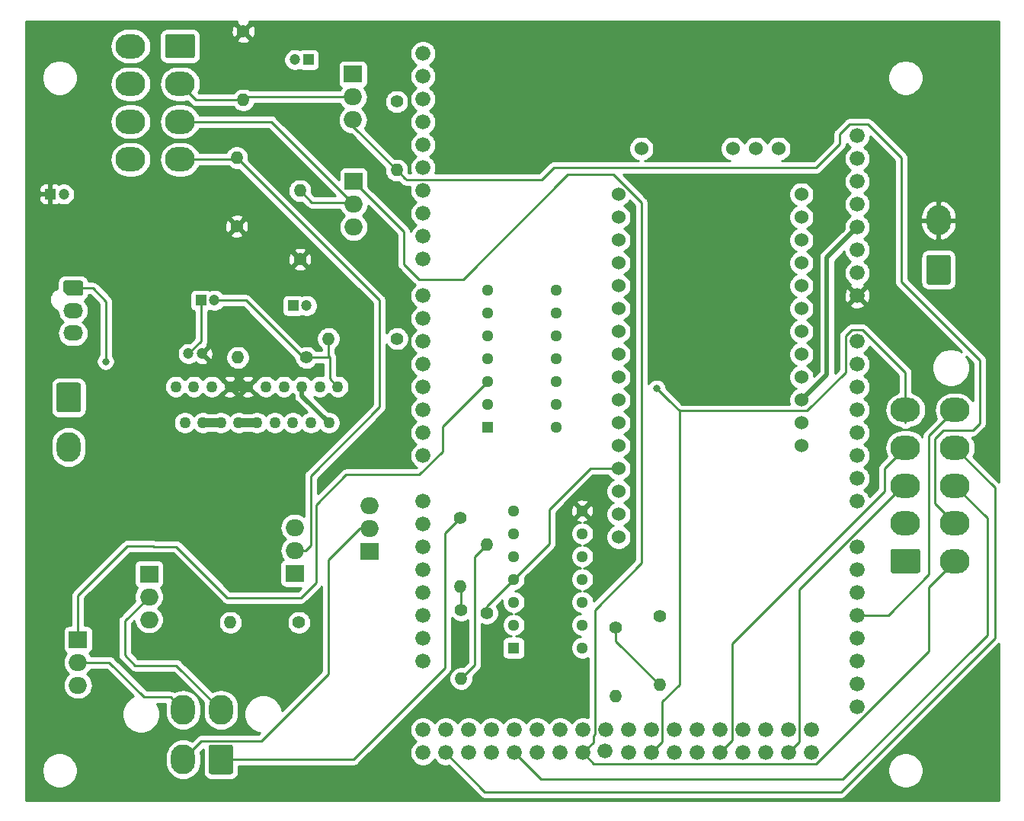
<source format=gbr>
G04 #@! TF.GenerationSoftware,KiCad,Pcbnew,(5.1.7)-1*
G04 #@! TF.CreationDate,2021-10-23T14:10:48-04:00*
G04 #@! TF.ProjectId,PCB_2020,5043425f-3230-4323-902e-6b696361645f,rev?*
G04 #@! TF.SameCoordinates,Original*
G04 #@! TF.FileFunction,Copper,L1,Top*
G04 #@! TF.FilePolarity,Positive*
%FSLAX46Y46*%
G04 Gerber Fmt 4.6, Leading zero omitted, Abs format (unit mm)*
G04 Created by KiCad (PCBNEW (5.1.7)-1) date 2021-10-23 14:10:48*
%MOMM*%
%LPD*%
G01*
G04 APERTURE LIST*
G04 #@! TA.AperFunction,ComponentPad*
%ADD10O,2.700000X3.300000*%
G04 #@! TD*
G04 #@! TA.AperFunction,ComponentPad*
%ADD11C,0.100000*%
G04 #@! TD*
G04 #@! TA.AperFunction,ComponentPad*
%ADD12O,2.200000X1.700000*%
G04 #@! TD*
G04 #@! TA.AperFunction,ComponentPad*
%ADD13O,2.000000X1.905000*%
G04 #@! TD*
G04 #@! TA.AperFunction,ComponentPad*
%ADD14R,2.000000X1.905000*%
G04 #@! TD*
G04 #@! TA.AperFunction,ComponentPad*
%ADD15C,1.676400*%
G04 #@! TD*
G04 #@! TA.AperFunction,ComponentPad*
%ADD16O,3.300000X2.700000*%
G04 #@! TD*
G04 #@! TA.AperFunction,ComponentPad*
%ADD17O,1.400000X1.400000*%
G04 #@! TD*
G04 #@! TA.AperFunction,ComponentPad*
%ADD18C,1.400000*%
G04 #@! TD*
G04 #@! TA.AperFunction,ComponentPad*
%ADD19C,1.200000*%
G04 #@! TD*
G04 #@! TA.AperFunction,ComponentPad*
%ADD20R,1.200000X1.200000*%
G04 #@! TD*
G04 #@! TA.AperFunction,ComponentPad*
%ADD21C,1.270000*%
G04 #@! TD*
G04 #@! TA.AperFunction,ComponentPad*
%ADD22C,1.295400*%
G04 #@! TD*
G04 #@! TA.AperFunction,ComponentPad*
%ADD23R,1.295400X1.295400*%
G04 #@! TD*
G04 #@! TA.AperFunction,ComponentPad*
%ADD24C,1.524000*%
G04 #@! TD*
G04 #@! TA.AperFunction,ViaPad*
%ADD25C,0.800000*%
G04 #@! TD*
G04 #@! TA.AperFunction,Conductor*
%ADD26C,0.250000*%
G04 #@! TD*
G04 #@! TA.AperFunction,Conductor*
%ADD27C,1.000000*%
G04 #@! TD*
G04 #@! TA.AperFunction,Conductor*
%ADD28C,0.500000*%
G04 #@! TD*
G04 #@! TA.AperFunction,Conductor*
%ADD29C,0.254000*%
G04 #@! TD*
G04 #@! TA.AperFunction,Conductor*
%ADD30C,0.100000*%
G04 #@! TD*
G04 APERTURE END LIST*
D10*
X145050000Y-126875000D03*
X149250000Y-126875000D03*
X145050000Y-132375000D03*
G04 #@! TA.AperFunction,ComponentPad*
G36*
G01*
X150600000Y-130975001D02*
X150600000Y-133774999D01*
G75*
G02*
X150349999Y-134025000I-250001J0D01*
G01*
X148150001Y-134025000D01*
G75*
G02*
X147900000Y-133774999I0J250001D01*
G01*
X147900000Y-130975001D01*
G75*
G02*
X148150001Y-130725000I250001J0D01*
G01*
X150349999Y-130725000D01*
G75*
G02*
X150600000Y-130975001I0J-250001D01*
G01*
G37*
G04 #@! TD.AperFunction*
G04 #@! TA.AperFunction,ComponentPad*
D11*
G36*
X133708773Y-79144804D02*
G01*
X133755671Y-79159030D01*
X133798893Y-79182133D01*
X133836777Y-79213223D01*
X133867867Y-79251107D01*
X133890970Y-79294329D01*
X133905196Y-79341227D01*
X133910000Y-79390000D01*
X133910000Y-80590000D01*
X133905196Y-80638773D01*
X133890970Y-80685671D01*
X133867867Y-80728893D01*
X133836777Y-80766777D01*
X133798893Y-80797867D01*
X133755671Y-80820970D01*
X133708773Y-80835196D01*
X133660000Y-80840000D01*
X132360000Y-80840000D01*
X132311227Y-80835196D01*
X132264329Y-80820970D01*
X132221107Y-80797867D01*
X132183223Y-80766777D01*
X131783223Y-80366777D01*
X131752133Y-80328893D01*
X131729030Y-80285671D01*
X131714804Y-80238773D01*
X131710000Y-80190000D01*
X131710000Y-79390000D01*
X131714804Y-79341227D01*
X131729030Y-79294329D01*
X131752133Y-79251107D01*
X131783223Y-79213223D01*
X131821107Y-79182133D01*
X131864329Y-79159030D01*
X131911227Y-79144804D01*
X131960000Y-79140000D01*
X133660000Y-79140000D01*
X133708773Y-79144804D01*
G37*
G04 #@! TD.AperFunction*
D12*
X132810000Y-82490000D03*
X132810000Y-84990000D03*
D13*
X165750000Y-104170000D03*
X165750000Y-106710000D03*
D14*
X165750000Y-109250000D03*
D15*
X219950000Y-63050000D03*
X219950000Y-65590000D03*
X219950000Y-68130000D03*
X219950000Y-70670000D03*
X219950000Y-73210000D03*
X219950000Y-75750000D03*
X219950000Y-78290000D03*
X219950000Y-80830000D03*
X219950000Y-85910000D03*
X219950000Y-88450000D03*
X219950000Y-90990000D03*
X219950000Y-93530000D03*
X219950000Y-96070000D03*
X219950000Y-98610000D03*
X219950000Y-101150000D03*
X219950000Y-103690000D03*
X219950000Y-111310000D03*
X219950000Y-108770000D03*
X219950000Y-113850000D03*
X219950000Y-116390000D03*
X219950000Y-118930000D03*
X219950000Y-121470000D03*
X219950000Y-124010000D03*
X219950000Y-126550000D03*
X214870000Y-131630000D03*
X214870000Y-129090000D03*
X212330000Y-131630000D03*
X209790000Y-131630000D03*
X207250000Y-131630000D03*
X204710000Y-131630000D03*
X202170000Y-129090000D03*
X197090000Y-131630000D03*
X197090000Y-129090000D03*
X191908400Y-131464900D03*
X192010000Y-129090000D03*
X189470000Y-129090000D03*
X186930000Y-129090000D03*
X184390000Y-129090000D03*
X179310000Y-129090000D03*
X176770000Y-129090000D03*
X174230000Y-129090000D03*
X171690000Y-129090000D03*
X171690000Y-131630000D03*
X174230000Y-131630000D03*
X176770000Y-131630000D03*
X179310000Y-131630000D03*
X181850000Y-129090000D03*
X181850000Y-131630000D03*
X184390000Y-131630000D03*
X186930000Y-131630000D03*
X189470000Y-131630000D03*
X194550000Y-129090000D03*
X194550000Y-131630000D03*
X199630000Y-129090000D03*
X199630000Y-131630000D03*
X202170000Y-131630000D03*
X204710000Y-129090000D03*
X207250000Y-129090000D03*
X209790000Y-129090000D03*
X212330000Y-129090000D03*
X171690000Y-121470000D03*
X171690000Y-118930000D03*
X171690000Y-116390000D03*
X171690000Y-113850000D03*
X171690000Y-111310000D03*
X171690000Y-108770000D03*
X171690000Y-106230000D03*
X171690000Y-103690000D03*
X171690000Y-98610000D03*
X171690000Y-96070000D03*
X171690000Y-93530000D03*
X171690000Y-90990000D03*
X171690000Y-88450000D03*
X171690000Y-85910000D03*
X171690000Y-83370000D03*
X171690000Y-80830000D03*
X171690000Y-76766000D03*
X171690000Y-74226000D03*
X171690000Y-71686000D03*
X171690000Y-69146000D03*
X171690000Y-66606000D03*
X171690000Y-64066000D03*
X171690000Y-61526000D03*
X171690000Y-58986000D03*
X171690000Y-56446000D03*
X171690000Y-53906000D03*
D16*
X230810000Y-93530000D03*
X230810000Y-97730000D03*
X230810000Y-101930000D03*
X230810000Y-106130000D03*
X230810000Y-110330000D03*
X225310000Y-93530000D03*
X225310000Y-97730000D03*
X225310000Y-101930000D03*
X225310000Y-106130000D03*
G04 #@! TA.AperFunction,ComponentPad*
G36*
G01*
X226709999Y-111680000D02*
X223910001Y-111680000D01*
G75*
G02*
X223660000Y-111429999I0J250001D01*
G01*
X223660000Y-109230001D01*
G75*
G02*
X223910001Y-108980000I250001J0D01*
G01*
X226709999Y-108980000D01*
G75*
G02*
X226960000Y-109230001I0J-250001D01*
G01*
X226960000Y-111429999D01*
G75*
G02*
X226709999Y-111680000I-250001J0D01*
G01*
G37*
G04 #@! TD.AperFunction*
D17*
X161200000Y-85590000D03*
D18*
X168820000Y-85590000D03*
D17*
X151130000Y-87690000D03*
D18*
X158750000Y-87690000D03*
D17*
X158020000Y-69150000D03*
D18*
X158020000Y-76770000D03*
D17*
X178780000Y-108490000D03*
D18*
X178780000Y-116110000D03*
D17*
X150300000Y-117150000D03*
D18*
X157920000Y-117150000D03*
D17*
X175830000Y-113110000D03*
D18*
X175830000Y-105490000D03*
D17*
X198000000Y-124090000D03*
D18*
X198000000Y-116470000D03*
D17*
X151000000Y-65480000D03*
D18*
X151000000Y-73100000D03*
D17*
X193120000Y-125310000D03*
D18*
X193120000Y-117690000D03*
D17*
X175940000Y-123390000D03*
D18*
X175940000Y-115770000D03*
D17*
X151730000Y-59070000D03*
D18*
X151730000Y-51450000D03*
D17*
X168780000Y-66870000D03*
D18*
X168780000Y-59250000D03*
D19*
X131780000Y-69530000D03*
D20*
X130280000Y-69530000D03*
D19*
X158770000Y-81930000D03*
D20*
X157270000Y-81930000D03*
D19*
X148530000Y-81340000D03*
D20*
X147030000Y-81340000D03*
D19*
X157470000Y-54590000D03*
D20*
X158970000Y-54590000D03*
D19*
X145640000Y-87270000D03*
X147140000Y-87270000D03*
D21*
X162239999Y-90940000D03*
X161239999Y-94940000D03*
X160239998Y-90940000D03*
X159240000Y-94940000D03*
X158240000Y-90940000D03*
X157239999Y-94940000D03*
X156239999Y-90940000D03*
X155240001Y-94940000D03*
X154240000Y-90940000D03*
X153239999Y-94940000D03*
X152239999Y-90940000D03*
X151239998Y-94940000D03*
X150240000Y-90940000D03*
X149240000Y-94940000D03*
X148239999Y-90940000D03*
X147239999Y-94940000D03*
X146239998Y-90940000D03*
X145240000Y-94940000D03*
X144240000Y-90940000D03*
D22*
X186480000Y-95480000D03*
X186480000Y-92940000D03*
X186480000Y-90400000D03*
X186480000Y-87860000D03*
X186480000Y-85320000D03*
X186480000Y-82780000D03*
X186480000Y-80240000D03*
X178860000Y-80240000D03*
X178860000Y-82780000D03*
X178860000Y-85320000D03*
X178860000Y-87860000D03*
X178860000Y-90400000D03*
X178860000Y-92940000D03*
D23*
X178860000Y-95480000D03*
D10*
X132320000Y-97640000D03*
G04 #@! TA.AperFunction,ComponentPad*
G36*
G01*
X130970000Y-93539999D02*
X130970000Y-90740001D01*
G75*
G02*
X131220001Y-90490000I250001J0D01*
G01*
X133419999Y-90490000D01*
G75*
G02*
X133670000Y-90740001I0J-250001D01*
G01*
X133670000Y-93539999D01*
G75*
G02*
X133419999Y-93790000I-250001J0D01*
G01*
X131220001Y-93790000D01*
G75*
G02*
X130970000Y-93539999I0J250001D01*
G01*
G37*
G04 #@! TD.AperFunction*
G04 #@! TA.AperFunction,ComponentPad*
G36*
G01*
X143300001Y-51725000D02*
X146099999Y-51725000D01*
G75*
G02*
X146350000Y-51975001I0J-250001D01*
G01*
X146350000Y-54174999D01*
G75*
G02*
X146099999Y-54425000I-250001J0D01*
G01*
X143300001Y-54425000D01*
G75*
G02*
X143050000Y-54174999I0J250001D01*
G01*
X143050000Y-51975001D01*
G75*
G02*
X143300001Y-51725000I250001J0D01*
G01*
G37*
G04 #@! TD.AperFunction*
D16*
X144700000Y-57275000D03*
X144700000Y-61475000D03*
X144700000Y-65675000D03*
X139200000Y-53075000D03*
X139200000Y-57275000D03*
X139200000Y-61475000D03*
X139200000Y-65675000D03*
D22*
X189390000Y-119970000D03*
X189390000Y-117430000D03*
X189390000Y-114890000D03*
X189390000Y-112350000D03*
X189390000Y-109810000D03*
X189390000Y-107270000D03*
X189390000Y-104730000D03*
X181770000Y-104730000D03*
X181770000Y-107270000D03*
X181770000Y-109810000D03*
X181770000Y-112350000D03*
X181770000Y-114890000D03*
X181770000Y-117430000D03*
D23*
X181770000Y-119970000D03*
D24*
X195980000Y-64470000D03*
X206140000Y-64470000D03*
X211220000Y-64470000D03*
X208680000Y-64470000D03*
X193440000Y-107650000D03*
X193440000Y-105110000D03*
X193440000Y-102570000D03*
X193440000Y-100030000D03*
X193440000Y-72090000D03*
X193440000Y-79710000D03*
X193440000Y-94950000D03*
X193440000Y-89870000D03*
X193440000Y-82250000D03*
X193440000Y-97490000D03*
X193440000Y-69550000D03*
X193440000Y-92410000D03*
X193440000Y-84790000D03*
X193440000Y-87330000D03*
X193440000Y-74630000D03*
X193440000Y-77170000D03*
X213760000Y-72090000D03*
X213760000Y-74630000D03*
X213760000Y-77170000D03*
X213760000Y-79710000D03*
X213760000Y-82250000D03*
X213760000Y-84790000D03*
X213760000Y-87330000D03*
X213760000Y-89870000D03*
X213760000Y-92410000D03*
X213760000Y-94950000D03*
X213760000Y-69550000D03*
X213760000Y-97490000D03*
D13*
X157430000Y-106610000D03*
X157430000Y-109150000D03*
D14*
X157430000Y-111690000D03*
D13*
X163920000Y-61280000D03*
X163920000Y-58740000D03*
D14*
X163920000Y-56200000D03*
D13*
X163990000Y-73190000D03*
X163990000Y-70650000D03*
D14*
X163990000Y-68110000D03*
D13*
X141250000Y-116830000D03*
X141250000Y-114290000D03*
D14*
X141250000Y-111750000D03*
D13*
X133360000Y-124130000D03*
X133360000Y-121590000D03*
D14*
X133360000Y-119050000D03*
G04 #@! TA.AperFunction,ComponentPad*
G36*
G01*
X230340000Y-76540001D02*
X230340000Y-79339999D01*
G75*
G02*
X230089999Y-79590000I-250001J0D01*
G01*
X227890001Y-79590000D01*
G75*
G02*
X227640000Y-79339999I0J250001D01*
G01*
X227640000Y-76540001D01*
G75*
G02*
X227890001Y-76290000I250001J0D01*
G01*
X230089999Y-76290000D01*
G75*
G02*
X230340000Y-76540001I0J-250001D01*
G01*
G37*
G04 #@! TD.AperFunction*
D10*
X228990000Y-72440000D03*
D25*
X136430000Y-88140000D03*
X216300000Y-71460000D03*
X197670000Y-91110000D03*
D26*
X144440000Y-90740000D02*
X144240000Y-90940000D01*
X178780000Y-115340000D02*
X178780000Y-116110000D01*
X181770000Y-112350000D02*
X178780000Y-115340000D01*
X181770000Y-112350000D02*
X185730000Y-108390000D01*
X185730000Y-108390000D02*
X185730000Y-104590000D01*
X190290000Y-100030000D02*
X193440000Y-100030000D01*
X185730000Y-104590000D02*
X190290000Y-100030000D01*
X146680000Y-81340000D02*
X147030000Y-81340000D01*
X132810000Y-79990000D02*
X135020000Y-79990000D01*
X135020000Y-79990000D02*
X136470000Y-81440000D01*
X136470000Y-88100000D02*
X136430000Y-88140000D01*
X136470000Y-81440000D02*
X136470000Y-88100000D01*
X147030000Y-85880000D02*
X145640000Y-87270000D01*
X147030000Y-81340000D02*
X147030000Y-85880000D01*
D27*
X150240000Y-90940000D02*
X152239999Y-90940000D01*
D28*
X213760000Y-92410000D02*
X216570000Y-89600000D01*
X216570000Y-76590000D02*
X219950000Y-73210000D01*
X216570000Y-89600000D02*
X216570000Y-76590000D01*
X158240000Y-91940001D02*
X161239999Y-94940000D01*
X158240000Y-90940000D02*
X158240000Y-91940001D01*
D26*
X150805000Y-65675000D02*
X151000000Y-65480000D01*
X144700000Y-65675000D02*
X150805000Y-65675000D01*
X166870000Y-81350000D02*
X166870000Y-93200000D01*
X151000000Y-65480000D02*
X166870000Y-81350000D01*
X159219990Y-100850010D02*
X166870000Y-93200000D01*
X159219990Y-108610010D02*
X159219990Y-100850010D01*
X158680000Y-109150000D02*
X159219990Y-108610010D01*
X157430000Y-109150000D02*
X158680000Y-109150000D01*
X154815000Y-61475000D02*
X144700000Y-61475000D01*
X163990000Y-70650000D02*
X154815000Y-61475000D01*
X163950000Y-70690000D02*
X163990000Y-70650000D01*
X158020000Y-69150000D02*
X159330000Y-70460000D01*
X163800000Y-70460000D02*
X163990000Y-70650000D01*
X159330000Y-70460000D02*
X163800000Y-70460000D01*
X152060000Y-58740000D02*
X151730000Y-59070000D01*
X163920000Y-58740000D02*
X152060000Y-58740000D01*
X146495000Y-59070000D02*
X144700000Y-57275000D01*
X151730000Y-59070000D02*
X146495000Y-59070000D01*
X133360000Y-121590000D02*
X136830000Y-121590000D01*
X143634999Y-125459999D02*
X145050000Y-126875000D01*
X140699999Y-125459999D02*
X143634999Y-125459999D01*
X136830000Y-121590000D02*
X140699999Y-125459999D01*
X144295000Y-121920000D02*
X149250000Y-126875000D01*
X139700000Y-121920000D02*
X144295000Y-121920000D01*
X138550000Y-120770000D02*
X139700000Y-121920000D01*
X138550000Y-116990000D02*
X138550000Y-120770000D01*
X141250000Y-114290000D02*
X138550000Y-116990000D01*
X143975000Y-133225000D02*
X143975000Y-131875000D01*
X161210000Y-122850002D02*
X161210000Y-110160000D01*
X164660000Y-106710000D02*
X165750000Y-106710000D01*
X153710012Y-130349990D02*
X161210000Y-122850002D01*
X147075010Y-130349990D02*
X153710012Y-130349990D01*
X161210000Y-110160000D02*
X164660000Y-106710000D01*
X145050000Y-132375000D02*
X147075010Y-130349990D01*
X163955000Y-132375000D02*
X174130000Y-122200000D01*
X174130000Y-107190000D02*
X175830000Y-105490000D01*
X174130000Y-122200000D02*
X174130000Y-107190000D01*
X149250000Y-132375000D02*
X163955000Y-132375000D01*
D27*
X147239999Y-94940000D02*
X149240000Y-94940000D01*
X153239999Y-94940000D02*
X151239998Y-94940000D01*
D26*
X219950000Y-116390000D02*
X223380000Y-116390000D01*
X223380000Y-116390000D02*
X227940000Y-111830000D01*
X227940000Y-96400000D02*
X230810000Y-93530000D01*
X227940000Y-111830000D02*
X227940000Y-96400000D01*
X163920000Y-62010000D02*
X163920000Y-61280000D01*
X168780000Y-66870000D02*
X163920000Y-62010000D01*
X228590000Y-103910000D02*
X230810000Y-106130000D01*
X228590000Y-96730000D02*
X228590000Y-103910000D01*
X229540000Y-95780000D02*
X228590000Y-96730000D01*
X232800000Y-95780000D02*
X229540000Y-95780000D01*
X233580000Y-95000000D02*
X232800000Y-95780000D01*
X233580000Y-88010000D02*
X233580000Y-95000000D01*
X168780000Y-66870000D02*
X169679201Y-67769201D01*
X169679201Y-67769201D02*
X169699201Y-67769201D01*
X169699201Y-67769201D02*
X169862799Y-67932799D01*
X221136799Y-61756799D02*
X224850000Y-65470000D01*
X169862799Y-67932799D02*
X184867201Y-67932799D01*
X219123201Y-61756799D02*
X221136799Y-61756799D01*
X184867201Y-67932799D02*
X186220000Y-66580000D01*
X186220000Y-66580000D02*
X215410000Y-66580000D01*
X224850000Y-79280000D02*
X233580000Y-88010000D01*
X215410000Y-66580000D02*
X218000000Y-63990000D01*
X218000000Y-62880000D02*
X219123201Y-61756799D01*
X218000000Y-63990000D02*
X218000000Y-62880000D01*
X224850000Y-65470000D02*
X224850000Y-79280000D01*
X190633201Y-130466799D02*
X189470000Y-131630000D01*
X196000000Y-70501238D02*
X196000000Y-110530000D01*
X192858762Y-67360000D02*
X196000000Y-70501238D01*
X187810000Y-67360000D02*
X192858762Y-67360000D01*
X176170000Y-79000000D02*
X187810000Y-67360000D01*
X171260000Y-79000000D02*
X176170000Y-79000000D01*
X169570000Y-77310000D02*
X171260000Y-79000000D01*
X169570000Y-73690000D02*
X169570000Y-77310000D01*
X163990000Y-68110000D02*
X169570000Y-73690000D01*
X227890000Y-113250000D02*
X230810000Y-110330000D01*
X227890000Y-120331538D02*
X227890000Y-113250000D01*
X215378337Y-132843201D02*
X227890000Y-120331538D01*
X190683201Y-132843201D02*
X215378337Y-132843201D01*
X189470000Y-131630000D02*
X190683201Y-132843201D01*
X190796799Y-115733201D02*
X196000000Y-110530000D01*
X190796799Y-129558739D02*
X190796799Y-115733201D01*
X190633201Y-129722337D02*
X190796799Y-129558739D01*
X190633201Y-130466799D02*
X190633201Y-129722337D01*
X181850000Y-131630000D02*
X184810000Y-134590000D01*
X184810000Y-134590000D02*
X218330000Y-134590000D01*
X218330000Y-134590000D02*
X234390000Y-118530000D01*
X234390000Y-105510000D02*
X230810000Y-101930000D01*
X234390000Y-118530000D02*
X234390000Y-105510000D01*
X174230000Y-131630000D02*
X178580000Y-135980000D01*
X178580000Y-135980000D02*
X218140000Y-135980000D01*
X218140000Y-135980000D02*
X235240000Y-118880000D01*
X235240000Y-102160000D02*
X230810000Y-97730000D01*
X235240000Y-118880000D02*
X235240000Y-102160000D01*
X223010000Y-100030000D02*
X225310000Y-97730000D01*
X223010000Y-102520000D02*
X223010000Y-100030000D01*
X206036799Y-119493201D02*
X223010000Y-102520000D01*
X206036799Y-129672337D02*
X206036799Y-119493201D01*
X206086799Y-129722337D02*
X206036799Y-129672337D01*
X206086799Y-130253201D02*
X206086799Y-129722337D01*
X204710000Y-131630000D02*
X206086799Y-130253201D01*
X225310000Y-94971538D02*
X225310000Y-93530000D01*
X199025001Y-92465001D02*
X197670000Y-91110000D01*
X220570737Y-84616799D02*
X225310000Y-89356062D01*
X219329263Y-84616799D02*
X220570737Y-84616799D01*
X218656799Y-85289263D02*
X219329263Y-84616799D01*
X218656799Y-89314363D02*
X218656799Y-85289263D01*
X214344161Y-93627001D02*
X218656799Y-89314363D01*
X200187001Y-93627001D02*
X214344161Y-93627001D01*
X225310000Y-89356062D02*
X225310000Y-93530000D01*
X199025001Y-92465001D02*
X200187001Y-93627001D01*
X200187001Y-124060001D02*
X200187001Y-93627001D01*
X198303201Y-125943801D02*
X200187001Y-124060001D01*
X198303201Y-130416799D02*
X198303201Y-125943801D01*
X197090000Y-131630000D02*
X198303201Y-130416799D01*
X161340000Y-87690000D02*
X161360000Y-87670000D01*
X158750000Y-87690000D02*
X161340000Y-87690000D01*
X161360000Y-90060001D02*
X162239999Y-90940000D01*
X161360000Y-87670000D02*
X161360000Y-90060001D01*
X158367002Y-87690000D02*
X158750000Y-87690000D01*
X152027002Y-81350000D02*
X158367002Y-87690000D01*
X148690000Y-81350000D02*
X152027002Y-81350000D01*
X161200000Y-87510000D02*
X161360000Y-87670000D01*
X161200000Y-85590000D02*
X161200000Y-87510000D01*
X178780000Y-108490000D02*
X177440000Y-109830000D01*
X177440000Y-121890000D02*
X175940000Y-123390000D01*
X177440000Y-109830000D02*
X177440000Y-121890000D01*
X181670000Y-107170000D02*
X181770000Y-107270000D01*
X175940000Y-113220000D02*
X175830000Y-113110000D01*
X175940000Y-115770000D02*
X175940000Y-113220000D01*
X193120000Y-119210000D02*
X198320000Y-124410000D01*
X193120000Y-117690000D02*
X193120000Y-119210000D01*
X225068462Y-101930000D02*
X225310000Y-101930000D01*
X213543201Y-113455261D02*
X225068462Y-101930000D01*
X213543201Y-130416799D02*
X213543201Y-113455261D01*
X212330000Y-131630000D02*
X213543201Y-130416799D01*
X178860000Y-90400000D02*
X173860000Y-95400000D01*
X173860000Y-98161538D02*
X171291538Y-100730000D01*
X173860000Y-95400000D02*
X173860000Y-98161538D01*
X171291538Y-100730000D02*
X163150000Y-100730000D01*
X163150000Y-100730000D02*
X159800000Y-104080000D01*
X159800000Y-104080000D02*
X159800000Y-112730000D01*
X159800000Y-112730000D02*
X158120000Y-114410000D01*
X158120000Y-114410000D02*
X149960000Y-114410000D01*
X149960000Y-114410000D02*
X144250000Y-108700000D01*
X141762498Y-108700000D02*
X141722498Y-108660000D01*
X144250000Y-108700000D02*
X141762498Y-108700000D01*
X141722498Y-108660000D02*
X138830000Y-108660000D01*
X133360000Y-114130000D02*
X133360000Y-119050000D01*
X138830000Y-108660000D02*
X133360000Y-114130000D01*
D29*
X235670000Y-101515198D02*
X232846649Y-98691848D01*
X232952774Y-98493302D01*
X233066278Y-98119128D01*
X233104604Y-97730000D01*
X233066278Y-97340872D01*
X232952774Y-96966698D01*
X232768453Y-96621857D01*
X232701274Y-96540000D01*
X232762678Y-96540000D01*
X232800000Y-96543676D01*
X232837322Y-96540000D01*
X232837333Y-96540000D01*
X232948986Y-96529003D01*
X233092247Y-96485546D01*
X233224276Y-96414974D01*
X233340001Y-96320001D01*
X233363803Y-96290998D01*
X234091002Y-95563799D01*
X234120001Y-95540001D01*
X234214974Y-95424276D01*
X234285546Y-95292247D01*
X234329003Y-95148986D01*
X234340000Y-95037333D01*
X234343677Y-95000000D01*
X234340000Y-94962667D01*
X234340000Y-88047322D01*
X234343676Y-88009999D01*
X234340000Y-87972676D01*
X234340000Y-87972667D01*
X234329003Y-87861014D01*
X234285546Y-87717753D01*
X234214974Y-87585724D01*
X234192643Y-87558514D01*
X234143799Y-87498996D01*
X234143795Y-87498992D01*
X234120001Y-87469999D01*
X234091009Y-87446206D01*
X225610000Y-78965199D01*
X225610000Y-76540001D01*
X227001928Y-76540001D01*
X227001928Y-79339999D01*
X227018992Y-79513253D01*
X227069529Y-79679850D01*
X227151595Y-79833386D01*
X227262039Y-79967961D01*
X227396614Y-80078405D01*
X227550150Y-80160471D01*
X227716747Y-80211008D01*
X227890001Y-80228072D01*
X230089999Y-80228072D01*
X230263253Y-80211008D01*
X230429850Y-80160471D01*
X230583386Y-80078405D01*
X230717961Y-79967961D01*
X230828405Y-79833386D01*
X230910471Y-79679850D01*
X230961008Y-79513253D01*
X230978072Y-79339999D01*
X230978072Y-76540001D01*
X230961008Y-76366747D01*
X230910471Y-76200150D01*
X230828405Y-76046614D01*
X230717961Y-75912039D01*
X230583386Y-75801595D01*
X230429850Y-75719529D01*
X230263253Y-75668992D01*
X230089999Y-75651928D01*
X227890001Y-75651928D01*
X227716747Y-75668992D01*
X227550150Y-75719529D01*
X227396614Y-75801595D01*
X227262039Y-75912039D01*
X227151595Y-76046614D01*
X227069529Y-76200150D01*
X227018992Y-76366747D01*
X227001928Y-76540001D01*
X225610000Y-76540001D01*
X225610000Y-72567000D01*
X227005000Y-72567000D01*
X227005000Y-72867000D01*
X227067918Y-73251814D01*
X227204700Y-73616959D01*
X227410090Y-73948403D01*
X227676195Y-74233409D01*
X227992789Y-74461024D01*
X228347705Y-74622501D01*
X228554677Y-74676677D01*
X228863000Y-74561829D01*
X228863000Y-72567000D01*
X229117000Y-72567000D01*
X229117000Y-74561829D01*
X229425323Y-74676677D01*
X229632295Y-74622501D01*
X229987211Y-74461024D01*
X230303805Y-74233409D01*
X230569910Y-73948403D01*
X230775300Y-73616959D01*
X230912082Y-73251814D01*
X230975000Y-72867000D01*
X230975000Y-72567000D01*
X229117000Y-72567000D01*
X228863000Y-72567000D01*
X227005000Y-72567000D01*
X225610000Y-72567000D01*
X225610000Y-72013000D01*
X227005000Y-72013000D01*
X227005000Y-72313000D01*
X228863000Y-72313000D01*
X228863000Y-70318171D01*
X229117000Y-70318171D01*
X229117000Y-72313000D01*
X230975000Y-72313000D01*
X230975000Y-72013000D01*
X230912082Y-71628186D01*
X230775300Y-71263041D01*
X230569910Y-70931597D01*
X230303805Y-70646591D01*
X229987211Y-70418976D01*
X229632295Y-70257499D01*
X229425323Y-70203323D01*
X229117000Y-70318171D01*
X228863000Y-70318171D01*
X228554677Y-70203323D01*
X228347705Y-70257499D01*
X227992789Y-70418976D01*
X227676195Y-70646591D01*
X227410090Y-70931597D01*
X227204700Y-71263041D01*
X227067918Y-71628186D01*
X227005000Y-72013000D01*
X225610000Y-72013000D01*
X225610000Y-65507322D01*
X225613676Y-65469999D01*
X225610000Y-65432676D01*
X225610000Y-65432667D01*
X225599003Y-65321014D01*
X225555546Y-65177753D01*
X225484974Y-65045724D01*
X225390001Y-64929999D01*
X225361004Y-64906202D01*
X221700603Y-61245802D01*
X221676800Y-61216798D01*
X221561075Y-61121825D01*
X221429046Y-61051253D01*
X221285785Y-61007796D01*
X221174132Y-60996799D01*
X221174121Y-60996799D01*
X221136799Y-60993123D01*
X221099477Y-60996799D01*
X219160523Y-60996799D01*
X219123200Y-60993123D01*
X219085877Y-60996799D01*
X219085868Y-60996799D01*
X218974215Y-61007796D01*
X218832698Y-61050724D01*
X218830954Y-61051253D01*
X218698924Y-61121825D01*
X218624684Y-61182753D01*
X218583200Y-61216798D01*
X218559402Y-61245796D01*
X217488998Y-62316201D01*
X217460000Y-62339999D01*
X217436202Y-62368997D01*
X217436201Y-62368998D01*
X217365026Y-62455724D01*
X217294454Y-62587754D01*
X217250998Y-62731015D01*
X217236324Y-62880000D01*
X217240001Y-62917332D01*
X217240000Y-63675198D01*
X215095199Y-65820000D01*
X211593877Y-65820000D01*
X211627490Y-65813314D01*
X211881727Y-65708005D01*
X212110535Y-65555120D01*
X212305120Y-65360535D01*
X212458005Y-65131727D01*
X212563314Y-64877490D01*
X212617000Y-64607592D01*
X212617000Y-64332408D01*
X212563314Y-64062510D01*
X212458005Y-63808273D01*
X212305120Y-63579465D01*
X212110535Y-63384880D01*
X211881727Y-63231995D01*
X211627490Y-63126686D01*
X211357592Y-63073000D01*
X211082408Y-63073000D01*
X210812510Y-63126686D01*
X210558273Y-63231995D01*
X210329465Y-63384880D01*
X210134880Y-63579465D01*
X209981995Y-63808273D01*
X209950000Y-63885515D01*
X209918005Y-63808273D01*
X209765120Y-63579465D01*
X209570535Y-63384880D01*
X209341727Y-63231995D01*
X209087490Y-63126686D01*
X208817592Y-63073000D01*
X208542408Y-63073000D01*
X208272510Y-63126686D01*
X208018273Y-63231995D01*
X207789465Y-63384880D01*
X207594880Y-63579465D01*
X207441995Y-63808273D01*
X207410000Y-63885515D01*
X207378005Y-63808273D01*
X207225120Y-63579465D01*
X207030535Y-63384880D01*
X206801727Y-63231995D01*
X206547490Y-63126686D01*
X206277592Y-63073000D01*
X206002408Y-63073000D01*
X205732510Y-63126686D01*
X205478273Y-63231995D01*
X205249465Y-63384880D01*
X205054880Y-63579465D01*
X204901995Y-63808273D01*
X204796686Y-64062510D01*
X204743000Y-64332408D01*
X204743000Y-64607592D01*
X204796686Y-64877490D01*
X204901995Y-65131727D01*
X205054880Y-65360535D01*
X205249465Y-65555120D01*
X205478273Y-65708005D01*
X205732510Y-65813314D01*
X205766123Y-65820000D01*
X196353877Y-65820000D01*
X196387490Y-65813314D01*
X196641727Y-65708005D01*
X196870535Y-65555120D01*
X197065120Y-65360535D01*
X197218005Y-65131727D01*
X197323314Y-64877490D01*
X197377000Y-64607592D01*
X197377000Y-64332408D01*
X197323314Y-64062510D01*
X197218005Y-63808273D01*
X197065120Y-63579465D01*
X196870535Y-63384880D01*
X196641727Y-63231995D01*
X196387490Y-63126686D01*
X196117592Y-63073000D01*
X195842408Y-63073000D01*
X195572510Y-63126686D01*
X195318273Y-63231995D01*
X195089465Y-63384880D01*
X194894880Y-63579465D01*
X194741995Y-63808273D01*
X194636686Y-64062510D01*
X194583000Y-64332408D01*
X194583000Y-64607592D01*
X194636686Y-64877490D01*
X194741995Y-65131727D01*
X194894880Y-65360535D01*
X195089465Y-65555120D01*
X195318273Y-65708005D01*
X195572510Y-65813314D01*
X195606123Y-65820000D01*
X186257325Y-65820000D01*
X186220000Y-65816324D01*
X186182675Y-65820000D01*
X186182667Y-65820000D01*
X186071014Y-65830997D01*
X185927753Y-65874454D01*
X185795724Y-65945026D01*
X185679999Y-66039999D01*
X185656201Y-66068997D01*
X184552400Y-67172799D01*
X173049805Y-67172799D01*
X173106586Y-67035717D01*
X173163200Y-66751098D01*
X173163200Y-66460902D01*
X173106586Y-66176283D01*
X172995533Y-65908178D01*
X172834309Y-65666890D01*
X172629110Y-65461691D01*
X172441001Y-65336000D01*
X172629110Y-65210309D01*
X172834309Y-65005110D01*
X172995533Y-64763822D01*
X173106586Y-64495717D01*
X173163200Y-64211098D01*
X173163200Y-63920902D01*
X173106586Y-63636283D01*
X172995533Y-63368178D01*
X172834309Y-63126890D01*
X172629110Y-62921691D01*
X172441001Y-62796000D01*
X172629110Y-62670309D01*
X172834309Y-62465110D01*
X172995533Y-62223822D01*
X173106586Y-61955717D01*
X173163200Y-61671098D01*
X173163200Y-61380902D01*
X173106586Y-61096283D01*
X172995533Y-60828178D01*
X172834309Y-60586890D01*
X172629110Y-60381691D01*
X172441001Y-60256000D01*
X172629110Y-60130309D01*
X172834309Y-59925110D01*
X172995533Y-59683822D01*
X173106586Y-59415717D01*
X173163200Y-59131098D01*
X173163200Y-58840902D01*
X173106586Y-58556283D01*
X172995533Y-58288178D01*
X172834309Y-58046890D01*
X172629110Y-57841691D01*
X172441001Y-57716000D01*
X172629110Y-57590309D01*
X172834309Y-57385110D01*
X172995533Y-57143822D01*
X173106586Y-56875717D01*
X173163200Y-56591098D01*
X173163200Y-56404495D01*
X223340000Y-56404495D01*
X223340000Y-56795505D01*
X223416282Y-57179003D01*
X223565915Y-57540250D01*
X223783149Y-57865364D01*
X224059636Y-58141851D01*
X224384750Y-58359085D01*
X224745997Y-58508718D01*
X225129495Y-58585000D01*
X225520505Y-58585000D01*
X225904003Y-58508718D01*
X226265250Y-58359085D01*
X226590364Y-58141851D01*
X226866851Y-57865364D01*
X227084085Y-57540250D01*
X227233718Y-57179003D01*
X227310000Y-56795505D01*
X227310000Y-56404495D01*
X227233718Y-56020997D01*
X227084085Y-55659750D01*
X226866851Y-55334636D01*
X226590364Y-55058149D01*
X226265250Y-54840915D01*
X225904003Y-54691282D01*
X225520505Y-54615000D01*
X225129495Y-54615000D01*
X224745997Y-54691282D01*
X224384750Y-54840915D01*
X224059636Y-55058149D01*
X223783149Y-55334636D01*
X223565915Y-55659750D01*
X223416282Y-56020997D01*
X223340000Y-56404495D01*
X173163200Y-56404495D01*
X173163200Y-56300902D01*
X173106586Y-56016283D01*
X172995533Y-55748178D01*
X172834309Y-55506890D01*
X172629110Y-55301691D01*
X172441001Y-55176000D01*
X172629110Y-55050309D01*
X172834309Y-54845110D01*
X172995533Y-54603822D01*
X173106586Y-54335717D01*
X173163200Y-54051098D01*
X173163200Y-53760902D01*
X173106586Y-53476283D01*
X172995533Y-53208178D01*
X172834309Y-52966890D01*
X172629110Y-52761691D01*
X172387822Y-52600467D01*
X172119717Y-52489414D01*
X171835098Y-52432800D01*
X171544902Y-52432800D01*
X171260283Y-52489414D01*
X170992178Y-52600467D01*
X170750890Y-52761691D01*
X170545691Y-52966890D01*
X170384467Y-53208178D01*
X170273414Y-53476283D01*
X170216800Y-53760902D01*
X170216800Y-54051098D01*
X170273414Y-54335717D01*
X170384467Y-54603822D01*
X170545691Y-54845110D01*
X170750890Y-55050309D01*
X170938999Y-55176000D01*
X170750890Y-55301691D01*
X170545691Y-55506890D01*
X170384467Y-55748178D01*
X170273414Y-56016283D01*
X170216800Y-56300902D01*
X170216800Y-56591098D01*
X170273414Y-56875717D01*
X170384467Y-57143822D01*
X170545691Y-57385110D01*
X170750890Y-57590309D01*
X170938999Y-57716000D01*
X170750890Y-57841691D01*
X170545691Y-58046890D01*
X170384467Y-58288178D01*
X170273414Y-58556283D01*
X170216800Y-58840902D01*
X170216800Y-59131098D01*
X170273414Y-59415717D01*
X170384467Y-59683822D01*
X170545691Y-59925110D01*
X170750890Y-60130309D01*
X170938999Y-60256000D01*
X170750890Y-60381691D01*
X170545691Y-60586890D01*
X170384467Y-60828178D01*
X170273414Y-61096283D01*
X170216800Y-61380902D01*
X170216800Y-61671098D01*
X170273414Y-61955717D01*
X170384467Y-62223822D01*
X170545691Y-62465110D01*
X170750890Y-62670309D01*
X170938999Y-62796000D01*
X170750890Y-62921691D01*
X170545691Y-63126890D01*
X170384467Y-63368178D01*
X170273414Y-63636283D01*
X170216800Y-63920902D01*
X170216800Y-64211098D01*
X170273414Y-64495717D01*
X170384467Y-64763822D01*
X170545691Y-65005110D01*
X170750890Y-65210309D01*
X170938999Y-65336000D01*
X170750890Y-65461691D01*
X170545691Y-65666890D01*
X170384467Y-65908178D01*
X170273414Y-66176283D01*
X170216800Y-66460902D01*
X170216800Y-66751098D01*
X170273414Y-67035717D01*
X170330195Y-67172799D01*
X170170477Y-67172799D01*
X170123477Y-67134227D01*
X170113921Y-67129119D01*
X170093645Y-67108843D01*
X170115000Y-67001486D01*
X170115000Y-66738514D01*
X170063696Y-66480595D01*
X169963061Y-66237641D01*
X169816962Y-66018987D01*
X169631013Y-65833038D01*
X169412359Y-65686939D01*
X169169405Y-65586304D01*
X168911486Y-65535000D01*
X168648514Y-65535000D01*
X168541157Y-65556355D01*
X165229473Y-62244672D01*
X165293845Y-62166235D01*
X165441255Y-61890449D01*
X165532030Y-61591204D01*
X165562681Y-61280000D01*
X165532030Y-60968796D01*
X165441255Y-60669551D01*
X165293845Y-60393765D01*
X165095463Y-60152037D01*
X164922391Y-60010000D01*
X165095463Y-59867963D01*
X165293845Y-59626235D01*
X165441255Y-59350449D01*
X165511611Y-59118514D01*
X167445000Y-59118514D01*
X167445000Y-59381486D01*
X167496304Y-59639405D01*
X167596939Y-59882359D01*
X167743038Y-60101013D01*
X167928987Y-60286962D01*
X168147641Y-60433061D01*
X168390595Y-60533696D01*
X168648514Y-60585000D01*
X168911486Y-60585000D01*
X169169405Y-60533696D01*
X169412359Y-60433061D01*
X169631013Y-60286962D01*
X169816962Y-60101013D01*
X169963061Y-59882359D01*
X170063696Y-59639405D01*
X170115000Y-59381486D01*
X170115000Y-59118514D01*
X170063696Y-58860595D01*
X169963061Y-58617641D01*
X169816962Y-58398987D01*
X169631013Y-58213038D01*
X169412359Y-58066939D01*
X169169405Y-57966304D01*
X168911486Y-57915000D01*
X168648514Y-57915000D01*
X168390595Y-57966304D01*
X168147641Y-58066939D01*
X167928987Y-58213038D01*
X167743038Y-58398987D01*
X167596939Y-58617641D01*
X167496304Y-58860595D01*
X167445000Y-59118514D01*
X165511611Y-59118514D01*
X165532030Y-59051204D01*
X165562681Y-58740000D01*
X165532030Y-58428796D01*
X165441255Y-58129551D01*
X165293845Y-57853765D01*
X165190554Y-57727905D01*
X165274494Y-57683037D01*
X165371185Y-57603685D01*
X165450537Y-57506994D01*
X165509502Y-57396680D01*
X165545812Y-57276982D01*
X165558072Y-57152500D01*
X165558072Y-55247500D01*
X165545812Y-55123018D01*
X165509502Y-55003320D01*
X165450537Y-54893006D01*
X165371185Y-54796315D01*
X165274494Y-54716963D01*
X165164180Y-54657998D01*
X165044482Y-54621688D01*
X164920000Y-54609428D01*
X162920000Y-54609428D01*
X162795518Y-54621688D01*
X162675820Y-54657998D01*
X162565506Y-54716963D01*
X162468815Y-54796315D01*
X162389463Y-54893006D01*
X162330498Y-55003320D01*
X162294188Y-55123018D01*
X162281928Y-55247500D01*
X162281928Y-57152500D01*
X162294188Y-57276982D01*
X162330498Y-57396680D01*
X162389463Y-57506994D01*
X162468815Y-57603685D01*
X162565506Y-57683037D01*
X162649446Y-57727905D01*
X162546155Y-57853765D01*
X162478681Y-57980000D01*
X152501636Y-57980000D01*
X152362359Y-57886939D01*
X152119405Y-57786304D01*
X151861486Y-57735000D01*
X151598514Y-57735000D01*
X151340595Y-57786304D01*
X151097641Y-57886939D01*
X150878987Y-58033038D01*
X150693038Y-58218987D01*
X150632225Y-58310000D01*
X146809802Y-58310000D01*
X146736649Y-58236848D01*
X146842774Y-58038302D01*
X146956278Y-57664128D01*
X146994604Y-57275000D01*
X146956278Y-56885872D01*
X146842774Y-56511698D01*
X146658453Y-56166857D01*
X146410398Y-55864602D01*
X146108143Y-55616547D01*
X145763302Y-55432226D01*
X145389128Y-55318722D01*
X145097510Y-55290000D01*
X144302490Y-55290000D01*
X144010872Y-55318722D01*
X143636698Y-55432226D01*
X143291857Y-55616547D01*
X142989602Y-55864602D01*
X142741547Y-56166857D01*
X142557226Y-56511698D01*
X142443722Y-56885872D01*
X142405396Y-57275000D01*
X142443722Y-57664128D01*
X142557226Y-58038302D01*
X142741547Y-58383143D01*
X142989602Y-58685398D01*
X143291857Y-58933453D01*
X143636698Y-59117774D01*
X144010872Y-59231278D01*
X144302490Y-59260000D01*
X145097510Y-59260000D01*
X145389128Y-59231278D01*
X145536708Y-59186510D01*
X145931201Y-59581003D01*
X145954999Y-59610001D01*
X146070724Y-59704974D01*
X146202753Y-59775546D01*
X146346014Y-59819003D01*
X146457667Y-59830000D01*
X146457676Y-59830000D01*
X146494999Y-59833676D01*
X146532322Y-59830000D01*
X150632225Y-59830000D01*
X150693038Y-59921013D01*
X150878987Y-60106962D01*
X151097641Y-60253061D01*
X151340595Y-60353696D01*
X151598514Y-60405000D01*
X151861486Y-60405000D01*
X152119405Y-60353696D01*
X152362359Y-60253061D01*
X152581013Y-60106962D01*
X152766962Y-59921013D01*
X152913061Y-59702359D01*
X152996881Y-59500000D01*
X162478681Y-59500000D01*
X162546155Y-59626235D01*
X162744537Y-59867963D01*
X162917609Y-60010000D01*
X162744537Y-60152037D01*
X162546155Y-60393765D01*
X162398745Y-60669551D01*
X162307970Y-60968796D01*
X162277319Y-61280000D01*
X162307970Y-61591204D01*
X162398745Y-61890449D01*
X162546155Y-62166235D01*
X162744537Y-62407963D01*
X162986265Y-62606345D01*
X163262051Y-62753755D01*
X163561296Y-62844530D01*
X163692668Y-62857469D01*
X167466355Y-66631157D01*
X167445000Y-66738514D01*
X167445000Y-67001486D01*
X167496304Y-67259405D01*
X167596939Y-67502359D01*
X167743038Y-67721013D01*
X167928987Y-67906962D01*
X168147641Y-68053061D01*
X168390595Y-68153696D01*
X168648514Y-68205000D01*
X168911486Y-68205000D01*
X169018843Y-68183645D01*
X169115401Y-68280203D01*
X169139200Y-68309202D01*
X169254925Y-68404175D01*
X169264483Y-68409284D01*
X169298995Y-68443796D01*
X169322798Y-68472800D01*
X169438523Y-68567773D01*
X169570552Y-68638345D01*
X169640177Y-68659465D01*
X169713813Y-68681802D01*
X169862799Y-68696476D01*
X169900132Y-68692799D01*
X170283141Y-68692799D01*
X170273414Y-68716283D01*
X170216800Y-69000902D01*
X170216800Y-69291098D01*
X170273414Y-69575717D01*
X170384467Y-69843822D01*
X170545691Y-70085110D01*
X170750890Y-70290309D01*
X170938999Y-70416000D01*
X170750890Y-70541691D01*
X170545691Y-70746890D01*
X170384467Y-70988178D01*
X170273414Y-71256283D01*
X170216800Y-71540902D01*
X170216800Y-71831098D01*
X170273414Y-72115717D01*
X170384467Y-72383822D01*
X170545691Y-72625110D01*
X170750890Y-72830309D01*
X170938999Y-72956000D01*
X170750890Y-73081691D01*
X170545691Y-73286890D01*
X170384467Y-73528178D01*
X170330557Y-73658328D01*
X170330000Y-73652675D01*
X170330000Y-73652667D01*
X170319003Y-73541014D01*
X170275546Y-73397753D01*
X170204974Y-73265724D01*
X170110001Y-73149999D01*
X170081004Y-73126202D01*
X165628072Y-68673271D01*
X165628072Y-67157500D01*
X165615812Y-67033018D01*
X165579502Y-66913320D01*
X165520537Y-66803006D01*
X165441185Y-66706315D01*
X165344494Y-66626963D01*
X165234180Y-66567998D01*
X165114482Y-66531688D01*
X164990000Y-66519428D01*
X162990000Y-66519428D01*
X162865518Y-66531688D01*
X162745820Y-66567998D01*
X162635506Y-66626963D01*
X162538815Y-66706315D01*
X162459463Y-66803006D01*
X162400498Y-66913320D01*
X162364188Y-67033018D01*
X162351928Y-67157500D01*
X162351928Y-67937125D01*
X155378804Y-60964003D01*
X155355001Y-60934999D01*
X155239276Y-60840026D01*
X155107247Y-60769454D01*
X154963986Y-60725997D01*
X154852333Y-60715000D01*
X154852322Y-60715000D01*
X154815000Y-60711324D01*
X154777678Y-60715000D01*
X146843776Y-60715000D01*
X146842774Y-60711698D01*
X146658453Y-60366857D01*
X146410398Y-60064602D01*
X146108143Y-59816547D01*
X145763302Y-59632226D01*
X145389128Y-59518722D01*
X145097510Y-59490000D01*
X144302490Y-59490000D01*
X144010872Y-59518722D01*
X143636698Y-59632226D01*
X143291857Y-59816547D01*
X142989602Y-60064602D01*
X142741547Y-60366857D01*
X142557226Y-60711698D01*
X142443722Y-61085872D01*
X142405396Y-61475000D01*
X142443722Y-61864128D01*
X142557226Y-62238302D01*
X142741547Y-62583143D01*
X142989602Y-62885398D01*
X143291857Y-63133453D01*
X143636698Y-63317774D01*
X144010872Y-63431278D01*
X144302490Y-63460000D01*
X145097510Y-63460000D01*
X145389128Y-63431278D01*
X145763302Y-63317774D01*
X146108143Y-63133453D01*
X146410398Y-62885398D01*
X146658453Y-62583143D01*
X146842774Y-62238302D01*
X146843776Y-62235000D01*
X154500199Y-62235000D01*
X161965197Y-69700000D01*
X159644802Y-69700000D01*
X159333645Y-69388843D01*
X159355000Y-69281486D01*
X159355000Y-69018514D01*
X159303696Y-68760595D01*
X159203061Y-68517641D01*
X159056962Y-68298987D01*
X158871013Y-68113038D01*
X158652359Y-67966939D01*
X158409405Y-67866304D01*
X158151486Y-67815000D01*
X157888514Y-67815000D01*
X157630595Y-67866304D01*
X157387641Y-67966939D01*
X157168987Y-68113038D01*
X156983038Y-68298987D01*
X156836939Y-68517641D01*
X156736304Y-68760595D01*
X156685000Y-69018514D01*
X156685000Y-69281486D01*
X156736304Y-69539405D01*
X156836939Y-69782359D01*
X156983038Y-70001013D01*
X157168987Y-70186962D01*
X157387641Y-70333061D01*
X157630595Y-70433696D01*
X157888514Y-70485000D01*
X158151486Y-70485000D01*
X158258843Y-70463645D01*
X158766200Y-70971002D01*
X158789999Y-71000001D01*
X158905724Y-71094974D01*
X159037753Y-71165546D01*
X159181014Y-71209003D01*
X159292667Y-71220000D01*
X159292675Y-71220000D01*
X159330000Y-71223676D01*
X159367325Y-71220000D01*
X162456475Y-71220000D01*
X162468745Y-71260449D01*
X162616155Y-71536235D01*
X162814537Y-71777963D01*
X162987609Y-71920000D01*
X162814537Y-72062037D01*
X162616155Y-72303765D01*
X162468745Y-72579551D01*
X162377970Y-72878796D01*
X162347319Y-73190000D01*
X162377970Y-73501204D01*
X162468745Y-73800449D01*
X162616155Y-74076235D01*
X162814537Y-74317963D01*
X163056265Y-74516345D01*
X163332051Y-74663755D01*
X163631296Y-74754530D01*
X163864514Y-74777500D01*
X164115486Y-74777500D01*
X164348704Y-74754530D01*
X164647949Y-74663755D01*
X164923735Y-74516345D01*
X165165463Y-74317963D01*
X165363845Y-74076235D01*
X165511255Y-73800449D01*
X165602030Y-73501204D01*
X165632681Y-73190000D01*
X165602030Y-72878796D01*
X165511255Y-72579551D01*
X165363845Y-72303765D01*
X165165463Y-72062037D01*
X164992391Y-71920000D01*
X165165463Y-71777963D01*
X165363845Y-71536235D01*
X165511255Y-71260449D01*
X165602030Y-70961204D01*
X165616768Y-70811569D01*
X168810000Y-74004802D01*
X168810001Y-77272668D01*
X168806324Y-77310000D01*
X168810001Y-77347333D01*
X168820998Y-77458986D01*
X168822465Y-77463822D01*
X168864454Y-77602246D01*
X168935026Y-77734276D01*
X169006201Y-77821002D01*
X169030000Y-77850001D01*
X169058998Y-77873799D01*
X170696201Y-79511003D01*
X170719999Y-79540001D01*
X170748997Y-79563799D01*
X170831715Y-79631685D01*
X170750890Y-79685691D01*
X170545691Y-79890890D01*
X170384467Y-80132178D01*
X170273414Y-80400283D01*
X170216800Y-80684902D01*
X170216800Y-80975098D01*
X170273414Y-81259717D01*
X170384467Y-81527822D01*
X170545691Y-81769110D01*
X170750890Y-81974309D01*
X170938999Y-82100000D01*
X170750890Y-82225691D01*
X170545691Y-82430890D01*
X170384467Y-82672178D01*
X170273414Y-82940283D01*
X170216800Y-83224902D01*
X170216800Y-83515098D01*
X170273414Y-83799717D01*
X170384467Y-84067822D01*
X170545691Y-84309110D01*
X170750890Y-84514309D01*
X170938999Y-84640000D01*
X170750890Y-84765691D01*
X170545691Y-84970890D01*
X170384467Y-85212178D01*
X170273414Y-85480283D01*
X170216800Y-85764902D01*
X170216800Y-86055098D01*
X170273414Y-86339717D01*
X170384467Y-86607822D01*
X170545691Y-86849110D01*
X170750890Y-87054309D01*
X170938999Y-87180000D01*
X170750890Y-87305691D01*
X170545691Y-87510890D01*
X170384467Y-87752178D01*
X170273414Y-88020283D01*
X170216800Y-88304902D01*
X170216800Y-88595098D01*
X170273414Y-88879717D01*
X170384467Y-89147822D01*
X170545691Y-89389110D01*
X170750890Y-89594309D01*
X170938999Y-89720000D01*
X170750890Y-89845691D01*
X170545691Y-90050890D01*
X170384467Y-90292178D01*
X170273414Y-90560283D01*
X170216800Y-90844902D01*
X170216800Y-91135098D01*
X170273414Y-91419717D01*
X170384467Y-91687822D01*
X170545691Y-91929110D01*
X170750890Y-92134309D01*
X170938999Y-92260000D01*
X170750890Y-92385691D01*
X170545691Y-92590890D01*
X170384467Y-92832178D01*
X170273414Y-93100283D01*
X170216800Y-93384902D01*
X170216800Y-93675098D01*
X170273414Y-93959717D01*
X170384467Y-94227822D01*
X170545691Y-94469110D01*
X170750890Y-94674309D01*
X170938999Y-94800000D01*
X170750890Y-94925691D01*
X170545691Y-95130890D01*
X170384467Y-95372178D01*
X170273414Y-95640283D01*
X170216800Y-95924902D01*
X170216800Y-96215098D01*
X170273414Y-96499717D01*
X170384467Y-96767822D01*
X170545691Y-97009110D01*
X170750890Y-97214309D01*
X170938999Y-97340000D01*
X170750890Y-97465691D01*
X170545691Y-97670890D01*
X170384467Y-97912178D01*
X170273414Y-98180283D01*
X170216800Y-98464902D01*
X170216800Y-98755098D01*
X170273414Y-99039717D01*
X170384467Y-99307822D01*
X170545691Y-99549110D01*
X170750890Y-99754309D01*
X170992178Y-99915533D01*
X171019773Y-99926963D01*
X170976737Y-99970000D01*
X163187322Y-99970000D01*
X163149999Y-99966324D01*
X163112676Y-99970000D01*
X163112667Y-99970000D01*
X163001014Y-99980997D01*
X162857753Y-100024454D01*
X162725724Y-100095026D01*
X162725722Y-100095027D01*
X162725723Y-100095027D01*
X162638996Y-100166201D01*
X162638992Y-100166205D01*
X162609999Y-100189999D01*
X162586205Y-100218992D01*
X159979990Y-102825209D01*
X159979990Y-101164811D01*
X167381003Y-93763799D01*
X167410001Y-93740001D01*
X167460075Y-93678986D01*
X167504974Y-93624277D01*
X167575546Y-93492247D01*
X167579863Y-93478014D01*
X167619003Y-93348986D01*
X167630000Y-93237333D01*
X167630000Y-93237323D01*
X167633676Y-93200000D01*
X167630000Y-93162677D01*
X167630000Y-86205607D01*
X167636939Y-86222359D01*
X167783038Y-86441013D01*
X167968987Y-86626962D01*
X168187641Y-86773061D01*
X168430595Y-86873696D01*
X168688514Y-86925000D01*
X168951486Y-86925000D01*
X169209405Y-86873696D01*
X169452359Y-86773061D01*
X169671013Y-86626962D01*
X169856962Y-86441013D01*
X170003061Y-86222359D01*
X170103696Y-85979405D01*
X170155000Y-85721486D01*
X170155000Y-85458514D01*
X170103696Y-85200595D01*
X170003061Y-84957641D01*
X169856962Y-84738987D01*
X169671013Y-84553038D01*
X169452359Y-84406939D01*
X169209405Y-84306304D01*
X168951486Y-84255000D01*
X168688514Y-84255000D01*
X168430595Y-84306304D01*
X168187641Y-84406939D01*
X167968987Y-84553038D01*
X167783038Y-84738987D01*
X167636939Y-84957641D01*
X167630000Y-84974393D01*
X167630000Y-81387322D01*
X167633676Y-81349999D01*
X167630000Y-81312676D01*
X167630000Y-81312667D01*
X167619003Y-81201014D01*
X167575546Y-81057753D01*
X167504974Y-80925724D01*
X167410001Y-80809999D01*
X167381003Y-80786201D01*
X152313645Y-65718844D01*
X152335000Y-65611486D01*
X152335000Y-65348514D01*
X152283696Y-65090595D01*
X152183061Y-64847641D01*
X152036962Y-64628987D01*
X151851013Y-64443038D01*
X151632359Y-64296939D01*
X151389405Y-64196304D01*
X151131486Y-64145000D01*
X150868514Y-64145000D01*
X150610595Y-64196304D01*
X150367641Y-64296939D01*
X150148987Y-64443038D01*
X149963038Y-64628987D01*
X149816939Y-64847641D01*
X149789038Y-64915000D01*
X146843776Y-64915000D01*
X146842774Y-64911698D01*
X146658453Y-64566857D01*
X146410398Y-64264602D01*
X146108143Y-64016547D01*
X145763302Y-63832226D01*
X145389128Y-63718722D01*
X145097510Y-63690000D01*
X144302490Y-63690000D01*
X144010872Y-63718722D01*
X143636698Y-63832226D01*
X143291857Y-64016547D01*
X142989602Y-64264602D01*
X142741547Y-64566857D01*
X142557226Y-64911698D01*
X142443722Y-65285872D01*
X142405396Y-65675000D01*
X142443722Y-66064128D01*
X142557226Y-66438302D01*
X142741547Y-66783143D01*
X142989602Y-67085398D01*
X143291857Y-67333453D01*
X143636698Y-67517774D01*
X144010872Y-67631278D01*
X144302490Y-67660000D01*
X145097510Y-67660000D01*
X145389128Y-67631278D01*
X145763302Y-67517774D01*
X146108143Y-67333453D01*
X146410398Y-67085398D01*
X146658453Y-66783143D01*
X146842774Y-66438302D01*
X146843776Y-66435000D01*
X150067025Y-66435000D01*
X150148987Y-66516962D01*
X150367641Y-66663061D01*
X150610595Y-66763696D01*
X150868514Y-66815000D01*
X151131486Y-66815000D01*
X151238844Y-66793645D01*
X166110000Y-81664802D01*
X166110001Y-92885197D01*
X158708988Y-100286211D01*
X158679990Y-100310009D01*
X158656192Y-100339007D01*
X158656191Y-100339008D01*
X158585016Y-100425734D01*
X158514444Y-100557764D01*
X158484170Y-100657568D01*
X158470988Y-100701024D01*
X158459991Y-100812677D01*
X158456314Y-100850010D01*
X158459991Y-100887342D01*
X158459990Y-105362650D01*
X158363735Y-105283655D01*
X158087949Y-105136245D01*
X157788704Y-105045470D01*
X157555486Y-105022500D01*
X157304514Y-105022500D01*
X157071296Y-105045470D01*
X156772051Y-105136245D01*
X156496265Y-105283655D01*
X156254537Y-105482037D01*
X156056155Y-105723765D01*
X155908745Y-105999551D01*
X155817970Y-106298796D01*
X155787319Y-106610000D01*
X155817970Y-106921204D01*
X155908745Y-107220449D01*
X156056155Y-107496235D01*
X156254537Y-107737963D01*
X156427609Y-107880000D01*
X156254537Y-108022037D01*
X156056155Y-108263765D01*
X155908745Y-108539551D01*
X155817970Y-108838796D01*
X155787319Y-109150000D01*
X155817970Y-109461204D01*
X155908745Y-109760449D01*
X156056155Y-110036235D01*
X156159446Y-110162095D01*
X156075506Y-110206963D01*
X155978815Y-110286315D01*
X155899463Y-110383006D01*
X155840498Y-110493320D01*
X155804188Y-110613018D01*
X155791928Y-110737500D01*
X155791928Y-112642500D01*
X155804188Y-112766982D01*
X155840498Y-112886680D01*
X155899463Y-112996994D01*
X155978815Y-113093685D01*
X156075506Y-113173037D01*
X156185820Y-113232002D01*
X156305518Y-113268312D01*
X156430000Y-113280572D01*
X158174627Y-113280572D01*
X157805199Y-113650000D01*
X150274803Y-113650000D01*
X144813804Y-108189003D01*
X144790001Y-108159999D01*
X144674276Y-108065026D01*
X144542247Y-107994454D01*
X144398986Y-107950997D01*
X144287333Y-107940000D01*
X144287322Y-107940000D01*
X144250000Y-107936324D01*
X144212678Y-107940000D01*
X141967096Y-107940000D01*
X141871484Y-107910997D01*
X141759831Y-107900000D01*
X141759820Y-107900000D01*
X141722498Y-107896324D01*
X141685176Y-107900000D01*
X138867322Y-107900000D01*
X138829999Y-107896324D01*
X138792676Y-107900000D01*
X138792667Y-107900000D01*
X138681014Y-107910997D01*
X138537753Y-107954454D01*
X138405724Y-108025026D01*
X138289999Y-108119999D01*
X138266201Y-108148997D01*
X132849003Y-113566196D01*
X132819999Y-113589999D01*
X132794556Y-113621002D01*
X132725026Y-113705724D01*
X132696015Y-113760000D01*
X132654454Y-113837754D01*
X132610997Y-113981015D01*
X132600000Y-114092668D01*
X132600000Y-114092678D01*
X132596324Y-114130000D01*
X132600000Y-114167323D01*
X132600001Y-117459428D01*
X132360000Y-117459428D01*
X132235518Y-117471688D01*
X132115820Y-117507998D01*
X132005506Y-117566963D01*
X131908815Y-117646315D01*
X131829463Y-117743006D01*
X131770498Y-117853320D01*
X131734188Y-117973018D01*
X131721928Y-118097500D01*
X131721928Y-120002500D01*
X131734188Y-120126982D01*
X131770498Y-120246680D01*
X131829463Y-120356994D01*
X131908815Y-120453685D01*
X132005506Y-120533037D01*
X132089446Y-120577905D01*
X131986155Y-120703765D01*
X131838745Y-120979551D01*
X131747970Y-121278796D01*
X131717319Y-121590000D01*
X131747970Y-121901204D01*
X131838745Y-122200449D01*
X131986155Y-122476235D01*
X132184537Y-122717963D01*
X132357609Y-122860000D01*
X132184537Y-123002037D01*
X131986155Y-123243765D01*
X131838745Y-123519551D01*
X131747970Y-123818796D01*
X131717319Y-124130000D01*
X131747970Y-124441204D01*
X131838745Y-124740449D01*
X131986155Y-125016235D01*
X132184537Y-125257963D01*
X132426265Y-125456345D01*
X132702051Y-125603755D01*
X133001296Y-125694530D01*
X133234514Y-125717500D01*
X133485486Y-125717500D01*
X133718704Y-125694530D01*
X134017949Y-125603755D01*
X134293735Y-125456345D01*
X134535463Y-125257963D01*
X134733845Y-125016235D01*
X134881255Y-124740449D01*
X134972030Y-124441204D01*
X135002681Y-124130000D01*
X134972030Y-123818796D01*
X134881255Y-123519551D01*
X134733845Y-123243765D01*
X134535463Y-123002037D01*
X134362391Y-122860000D01*
X134535463Y-122717963D01*
X134733845Y-122476235D01*
X134801319Y-122350000D01*
X136515199Y-122350000D01*
X139529255Y-125364057D01*
X139338698Y-125442988D01*
X138989017Y-125676637D01*
X138691637Y-125974017D01*
X138457988Y-126323698D01*
X138297047Y-126712244D01*
X138215000Y-127124721D01*
X138215000Y-127545279D01*
X138297047Y-127957756D01*
X138457988Y-128346302D01*
X138691637Y-128695983D01*
X138989017Y-128993363D01*
X139338698Y-129227012D01*
X139727244Y-129387953D01*
X140139721Y-129470000D01*
X140560279Y-129470000D01*
X140972756Y-129387953D01*
X141361302Y-129227012D01*
X141710983Y-128993363D01*
X142008363Y-128695983D01*
X142242012Y-128346302D01*
X142402953Y-127957756D01*
X142485000Y-127545279D01*
X142485000Y-127124721D01*
X142402953Y-126712244D01*
X142242012Y-126323698D01*
X142172723Y-126219999D01*
X143090361Y-126219999D01*
X143065000Y-126477490D01*
X143065000Y-127272509D01*
X143093722Y-127564127D01*
X143207226Y-127938301D01*
X143391547Y-128283143D01*
X143639602Y-128585398D01*
X143941857Y-128833453D01*
X144286698Y-129017774D01*
X144660872Y-129131278D01*
X145050000Y-129169604D01*
X145439127Y-129131278D01*
X145813301Y-129017774D01*
X146158143Y-128833453D01*
X146460398Y-128585398D01*
X146708453Y-128283143D01*
X146892774Y-127938302D01*
X147006278Y-127564128D01*
X147035000Y-127272510D01*
X147035000Y-126477491D01*
X147006278Y-126185873D01*
X146892774Y-125811698D01*
X146708453Y-125466857D01*
X146460398Y-125164602D01*
X146158143Y-124916547D01*
X145813302Y-124732226D01*
X145439128Y-124618722D01*
X145050000Y-124580396D01*
X144660873Y-124618722D01*
X144286699Y-124732226D01*
X144080498Y-124842442D01*
X144059275Y-124825025D01*
X143927246Y-124754453D01*
X143783985Y-124710996D01*
X143672332Y-124699999D01*
X143672321Y-124699999D01*
X143634999Y-124696323D01*
X143597677Y-124699999D01*
X141014801Y-124699999D01*
X137393804Y-121079003D01*
X137370001Y-121049999D01*
X137254276Y-120955026D01*
X137122247Y-120884454D01*
X136978986Y-120840997D01*
X136867333Y-120830000D01*
X136867322Y-120830000D01*
X136830000Y-120826324D01*
X136792678Y-120830000D01*
X134801319Y-120830000D01*
X134733845Y-120703765D01*
X134630554Y-120577905D01*
X134714494Y-120533037D01*
X134811185Y-120453685D01*
X134890537Y-120356994D01*
X134949502Y-120246680D01*
X134985812Y-120126982D01*
X134998072Y-120002500D01*
X134998072Y-118097500D01*
X134985812Y-117973018D01*
X134949502Y-117853320D01*
X134890537Y-117743006D01*
X134811185Y-117646315D01*
X134714494Y-117566963D01*
X134604180Y-117507998D01*
X134484482Y-117471688D01*
X134360000Y-117459428D01*
X134120000Y-117459428D01*
X134120000Y-116990000D01*
X137786324Y-116990000D01*
X137790000Y-117027323D01*
X137790001Y-120732668D01*
X137786324Y-120770000D01*
X137790001Y-120807333D01*
X137795374Y-120861880D01*
X137800998Y-120918985D01*
X137844454Y-121062246D01*
X137915026Y-121194276D01*
X137962974Y-121252700D01*
X138010000Y-121310001D01*
X138038998Y-121333799D01*
X139136200Y-122431002D01*
X139159999Y-122460001D01*
X139188997Y-122483799D01*
X139275724Y-122554974D01*
X139407753Y-122625546D01*
X139551014Y-122669003D01*
X139700000Y-122683677D01*
X139737333Y-122680000D01*
X143980199Y-122680000D01*
X147338490Y-126038292D01*
X147293722Y-126185872D01*
X147265000Y-126477490D01*
X147265000Y-127272509D01*
X147293722Y-127564127D01*
X147407226Y-127938301D01*
X147591547Y-128283143D01*
X147839602Y-128585398D01*
X148141857Y-128833453D01*
X148486698Y-129017774D01*
X148860872Y-129131278D01*
X149250000Y-129169604D01*
X149639127Y-129131278D01*
X150013301Y-129017774D01*
X150358143Y-128833453D01*
X150660398Y-128585398D01*
X150908453Y-128283143D01*
X151092774Y-127938302D01*
X151206278Y-127564128D01*
X151235000Y-127272510D01*
X151235000Y-126477491D01*
X151206278Y-126185873D01*
X151092774Y-125811698D01*
X150908453Y-125466857D01*
X150660398Y-125164602D01*
X150358143Y-124916547D01*
X150013302Y-124732226D01*
X149639128Y-124618722D01*
X149250000Y-124580396D01*
X148860873Y-124618722D01*
X148486699Y-124732226D01*
X148288153Y-124838351D01*
X144858804Y-121409003D01*
X144835001Y-121379999D01*
X144719276Y-121285026D01*
X144587247Y-121214454D01*
X144443986Y-121170997D01*
X144332333Y-121160000D01*
X144332322Y-121160000D01*
X144295000Y-121156324D01*
X144257678Y-121160000D01*
X140014802Y-121160000D01*
X139310000Y-120455199D01*
X139310000Y-117304801D01*
X139623232Y-116991569D01*
X139637970Y-117141204D01*
X139728745Y-117440449D01*
X139876155Y-117716235D01*
X140074537Y-117957963D01*
X140316265Y-118156345D01*
X140592051Y-118303755D01*
X140891296Y-118394530D01*
X141124514Y-118417500D01*
X141375486Y-118417500D01*
X141608704Y-118394530D01*
X141907949Y-118303755D01*
X142183735Y-118156345D01*
X142425463Y-117957963D01*
X142623845Y-117716235D01*
X142771255Y-117440449D01*
X142862030Y-117141204D01*
X142874113Y-117018514D01*
X148965000Y-117018514D01*
X148965000Y-117281486D01*
X149016304Y-117539405D01*
X149116939Y-117782359D01*
X149263038Y-118001013D01*
X149448987Y-118186962D01*
X149667641Y-118333061D01*
X149910595Y-118433696D01*
X150168514Y-118485000D01*
X150431486Y-118485000D01*
X150689405Y-118433696D01*
X150932359Y-118333061D01*
X151151013Y-118186962D01*
X151336962Y-118001013D01*
X151483061Y-117782359D01*
X151583696Y-117539405D01*
X151635000Y-117281486D01*
X151635000Y-117018514D01*
X156585000Y-117018514D01*
X156585000Y-117281486D01*
X156636304Y-117539405D01*
X156736939Y-117782359D01*
X156883038Y-118001013D01*
X157068987Y-118186962D01*
X157287641Y-118333061D01*
X157530595Y-118433696D01*
X157788514Y-118485000D01*
X158051486Y-118485000D01*
X158309405Y-118433696D01*
X158552359Y-118333061D01*
X158771013Y-118186962D01*
X158956962Y-118001013D01*
X159103061Y-117782359D01*
X159203696Y-117539405D01*
X159255000Y-117281486D01*
X159255000Y-117018514D01*
X159203696Y-116760595D01*
X159103061Y-116517641D01*
X158956962Y-116298987D01*
X158771013Y-116113038D01*
X158552359Y-115966939D01*
X158309405Y-115866304D01*
X158051486Y-115815000D01*
X157788514Y-115815000D01*
X157530595Y-115866304D01*
X157287641Y-115966939D01*
X157068987Y-116113038D01*
X156883038Y-116298987D01*
X156736939Y-116517641D01*
X156636304Y-116760595D01*
X156585000Y-117018514D01*
X151635000Y-117018514D01*
X151583696Y-116760595D01*
X151483061Y-116517641D01*
X151336962Y-116298987D01*
X151151013Y-116113038D01*
X150932359Y-115966939D01*
X150689405Y-115866304D01*
X150431486Y-115815000D01*
X150168514Y-115815000D01*
X149910595Y-115866304D01*
X149667641Y-115966939D01*
X149448987Y-116113038D01*
X149263038Y-116298987D01*
X149116939Y-116517641D01*
X149016304Y-116760595D01*
X148965000Y-117018514D01*
X142874113Y-117018514D01*
X142892681Y-116830000D01*
X142862030Y-116518796D01*
X142771255Y-116219551D01*
X142623845Y-115943765D01*
X142425463Y-115702037D01*
X142252391Y-115560000D01*
X142425463Y-115417963D01*
X142623845Y-115176235D01*
X142771255Y-114900449D01*
X142862030Y-114601204D01*
X142892681Y-114290000D01*
X142862030Y-113978796D01*
X142771255Y-113679551D01*
X142623845Y-113403765D01*
X142520554Y-113277905D01*
X142604494Y-113233037D01*
X142701185Y-113153685D01*
X142780537Y-113056994D01*
X142839502Y-112946680D01*
X142875812Y-112826982D01*
X142888072Y-112702500D01*
X142888072Y-110797500D01*
X142875812Y-110673018D01*
X142839502Y-110553320D01*
X142780537Y-110443006D01*
X142701185Y-110346315D01*
X142604494Y-110266963D01*
X142494180Y-110207998D01*
X142374482Y-110171688D01*
X142250000Y-110159428D01*
X140250000Y-110159428D01*
X140125518Y-110171688D01*
X140005820Y-110207998D01*
X139895506Y-110266963D01*
X139798815Y-110346315D01*
X139719463Y-110443006D01*
X139660498Y-110553320D01*
X139624188Y-110673018D01*
X139611928Y-110797500D01*
X139611928Y-112702500D01*
X139624188Y-112826982D01*
X139660498Y-112946680D01*
X139719463Y-113056994D01*
X139798815Y-113153685D01*
X139895506Y-113233037D01*
X139979446Y-113277905D01*
X139876155Y-113403765D01*
X139728745Y-113679551D01*
X139637970Y-113978796D01*
X139607319Y-114290000D01*
X139637970Y-114601204D01*
X139690576Y-114774622D01*
X138039003Y-116426196D01*
X138009999Y-116449999D01*
X137971528Y-116496877D01*
X137915026Y-116565724D01*
X137852743Y-116682246D01*
X137844454Y-116697754D01*
X137800997Y-116841015D01*
X137790000Y-116952668D01*
X137790000Y-116952678D01*
X137786324Y-116990000D01*
X134120000Y-116990000D01*
X134120000Y-114444801D01*
X139144802Y-109420000D01*
X141517900Y-109420000D01*
X141613512Y-109449003D01*
X141725165Y-109460000D01*
X141762498Y-109463677D01*
X141799831Y-109460000D01*
X143935199Y-109460000D01*
X149396205Y-114921008D01*
X149419999Y-114950001D01*
X149448992Y-114973795D01*
X149448996Y-114973799D01*
X149473988Y-114994309D01*
X149535724Y-115044974D01*
X149667753Y-115115546D01*
X149811014Y-115159003D01*
X149922667Y-115170000D01*
X149922676Y-115170000D01*
X149959999Y-115173676D01*
X149997322Y-115170000D01*
X158082678Y-115170000D01*
X158120000Y-115173676D01*
X158157322Y-115170000D01*
X158157333Y-115170000D01*
X158268986Y-115159003D01*
X158412247Y-115115546D01*
X158544276Y-115044974D01*
X158660001Y-114950001D01*
X158683804Y-114920997D01*
X160311003Y-113293799D01*
X160340001Y-113270001D01*
X160434974Y-113154276D01*
X160450001Y-113126163D01*
X160450000Y-122535200D01*
X156047750Y-126937451D01*
X156002953Y-126712244D01*
X155842012Y-126323698D01*
X155608363Y-125974017D01*
X155310983Y-125676637D01*
X154961302Y-125442988D01*
X154572756Y-125282047D01*
X154160279Y-125200000D01*
X153739721Y-125200000D01*
X153327244Y-125282047D01*
X152938698Y-125442988D01*
X152589017Y-125676637D01*
X152291637Y-125974017D01*
X152057988Y-126323698D01*
X151897047Y-126712244D01*
X151815000Y-127124721D01*
X151815000Y-127545279D01*
X151897047Y-127957756D01*
X152057988Y-128346302D01*
X152291637Y-128695983D01*
X152589017Y-128993363D01*
X152938698Y-129227012D01*
X153327244Y-129387953D01*
X153552451Y-129432750D01*
X153395211Y-129589990D01*
X147112343Y-129589990D01*
X147075010Y-129586313D01*
X147037677Y-129589990D01*
X146926024Y-129600987D01*
X146782763Y-129644444D01*
X146650734Y-129715016D01*
X146535009Y-129809989D01*
X146511211Y-129838987D01*
X146011848Y-130338351D01*
X145813302Y-130232226D01*
X145439128Y-130118722D01*
X145050000Y-130080396D01*
X144660873Y-130118722D01*
X144286699Y-130232226D01*
X143941858Y-130416547D01*
X143639603Y-130664602D01*
X143391547Y-130966857D01*
X143207226Y-131311698D01*
X143093722Y-131685872D01*
X143065000Y-131977490D01*
X143065000Y-132772509D01*
X143093722Y-133064127D01*
X143207226Y-133438301D01*
X143391547Y-133783143D01*
X143639602Y-134085398D01*
X143941857Y-134333453D01*
X144286698Y-134517774D01*
X144660872Y-134631278D01*
X145050000Y-134669604D01*
X145439127Y-134631278D01*
X145813301Y-134517774D01*
X146158143Y-134333453D01*
X146460398Y-134085398D01*
X146708453Y-133783143D01*
X146892774Y-133438302D01*
X147006278Y-133064128D01*
X147035000Y-132772510D01*
X147035000Y-131977491D01*
X147006278Y-131685873D01*
X146961510Y-131538292D01*
X147261928Y-131237874D01*
X147261928Y-133774999D01*
X147278992Y-133948253D01*
X147329529Y-134114850D01*
X147411595Y-134268386D01*
X147522039Y-134402961D01*
X147656614Y-134513405D01*
X147810150Y-134595471D01*
X147976747Y-134646008D01*
X148150001Y-134663072D01*
X150349999Y-134663072D01*
X150523253Y-134646008D01*
X150689850Y-134595471D01*
X150843386Y-134513405D01*
X150977961Y-134402961D01*
X151088405Y-134268386D01*
X151170471Y-134114850D01*
X151221008Y-133948253D01*
X151238072Y-133774999D01*
X151238072Y-133135000D01*
X163917678Y-133135000D01*
X163955000Y-133138676D01*
X163992322Y-133135000D01*
X163992333Y-133135000D01*
X164103986Y-133124003D01*
X164247247Y-133080546D01*
X164379276Y-133009974D01*
X164495001Y-132915001D01*
X164518804Y-132885997D01*
X174641004Y-122763798D01*
X174670001Y-122740001D01*
X174738738Y-122656245D01*
X174764974Y-122624277D01*
X174835546Y-122492247D01*
X174840403Y-122476235D01*
X174879003Y-122348986D01*
X174890000Y-122237333D01*
X174890000Y-122237323D01*
X174893676Y-122200000D01*
X174890000Y-122162678D01*
X174890000Y-116601500D01*
X174903038Y-116621013D01*
X175088987Y-116806962D01*
X175307641Y-116953061D01*
X175550595Y-117053696D01*
X175808514Y-117105000D01*
X176071486Y-117105000D01*
X176329405Y-117053696D01*
X176572359Y-116953061D01*
X176680001Y-116881138D01*
X176680001Y-121575197D01*
X176178843Y-122076355D01*
X176071486Y-122055000D01*
X175808514Y-122055000D01*
X175550595Y-122106304D01*
X175307641Y-122206939D01*
X175088987Y-122353038D01*
X174903038Y-122538987D01*
X174756939Y-122757641D01*
X174656304Y-123000595D01*
X174605000Y-123258514D01*
X174605000Y-123521486D01*
X174656304Y-123779405D01*
X174756939Y-124022359D01*
X174903038Y-124241013D01*
X175088987Y-124426962D01*
X175307641Y-124573061D01*
X175550595Y-124673696D01*
X175808514Y-124725000D01*
X176071486Y-124725000D01*
X176329405Y-124673696D01*
X176572359Y-124573061D01*
X176791013Y-124426962D01*
X176976962Y-124241013D01*
X177123061Y-124022359D01*
X177223696Y-123779405D01*
X177275000Y-123521486D01*
X177275000Y-123258514D01*
X177253645Y-123151157D01*
X177951003Y-122453799D01*
X177980001Y-122430001D01*
X178074974Y-122314276D01*
X178145546Y-122182247D01*
X178189003Y-122038986D01*
X178200000Y-121927333D01*
X178200000Y-121927324D01*
X178203676Y-121890001D01*
X178200000Y-121852678D01*
X178200000Y-117314749D01*
X178390595Y-117393696D01*
X178648514Y-117445000D01*
X178911486Y-117445000D01*
X179169405Y-117393696D01*
X179412359Y-117293061D01*
X179631013Y-117146962D01*
X179816962Y-116961013D01*
X179963061Y-116742359D01*
X180063696Y-116499405D01*
X180115000Y-116241486D01*
X180115000Y-115978514D01*
X180063696Y-115720595D01*
X179963061Y-115477641D01*
X179864567Y-115330234D01*
X180501246Y-114693556D01*
X180487300Y-114763665D01*
X180487300Y-115016335D01*
X180536594Y-115264150D01*
X180633286Y-115497586D01*
X180773662Y-115707673D01*
X180952327Y-115886338D01*
X181162414Y-116026714D01*
X181395850Y-116123406D01*
X181579818Y-116160000D01*
X181395850Y-116196594D01*
X181162414Y-116293286D01*
X180952327Y-116433662D01*
X180773662Y-116612327D01*
X180633286Y-116822414D01*
X180536594Y-117055850D01*
X180487300Y-117303665D01*
X180487300Y-117556335D01*
X180536594Y-117804150D01*
X180633286Y-118037586D01*
X180773662Y-118247673D01*
X180952327Y-118426338D01*
X181162414Y-118566714D01*
X181395850Y-118663406D01*
X181500528Y-118684228D01*
X181122300Y-118684228D01*
X180997818Y-118696488D01*
X180878120Y-118732798D01*
X180767806Y-118791763D01*
X180671115Y-118871115D01*
X180591763Y-118967806D01*
X180532798Y-119078120D01*
X180496488Y-119197818D01*
X180484228Y-119322300D01*
X180484228Y-120617700D01*
X180496488Y-120742182D01*
X180532798Y-120861880D01*
X180591763Y-120972194D01*
X180671115Y-121068885D01*
X180767806Y-121148237D01*
X180878120Y-121207202D01*
X180997818Y-121243512D01*
X181122300Y-121255772D01*
X182417700Y-121255772D01*
X182542182Y-121243512D01*
X182661880Y-121207202D01*
X182772194Y-121148237D01*
X182868885Y-121068885D01*
X182948237Y-120972194D01*
X183007202Y-120861880D01*
X183043512Y-120742182D01*
X183055772Y-120617700D01*
X183055772Y-119322300D01*
X183043512Y-119197818D01*
X183007202Y-119078120D01*
X182948237Y-118967806D01*
X182868885Y-118871115D01*
X182772194Y-118791763D01*
X182661880Y-118732798D01*
X182542182Y-118696488D01*
X182417700Y-118684228D01*
X182039472Y-118684228D01*
X182144150Y-118663406D01*
X182377586Y-118566714D01*
X182587673Y-118426338D01*
X182766338Y-118247673D01*
X182906714Y-118037586D01*
X183003406Y-117804150D01*
X183052700Y-117556335D01*
X183052700Y-117303665D01*
X183003406Y-117055850D01*
X182906714Y-116822414D01*
X182766338Y-116612327D01*
X182587673Y-116433662D01*
X182377586Y-116293286D01*
X182144150Y-116196594D01*
X181960182Y-116160000D01*
X182144150Y-116123406D01*
X182377586Y-116026714D01*
X182587673Y-115886338D01*
X182766338Y-115707673D01*
X182906714Y-115497586D01*
X183003406Y-115264150D01*
X183052700Y-115016335D01*
X183052700Y-114763665D01*
X183003406Y-114515850D01*
X182906714Y-114282414D01*
X182766338Y-114072327D01*
X182587673Y-113893662D01*
X182377586Y-113753286D01*
X182144150Y-113656594D01*
X181960182Y-113620000D01*
X182144150Y-113583406D01*
X182377586Y-113486714D01*
X182587673Y-113346338D01*
X182766338Y-113167673D01*
X182906714Y-112957586D01*
X183003406Y-112724150D01*
X183052700Y-112476335D01*
X183052700Y-112223665D01*
X183039168Y-112155634D01*
X186241004Y-108953798D01*
X186270001Y-108930001D01*
X186364974Y-108814276D01*
X186435546Y-108682247D01*
X186479003Y-108538986D01*
X186490000Y-108427333D01*
X186490000Y-108427325D01*
X186493676Y-108390000D01*
X186490000Y-108352675D01*
X186490000Y-104904801D01*
X186588255Y-104806546D01*
X188103369Y-104806546D01*
X188143025Y-105056084D01*
X188230601Y-105293092D01*
X188277679Y-105381168D01*
X188506118Y-105434277D01*
X189210395Y-104730000D01*
X189569605Y-104730000D01*
X190273882Y-105434277D01*
X190502321Y-105381168D01*
X190607985Y-105151653D01*
X190666843Y-104905934D01*
X190676631Y-104653454D01*
X190636975Y-104403916D01*
X190549399Y-104166908D01*
X190502321Y-104078832D01*
X190273882Y-104025723D01*
X189569605Y-104730000D01*
X189210395Y-104730000D01*
X188506118Y-104025723D01*
X188277679Y-104078832D01*
X188172015Y-104308347D01*
X188113157Y-104554066D01*
X188103369Y-104806546D01*
X186588255Y-104806546D01*
X187548683Y-103846118D01*
X188685723Y-103846118D01*
X189390000Y-104550395D01*
X190094277Y-103846118D01*
X190041168Y-103617679D01*
X189811653Y-103512015D01*
X189565934Y-103453157D01*
X189313454Y-103443369D01*
X189063916Y-103483025D01*
X188826908Y-103570601D01*
X188738832Y-103617679D01*
X188685723Y-103846118D01*
X187548683Y-103846118D01*
X190604802Y-100790000D01*
X192267659Y-100790000D01*
X192354880Y-100920535D01*
X192549465Y-101115120D01*
X192778273Y-101268005D01*
X192855515Y-101300000D01*
X192778273Y-101331995D01*
X192549465Y-101484880D01*
X192354880Y-101679465D01*
X192201995Y-101908273D01*
X192096686Y-102162510D01*
X192043000Y-102432408D01*
X192043000Y-102707592D01*
X192096686Y-102977490D01*
X192201995Y-103231727D01*
X192354880Y-103460535D01*
X192549465Y-103655120D01*
X192778273Y-103808005D01*
X192855515Y-103840000D01*
X192778273Y-103871995D01*
X192549465Y-104024880D01*
X192354880Y-104219465D01*
X192201995Y-104448273D01*
X192096686Y-104702510D01*
X192043000Y-104972408D01*
X192043000Y-105247592D01*
X192096686Y-105517490D01*
X192201995Y-105771727D01*
X192354880Y-106000535D01*
X192549465Y-106195120D01*
X192778273Y-106348005D01*
X192855515Y-106380000D01*
X192778273Y-106411995D01*
X192549465Y-106564880D01*
X192354880Y-106759465D01*
X192201995Y-106988273D01*
X192096686Y-107242510D01*
X192043000Y-107512408D01*
X192043000Y-107787592D01*
X192096686Y-108057490D01*
X192201995Y-108311727D01*
X192354880Y-108540535D01*
X192549465Y-108735120D01*
X192778273Y-108888005D01*
X193032510Y-108993314D01*
X193302408Y-109047000D01*
X193577592Y-109047000D01*
X193847490Y-108993314D01*
X194101727Y-108888005D01*
X194330535Y-108735120D01*
X194525120Y-108540535D01*
X194678005Y-108311727D01*
X194783314Y-108057490D01*
X194837000Y-107787592D01*
X194837000Y-107512408D01*
X194783314Y-107242510D01*
X194678005Y-106988273D01*
X194525120Y-106759465D01*
X194330535Y-106564880D01*
X194101727Y-106411995D01*
X194024485Y-106380000D01*
X194101727Y-106348005D01*
X194330535Y-106195120D01*
X194525120Y-106000535D01*
X194678005Y-105771727D01*
X194783314Y-105517490D01*
X194837000Y-105247592D01*
X194837000Y-104972408D01*
X194783314Y-104702510D01*
X194678005Y-104448273D01*
X194525120Y-104219465D01*
X194330535Y-104024880D01*
X194101727Y-103871995D01*
X194024485Y-103840000D01*
X194101727Y-103808005D01*
X194330535Y-103655120D01*
X194525120Y-103460535D01*
X194678005Y-103231727D01*
X194783314Y-102977490D01*
X194837000Y-102707592D01*
X194837000Y-102432408D01*
X194783314Y-102162510D01*
X194678005Y-101908273D01*
X194525120Y-101679465D01*
X194330535Y-101484880D01*
X194101727Y-101331995D01*
X194024485Y-101300000D01*
X194101727Y-101268005D01*
X194330535Y-101115120D01*
X194525120Y-100920535D01*
X194678005Y-100691727D01*
X194783314Y-100437490D01*
X194837000Y-100167592D01*
X194837000Y-99892408D01*
X194783314Y-99622510D01*
X194678005Y-99368273D01*
X194525120Y-99139465D01*
X194330535Y-98944880D01*
X194101727Y-98791995D01*
X194024485Y-98760000D01*
X194101727Y-98728005D01*
X194330535Y-98575120D01*
X194525120Y-98380535D01*
X194678005Y-98151727D01*
X194783314Y-97897490D01*
X194837000Y-97627592D01*
X194837000Y-97352408D01*
X194783314Y-97082510D01*
X194678005Y-96828273D01*
X194525120Y-96599465D01*
X194330535Y-96404880D01*
X194101727Y-96251995D01*
X194024485Y-96220000D01*
X194101727Y-96188005D01*
X194330535Y-96035120D01*
X194525120Y-95840535D01*
X194678005Y-95611727D01*
X194783314Y-95357490D01*
X194837000Y-95087592D01*
X194837000Y-94812408D01*
X194783314Y-94542510D01*
X194678005Y-94288273D01*
X194525120Y-94059465D01*
X194330535Y-93864880D01*
X194101727Y-93711995D01*
X194024485Y-93680000D01*
X194101727Y-93648005D01*
X194330535Y-93495120D01*
X194525120Y-93300535D01*
X194678005Y-93071727D01*
X194783314Y-92817490D01*
X194837000Y-92547592D01*
X194837000Y-92272408D01*
X194783314Y-92002510D01*
X194678005Y-91748273D01*
X194525120Y-91519465D01*
X194330535Y-91324880D01*
X194101727Y-91171995D01*
X194024485Y-91140000D01*
X194101727Y-91108005D01*
X194330535Y-90955120D01*
X194525120Y-90760535D01*
X194678005Y-90531727D01*
X194783314Y-90277490D01*
X194837000Y-90007592D01*
X194837000Y-89732408D01*
X194783314Y-89462510D01*
X194678005Y-89208273D01*
X194525120Y-88979465D01*
X194330535Y-88784880D01*
X194101727Y-88631995D01*
X194024485Y-88600000D01*
X194101727Y-88568005D01*
X194330535Y-88415120D01*
X194525120Y-88220535D01*
X194678005Y-87991727D01*
X194783314Y-87737490D01*
X194837000Y-87467592D01*
X194837000Y-87192408D01*
X194783314Y-86922510D01*
X194678005Y-86668273D01*
X194525120Y-86439465D01*
X194330535Y-86244880D01*
X194101727Y-86091995D01*
X194024485Y-86060000D01*
X194101727Y-86028005D01*
X194330535Y-85875120D01*
X194525120Y-85680535D01*
X194678005Y-85451727D01*
X194783314Y-85197490D01*
X194837000Y-84927592D01*
X194837000Y-84652408D01*
X194783314Y-84382510D01*
X194678005Y-84128273D01*
X194525120Y-83899465D01*
X194330535Y-83704880D01*
X194101727Y-83551995D01*
X194024485Y-83520000D01*
X194101727Y-83488005D01*
X194330535Y-83335120D01*
X194525120Y-83140535D01*
X194678005Y-82911727D01*
X194783314Y-82657490D01*
X194837000Y-82387592D01*
X194837000Y-82112408D01*
X194783314Y-81842510D01*
X194678005Y-81588273D01*
X194525120Y-81359465D01*
X194330535Y-81164880D01*
X194101727Y-81011995D01*
X194024485Y-80980000D01*
X194101727Y-80948005D01*
X194330535Y-80795120D01*
X194525120Y-80600535D01*
X194678005Y-80371727D01*
X194783314Y-80117490D01*
X194837000Y-79847592D01*
X194837000Y-79572408D01*
X194783314Y-79302510D01*
X194678005Y-79048273D01*
X194525120Y-78819465D01*
X194330535Y-78624880D01*
X194101727Y-78471995D01*
X194024485Y-78440000D01*
X194101727Y-78408005D01*
X194330535Y-78255120D01*
X194525120Y-78060535D01*
X194678005Y-77831727D01*
X194783314Y-77577490D01*
X194837000Y-77307592D01*
X194837000Y-77032408D01*
X194783314Y-76762510D01*
X194678005Y-76508273D01*
X194525120Y-76279465D01*
X194330535Y-76084880D01*
X194101727Y-75931995D01*
X194024485Y-75900000D01*
X194101727Y-75868005D01*
X194330535Y-75715120D01*
X194525120Y-75520535D01*
X194678005Y-75291727D01*
X194783314Y-75037490D01*
X194837000Y-74767592D01*
X194837000Y-74492408D01*
X194783314Y-74222510D01*
X194678005Y-73968273D01*
X194525120Y-73739465D01*
X194330535Y-73544880D01*
X194101727Y-73391995D01*
X194024485Y-73360000D01*
X194101727Y-73328005D01*
X194330535Y-73175120D01*
X194525120Y-72980535D01*
X194678005Y-72751727D01*
X194783314Y-72497490D01*
X194837000Y-72227592D01*
X194837000Y-71952408D01*
X194783314Y-71682510D01*
X194678005Y-71428273D01*
X194525120Y-71199465D01*
X194330535Y-71004880D01*
X194101727Y-70851995D01*
X194024485Y-70820000D01*
X194101727Y-70788005D01*
X194330535Y-70635120D01*
X194525120Y-70440535D01*
X194661055Y-70237095D01*
X195240000Y-70816041D01*
X195240001Y-110215196D01*
X190672700Y-114782499D01*
X190672700Y-114763665D01*
X190623406Y-114515850D01*
X190526714Y-114282414D01*
X190386338Y-114072327D01*
X190207673Y-113893662D01*
X189997586Y-113753286D01*
X189764150Y-113656594D01*
X189580182Y-113620000D01*
X189764150Y-113583406D01*
X189997586Y-113486714D01*
X190207673Y-113346338D01*
X190386338Y-113167673D01*
X190526714Y-112957586D01*
X190623406Y-112724150D01*
X190672700Y-112476335D01*
X190672700Y-112223665D01*
X190623406Y-111975850D01*
X190526714Y-111742414D01*
X190386338Y-111532327D01*
X190207673Y-111353662D01*
X189997586Y-111213286D01*
X189764150Y-111116594D01*
X189580182Y-111080000D01*
X189764150Y-111043406D01*
X189997586Y-110946714D01*
X190207673Y-110806338D01*
X190386338Y-110627673D01*
X190526714Y-110417586D01*
X190623406Y-110184150D01*
X190672700Y-109936335D01*
X190672700Y-109683665D01*
X190623406Y-109435850D01*
X190526714Y-109202414D01*
X190386338Y-108992327D01*
X190207673Y-108813662D01*
X189997586Y-108673286D01*
X189764150Y-108576594D01*
X189580182Y-108540000D01*
X189764150Y-108503406D01*
X189997586Y-108406714D01*
X190207673Y-108266338D01*
X190386338Y-108087673D01*
X190526714Y-107877586D01*
X190623406Y-107644150D01*
X190672700Y-107396335D01*
X190672700Y-107143665D01*
X190623406Y-106895850D01*
X190526714Y-106662414D01*
X190386338Y-106452327D01*
X190207673Y-106273662D01*
X189997586Y-106133286D01*
X189764150Y-106036594D01*
X189576192Y-105999206D01*
X189716084Y-105976975D01*
X189953092Y-105889399D01*
X190041168Y-105842321D01*
X190094277Y-105613882D01*
X189390000Y-104909605D01*
X188685723Y-105613882D01*
X188738832Y-105842321D01*
X188968347Y-105947985D01*
X189191995Y-106001556D01*
X189015850Y-106036594D01*
X188782414Y-106133286D01*
X188572327Y-106273662D01*
X188393662Y-106452327D01*
X188253286Y-106662414D01*
X188156594Y-106895850D01*
X188107300Y-107143665D01*
X188107300Y-107396335D01*
X188156594Y-107644150D01*
X188253286Y-107877586D01*
X188393662Y-108087673D01*
X188572327Y-108266338D01*
X188782414Y-108406714D01*
X189015850Y-108503406D01*
X189199818Y-108540000D01*
X189015850Y-108576594D01*
X188782414Y-108673286D01*
X188572327Y-108813662D01*
X188393662Y-108992327D01*
X188253286Y-109202414D01*
X188156594Y-109435850D01*
X188107300Y-109683665D01*
X188107300Y-109936335D01*
X188156594Y-110184150D01*
X188253286Y-110417586D01*
X188393662Y-110627673D01*
X188572327Y-110806338D01*
X188782414Y-110946714D01*
X189015850Y-111043406D01*
X189199818Y-111080000D01*
X189015850Y-111116594D01*
X188782414Y-111213286D01*
X188572327Y-111353662D01*
X188393662Y-111532327D01*
X188253286Y-111742414D01*
X188156594Y-111975850D01*
X188107300Y-112223665D01*
X188107300Y-112476335D01*
X188156594Y-112724150D01*
X188253286Y-112957586D01*
X188393662Y-113167673D01*
X188572327Y-113346338D01*
X188782414Y-113486714D01*
X189015850Y-113583406D01*
X189199818Y-113620000D01*
X189015850Y-113656594D01*
X188782414Y-113753286D01*
X188572327Y-113893662D01*
X188393662Y-114072327D01*
X188253286Y-114282414D01*
X188156594Y-114515850D01*
X188107300Y-114763665D01*
X188107300Y-115016335D01*
X188156594Y-115264150D01*
X188253286Y-115497586D01*
X188393662Y-115707673D01*
X188572327Y-115886338D01*
X188782414Y-116026714D01*
X189015850Y-116123406D01*
X189199818Y-116160000D01*
X189015850Y-116196594D01*
X188782414Y-116293286D01*
X188572327Y-116433662D01*
X188393662Y-116612327D01*
X188253286Y-116822414D01*
X188156594Y-117055850D01*
X188107300Y-117303665D01*
X188107300Y-117556335D01*
X188156594Y-117804150D01*
X188253286Y-118037586D01*
X188393662Y-118247673D01*
X188572327Y-118426338D01*
X188782414Y-118566714D01*
X189015850Y-118663406D01*
X189199818Y-118700000D01*
X189015850Y-118736594D01*
X188782414Y-118833286D01*
X188572327Y-118973662D01*
X188393662Y-119152327D01*
X188253286Y-119362414D01*
X188156594Y-119595850D01*
X188107300Y-119843665D01*
X188107300Y-120096335D01*
X188156594Y-120344150D01*
X188253286Y-120577586D01*
X188393662Y-120787673D01*
X188572327Y-120966338D01*
X188782414Y-121106714D01*
X189015850Y-121203406D01*
X189263665Y-121252700D01*
X189516335Y-121252700D01*
X189764150Y-121203406D01*
X189997586Y-121106714D01*
X190036800Y-121080512D01*
X190036799Y-127730195D01*
X189899717Y-127673414D01*
X189615098Y-127616800D01*
X189324902Y-127616800D01*
X189040283Y-127673414D01*
X188772178Y-127784467D01*
X188530890Y-127945691D01*
X188325691Y-128150890D01*
X188200000Y-128338999D01*
X188074309Y-128150890D01*
X187869110Y-127945691D01*
X187627822Y-127784467D01*
X187359717Y-127673414D01*
X187075098Y-127616800D01*
X186784902Y-127616800D01*
X186500283Y-127673414D01*
X186232178Y-127784467D01*
X185990890Y-127945691D01*
X185785691Y-128150890D01*
X185660000Y-128338999D01*
X185534309Y-128150890D01*
X185329110Y-127945691D01*
X185087822Y-127784467D01*
X184819717Y-127673414D01*
X184535098Y-127616800D01*
X184244902Y-127616800D01*
X183960283Y-127673414D01*
X183692178Y-127784467D01*
X183450890Y-127945691D01*
X183245691Y-128150890D01*
X183120000Y-128338999D01*
X182994309Y-128150890D01*
X182789110Y-127945691D01*
X182547822Y-127784467D01*
X182279717Y-127673414D01*
X181995098Y-127616800D01*
X181704902Y-127616800D01*
X181420283Y-127673414D01*
X181152178Y-127784467D01*
X180910890Y-127945691D01*
X180705691Y-128150890D01*
X180580000Y-128338999D01*
X180454309Y-128150890D01*
X180249110Y-127945691D01*
X180007822Y-127784467D01*
X179739717Y-127673414D01*
X179455098Y-127616800D01*
X179164902Y-127616800D01*
X178880283Y-127673414D01*
X178612178Y-127784467D01*
X178370890Y-127945691D01*
X178165691Y-128150890D01*
X178040000Y-128338999D01*
X177914309Y-128150890D01*
X177709110Y-127945691D01*
X177467822Y-127784467D01*
X177199717Y-127673414D01*
X176915098Y-127616800D01*
X176624902Y-127616800D01*
X176340283Y-127673414D01*
X176072178Y-127784467D01*
X175830890Y-127945691D01*
X175625691Y-128150890D01*
X175500000Y-128338999D01*
X175374309Y-128150890D01*
X175169110Y-127945691D01*
X174927822Y-127784467D01*
X174659717Y-127673414D01*
X174375098Y-127616800D01*
X174084902Y-127616800D01*
X173800283Y-127673414D01*
X173532178Y-127784467D01*
X173290890Y-127945691D01*
X173085691Y-128150890D01*
X172960000Y-128338999D01*
X172834309Y-128150890D01*
X172629110Y-127945691D01*
X172387822Y-127784467D01*
X172119717Y-127673414D01*
X171835098Y-127616800D01*
X171544902Y-127616800D01*
X171260283Y-127673414D01*
X170992178Y-127784467D01*
X170750890Y-127945691D01*
X170545691Y-128150890D01*
X170384467Y-128392178D01*
X170273414Y-128660283D01*
X170216800Y-128944902D01*
X170216800Y-129235098D01*
X170273414Y-129519717D01*
X170384467Y-129787822D01*
X170545691Y-130029110D01*
X170750890Y-130234309D01*
X170938999Y-130360000D01*
X170750890Y-130485691D01*
X170545691Y-130690890D01*
X170384467Y-130932178D01*
X170273414Y-131200283D01*
X170216800Y-131484902D01*
X170216800Y-131775098D01*
X170273414Y-132059717D01*
X170384467Y-132327822D01*
X170545691Y-132569110D01*
X170750890Y-132774309D01*
X170992178Y-132935533D01*
X171260283Y-133046586D01*
X171544902Y-133103200D01*
X171835098Y-133103200D01*
X172119717Y-133046586D01*
X172387822Y-132935533D01*
X172629110Y-132774309D01*
X172834309Y-132569110D01*
X172960000Y-132381001D01*
X173085691Y-132569110D01*
X173290890Y-132774309D01*
X173532178Y-132935533D01*
X173800283Y-133046586D01*
X174084902Y-133103200D01*
X174375098Y-133103200D01*
X174586374Y-133061175D01*
X178016201Y-136491003D01*
X178039999Y-136520001D01*
X178068997Y-136543799D01*
X178155723Y-136614974D01*
X178287753Y-136685546D01*
X178431014Y-136729003D01*
X178542667Y-136740000D01*
X178542677Y-136740000D01*
X178580000Y-136743676D01*
X178617322Y-136740000D01*
X218102678Y-136740000D01*
X218140000Y-136743676D01*
X218177322Y-136740000D01*
X218177333Y-136740000D01*
X218288986Y-136729003D01*
X218432247Y-136685546D01*
X218564276Y-136614974D01*
X218680001Y-136520001D01*
X218703804Y-136490997D01*
X221790306Y-133404495D01*
X223340000Y-133404495D01*
X223340000Y-133795505D01*
X223416282Y-134179003D01*
X223565915Y-134540250D01*
X223783149Y-134865364D01*
X224059636Y-135141851D01*
X224384750Y-135359085D01*
X224745997Y-135508718D01*
X225129495Y-135585000D01*
X225520505Y-135585000D01*
X225904003Y-135508718D01*
X226265250Y-135359085D01*
X226590364Y-135141851D01*
X226866851Y-134865364D01*
X227084085Y-134540250D01*
X227233718Y-134179003D01*
X227310000Y-133795505D01*
X227310000Y-133404495D01*
X227233718Y-133020997D01*
X227084085Y-132659750D01*
X226866851Y-132334636D01*
X226590364Y-132058149D01*
X226265250Y-131840915D01*
X225904003Y-131691282D01*
X225520505Y-131615000D01*
X225129495Y-131615000D01*
X224745997Y-131691282D01*
X224384750Y-131840915D01*
X224059636Y-132058149D01*
X223783149Y-132334636D01*
X223565915Y-132659750D01*
X223416282Y-133020997D01*
X223340000Y-133404495D01*
X221790306Y-133404495D01*
X235670000Y-119524802D01*
X235670000Y-136919970D01*
X127535000Y-136915031D01*
X127535000Y-133404495D01*
X129340000Y-133404495D01*
X129340000Y-133795505D01*
X129416282Y-134179003D01*
X129565915Y-134540250D01*
X129783149Y-134865364D01*
X130059636Y-135141851D01*
X130384750Y-135359085D01*
X130745997Y-135508718D01*
X131129495Y-135585000D01*
X131520505Y-135585000D01*
X131904003Y-135508718D01*
X132265250Y-135359085D01*
X132590364Y-135141851D01*
X132866851Y-134865364D01*
X133084085Y-134540250D01*
X133233718Y-134179003D01*
X133310000Y-133795505D01*
X133310000Y-133404495D01*
X133233718Y-133020997D01*
X133084085Y-132659750D01*
X132866851Y-132334636D01*
X132590364Y-132058149D01*
X132265250Y-131840915D01*
X131904003Y-131691282D01*
X131520505Y-131615000D01*
X131129495Y-131615000D01*
X130745997Y-131691282D01*
X130384750Y-131840915D01*
X130059636Y-132058149D01*
X129783149Y-132334636D01*
X129565915Y-132659750D01*
X129416282Y-133020997D01*
X129340000Y-133404495D01*
X127535000Y-133404495D01*
X127535000Y-97242491D01*
X130335000Y-97242491D01*
X130335000Y-98037510D01*
X130363722Y-98329128D01*
X130477226Y-98703302D01*
X130661547Y-99048143D01*
X130909603Y-99350398D01*
X131211858Y-99598453D01*
X131556699Y-99782774D01*
X131930873Y-99896278D01*
X132320000Y-99934604D01*
X132709128Y-99896278D01*
X133083302Y-99782774D01*
X133428143Y-99598453D01*
X133730398Y-99350398D01*
X133978453Y-99048143D01*
X134162774Y-98703302D01*
X134276278Y-98329127D01*
X134305000Y-98037509D01*
X134305000Y-97242490D01*
X134276278Y-96950872D01*
X134162774Y-96576698D01*
X133978453Y-96231857D01*
X133730398Y-95929602D01*
X133428143Y-95681547D01*
X133083301Y-95497226D01*
X132709127Y-95383722D01*
X132320000Y-95345396D01*
X131930872Y-95383722D01*
X131556698Y-95497226D01*
X131211857Y-95681547D01*
X130909602Y-95929602D01*
X130661547Y-96231857D01*
X130477226Y-96576699D01*
X130363722Y-96950873D01*
X130335000Y-97242491D01*
X127535000Y-97242491D01*
X127535000Y-94814916D01*
X143970000Y-94814916D01*
X143970000Y-95065084D01*
X144018805Y-95310445D01*
X144114541Y-95541571D01*
X144253527Y-95749578D01*
X144430422Y-95926473D01*
X144638429Y-96065459D01*
X144869555Y-96161195D01*
X145114916Y-96210000D01*
X145365084Y-96210000D01*
X145610445Y-96161195D01*
X145841571Y-96065459D01*
X146049578Y-95926473D01*
X146226473Y-95749578D01*
X146240000Y-95729334D01*
X146253526Y-95749578D01*
X146430421Y-95926473D01*
X146638428Y-96065459D01*
X146869554Y-96161195D01*
X147114915Y-96210000D01*
X147365083Y-96210000D01*
X147610444Y-96161195D01*
X147818536Y-96075000D01*
X148661463Y-96075000D01*
X148869555Y-96161195D01*
X149114916Y-96210000D01*
X149365084Y-96210000D01*
X149610445Y-96161195D01*
X149841571Y-96065459D01*
X150049578Y-95926473D01*
X150226473Y-95749578D01*
X150239999Y-95729335D01*
X150253525Y-95749578D01*
X150430420Y-95926473D01*
X150638427Y-96065459D01*
X150869553Y-96161195D01*
X151114914Y-96210000D01*
X151365082Y-96210000D01*
X151610443Y-96161195D01*
X151818535Y-96075000D01*
X152661462Y-96075000D01*
X152869554Y-96161195D01*
X153114915Y-96210000D01*
X153365083Y-96210000D01*
X153610444Y-96161195D01*
X153841570Y-96065459D01*
X154049577Y-95926473D01*
X154226472Y-95749578D01*
X154240000Y-95729332D01*
X154253528Y-95749578D01*
X154430423Y-95926473D01*
X154638430Y-96065459D01*
X154869556Y-96161195D01*
X155114917Y-96210000D01*
X155365085Y-96210000D01*
X155610446Y-96161195D01*
X155841572Y-96065459D01*
X156049579Y-95926473D01*
X156226474Y-95749578D01*
X156240000Y-95729335D01*
X156253526Y-95749578D01*
X156430421Y-95926473D01*
X156638428Y-96065459D01*
X156869554Y-96161195D01*
X157114915Y-96210000D01*
X157365083Y-96210000D01*
X157610444Y-96161195D01*
X157841570Y-96065459D01*
X158049577Y-95926473D01*
X158226472Y-95749578D01*
X158240000Y-95729333D01*
X158253527Y-95749578D01*
X158430422Y-95926473D01*
X158638429Y-96065459D01*
X158869555Y-96161195D01*
X159114916Y-96210000D01*
X159365084Y-96210000D01*
X159610445Y-96161195D01*
X159841571Y-96065459D01*
X160049578Y-95926473D01*
X160226473Y-95749578D01*
X160240000Y-95729334D01*
X160253526Y-95749578D01*
X160430421Y-95926473D01*
X160638428Y-96065459D01*
X160869554Y-96161195D01*
X161114915Y-96210000D01*
X161365083Y-96210000D01*
X161610444Y-96161195D01*
X161841570Y-96065459D01*
X162049577Y-95926473D01*
X162226472Y-95749578D01*
X162365458Y-95541571D01*
X162461194Y-95310445D01*
X162509999Y-95065084D01*
X162509999Y-94814916D01*
X162461194Y-94569555D01*
X162365458Y-94338429D01*
X162226472Y-94130422D01*
X162049577Y-93953527D01*
X161841570Y-93814541D01*
X161610444Y-93718805D01*
X161365083Y-93670000D01*
X161221578Y-93670000D01*
X159573962Y-92022385D01*
X159638427Y-92065459D01*
X159869553Y-92161195D01*
X160114914Y-92210000D01*
X160365082Y-92210000D01*
X160610443Y-92161195D01*
X160841569Y-92065459D01*
X161049576Y-91926473D01*
X161226471Y-91749578D01*
X161239999Y-91729333D01*
X161253526Y-91749578D01*
X161430421Y-91926473D01*
X161638428Y-92065459D01*
X161869554Y-92161195D01*
X162114915Y-92210000D01*
X162365083Y-92210000D01*
X162610444Y-92161195D01*
X162841570Y-92065459D01*
X163049577Y-91926473D01*
X163226472Y-91749578D01*
X163365458Y-91541571D01*
X163461194Y-91310445D01*
X163509999Y-91065084D01*
X163509999Y-90814916D01*
X163461194Y-90569555D01*
X163365458Y-90338429D01*
X163226472Y-90130422D01*
X163049577Y-89953527D01*
X162841570Y-89814541D01*
X162610444Y-89718805D01*
X162365083Y-89670000D01*
X162120000Y-89670000D01*
X162120000Y-87707323D01*
X162123676Y-87670001D01*
X162120000Y-87632678D01*
X162120000Y-87632667D01*
X162109003Y-87521014D01*
X162065546Y-87377753D01*
X161994974Y-87245724D01*
X161960000Y-87203108D01*
X161960000Y-86687775D01*
X162051013Y-86626962D01*
X162236962Y-86441013D01*
X162383061Y-86222359D01*
X162483696Y-85979405D01*
X162535000Y-85721486D01*
X162535000Y-85458514D01*
X162483696Y-85200595D01*
X162383061Y-84957641D01*
X162236962Y-84738987D01*
X162051013Y-84553038D01*
X161832359Y-84406939D01*
X161589405Y-84306304D01*
X161331486Y-84255000D01*
X161068514Y-84255000D01*
X160810595Y-84306304D01*
X160567641Y-84406939D01*
X160348987Y-84553038D01*
X160163038Y-84738987D01*
X160016939Y-84957641D01*
X159916304Y-85200595D01*
X159865000Y-85458514D01*
X159865000Y-85721486D01*
X159916304Y-85979405D01*
X160016939Y-86222359D01*
X160163038Y-86441013D01*
X160348987Y-86626962D01*
X160440001Y-86687775D01*
X160440001Y-86930000D01*
X159847775Y-86930000D01*
X159786962Y-86838987D01*
X159601013Y-86653038D01*
X159382359Y-86506939D01*
X159139405Y-86406304D01*
X158881486Y-86355000D01*
X158618514Y-86355000D01*
X158360595Y-86406304D01*
X158217415Y-86465611D01*
X153081804Y-81330000D01*
X156031928Y-81330000D01*
X156031928Y-82530000D01*
X156044188Y-82654482D01*
X156080498Y-82774180D01*
X156139463Y-82884494D01*
X156218815Y-82981185D01*
X156315506Y-83060537D01*
X156425820Y-83119502D01*
X156545518Y-83155812D01*
X156670000Y-83168072D01*
X157870000Y-83168072D01*
X157994482Y-83155812D01*
X158114180Y-83119502D01*
X158224494Y-83060537D01*
X158240478Y-83047419D01*
X158409764Y-83117540D01*
X158648363Y-83165000D01*
X158891637Y-83165000D01*
X159130236Y-83117540D01*
X159354992Y-83024443D01*
X159557267Y-82889287D01*
X159729287Y-82717267D01*
X159864443Y-82514992D01*
X159957540Y-82290236D01*
X160005000Y-82051637D01*
X160005000Y-81808363D01*
X159957540Y-81569764D01*
X159864443Y-81345008D01*
X159729287Y-81142733D01*
X159557267Y-80970713D01*
X159354992Y-80835557D01*
X159130236Y-80742460D01*
X158891637Y-80695000D01*
X158648363Y-80695000D01*
X158409764Y-80742460D01*
X158240478Y-80812581D01*
X158224494Y-80799463D01*
X158114180Y-80740498D01*
X157994482Y-80704188D01*
X157870000Y-80691928D01*
X156670000Y-80691928D01*
X156545518Y-80704188D01*
X156425820Y-80740498D01*
X156315506Y-80799463D01*
X156218815Y-80878815D01*
X156139463Y-80975506D01*
X156080498Y-81085820D01*
X156044188Y-81205518D01*
X156031928Y-81330000D01*
X153081804Y-81330000D01*
X152590806Y-80839003D01*
X152567003Y-80809999D01*
X152451278Y-80715026D01*
X152319249Y-80644454D01*
X152175988Y-80600997D01*
X152064335Y-80590000D01*
X152064324Y-80590000D01*
X152027002Y-80586324D01*
X151989680Y-80590000D01*
X149514188Y-80590000D01*
X149489287Y-80552733D01*
X149317267Y-80380713D01*
X149114992Y-80245557D01*
X148890236Y-80152460D01*
X148651637Y-80105000D01*
X148408363Y-80105000D01*
X148169764Y-80152460D01*
X148000478Y-80222581D01*
X147984494Y-80209463D01*
X147874180Y-80150498D01*
X147754482Y-80114188D01*
X147630000Y-80101928D01*
X146430000Y-80101928D01*
X146305518Y-80114188D01*
X146185820Y-80150498D01*
X146075506Y-80209463D01*
X145978815Y-80288815D01*
X145899463Y-80385506D01*
X145840498Y-80495820D01*
X145804188Y-80615518D01*
X145791928Y-80740000D01*
X145791928Y-81940000D01*
X145804188Y-82064482D01*
X145840498Y-82184180D01*
X145899463Y-82294494D01*
X145978815Y-82391185D01*
X146075506Y-82470537D01*
X146185820Y-82529502D01*
X146270000Y-82555038D01*
X146270001Y-85565197D01*
X145793801Y-86041398D01*
X145761637Y-86035000D01*
X145518363Y-86035000D01*
X145279764Y-86082460D01*
X145055008Y-86175557D01*
X144852733Y-86310713D01*
X144680713Y-86482733D01*
X144545557Y-86685008D01*
X144452460Y-86909764D01*
X144405000Y-87148363D01*
X144405000Y-87391637D01*
X144452460Y-87630236D01*
X144545557Y-87854992D01*
X144680713Y-88057267D01*
X144852733Y-88229287D01*
X145055008Y-88364443D01*
X145279764Y-88457540D01*
X145518363Y-88505000D01*
X145761637Y-88505000D01*
X146000236Y-88457540D01*
X146224992Y-88364443D01*
X146427267Y-88229287D01*
X146481533Y-88175021D01*
X146517148Y-88343348D01*
X146738516Y-88444237D01*
X146975313Y-88500000D01*
X147218438Y-88508495D01*
X147458549Y-88469395D01*
X147686418Y-88384202D01*
X147762852Y-88343348D01*
X147810159Y-88119764D01*
X147140000Y-87449605D01*
X147125858Y-87463748D01*
X146946253Y-87284143D01*
X146960395Y-87270000D01*
X147319605Y-87270000D01*
X147989764Y-87940159D01*
X148213348Y-87892852D01*
X148314237Y-87671484D01*
X148340840Y-87558514D01*
X149795000Y-87558514D01*
X149795000Y-87821486D01*
X149846304Y-88079405D01*
X149946939Y-88322359D01*
X150093038Y-88541013D01*
X150278987Y-88726962D01*
X150497641Y-88873061D01*
X150740595Y-88973696D01*
X150998514Y-89025000D01*
X151261486Y-89025000D01*
X151519405Y-88973696D01*
X151762359Y-88873061D01*
X151981013Y-88726962D01*
X152166962Y-88541013D01*
X152313061Y-88322359D01*
X152413696Y-88079405D01*
X152465000Y-87821486D01*
X152465000Y-87558514D01*
X152413696Y-87300595D01*
X152313061Y-87057641D01*
X152166962Y-86838987D01*
X151981013Y-86653038D01*
X151762359Y-86506939D01*
X151519405Y-86406304D01*
X151261486Y-86355000D01*
X150998514Y-86355000D01*
X150740595Y-86406304D01*
X150497641Y-86506939D01*
X150278987Y-86653038D01*
X150093038Y-86838987D01*
X149946939Y-87057641D01*
X149846304Y-87300595D01*
X149795000Y-87558514D01*
X148340840Y-87558514D01*
X148370000Y-87434687D01*
X148378495Y-87191562D01*
X148339395Y-86951451D01*
X148254202Y-86723582D01*
X148213348Y-86647148D01*
X147989764Y-86599841D01*
X147319605Y-87270000D01*
X146960395Y-87270000D01*
X146946253Y-87255858D01*
X147125858Y-87076253D01*
X147140000Y-87090395D01*
X147810159Y-86420236D01*
X147762852Y-86196652D01*
X147730405Y-86181864D01*
X147735546Y-86172247D01*
X147779003Y-86028986D01*
X147790000Y-85917333D01*
X147790000Y-85917323D01*
X147793676Y-85880000D01*
X147790000Y-85842677D01*
X147790000Y-82555038D01*
X147874180Y-82529502D01*
X147984494Y-82470537D01*
X148000478Y-82457419D01*
X148169764Y-82527540D01*
X148408363Y-82575000D01*
X148651637Y-82575000D01*
X148890236Y-82527540D01*
X149114992Y-82434443D01*
X149317267Y-82299287D01*
X149489287Y-82127267D01*
X149500824Y-82110000D01*
X151712201Y-82110000D01*
X157415000Y-87812800D01*
X157415000Y-87821486D01*
X157466304Y-88079405D01*
X157566939Y-88322359D01*
X157713038Y-88541013D01*
X157898987Y-88726962D01*
X158117641Y-88873061D01*
X158360595Y-88973696D01*
X158618514Y-89025000D01*
X158881486Y-89025000D01*
X159139405Y-88973696D01*
X159382359Y-88873061D01*
X159601013Y-88726962D01*
X159786962Y-88541013D01*
X159847775Y-88450000D01*
X160600000Y-88450000D01*
X160600001Y-89716728D01*
X160365082Y-89670000D01*
X160114914Y-89670000D01*
X159869553Y-89718805D01*
X159638427Y-89814541D01*
X159430420Y-89953527D01*
X159253525Y-90130422D01*
X159239999Y-90150665D01*
X159226473Y-90130422D01*
X159049578Y-89953527D01*
X158841571Y-89814541D01*
X158610445Y-89718805D01*
X158365084Y-89670000D01*
X158114916Y-89670000D01*
X157869555Y-89718805D01*
X157638429Y-89814541D01*
X157430422Y-89953527D01*
X157253527Y-90130422D01*
X157240000Y-90150667D01*
X157226472Y-90130422D01*
X157049577Y-89953527D01*
X156841570Y-89814541D01*
X156610444Y-89718805D01*
X156365083Y-89670000D01*
X156114915Y-89670000D01*
X155869554Y-89718805D01*
X155638428Y-89814541D01*
X155430421Y-89953527D01*
X155253526Y-90130422D01*
X155240000Y-90150666D01*
X155226473Y-90130422D01*
X155049578Y-89953527D01*
X154841571Y-89814541D01*
X154610445Y-89718805D01*
X154365084Y-89670000D01*
X154114916Y-89670000D01*
X153869555Y-89718805D01*
X153638429Y-89814541D01*
X153430422Y-89953527D01*
X153253527Y-90130422D01*
X153168893Y-90257085D01*
X153114799Y-90244805D01*
X152419604Y-90940000D01*
X153114799Y-91635195D01*
X153168893Y-91622915D01*
X153253527Y-91749578D01*
X153430422Y-91926473D01*
X153638429Y-92065459D01*
X153869555Y-92161195D01*
X154114916Y-92210000D01*
X154365084Y-92210000D01*
X154610445Y-92161195D01*
X154841571Y-92065459D01*
X155049578Y-91926473D01*
X155226473Y-91749578D01*
X155240000Y-91729334D01*
X155253526Y-91749578D01*
X155430421Y-91926473D01*
X155638428Y-92065459D01*
X155869554Y-92161195D01*
X156114915Y-92210000D01*
X156365083Y-92210000D01*
X156610444Y-92161195D01*
X156841570Y-92065459D01*
X157049577Y-91926473D01*
X157226472Y-91749578D01*
X157240000Y-91729333D01*
X157253527Y-91749578D01*
X157355001Y-91851052D01*
X157355001Y-91896523D01*
X157350719Y-91940001D01*
X157367805Y-92113491D01*
X157418412Y-92280314D01*
X157500590Y-92434060D01*
X157583468Y-92535047D01*
X157583471Y-92535050D01*
X157611184Y-92568818D01*
X157644951Y-92596530D01*
X158797197Y-93748777D01*
X158638429Y-93814541D01*
X158430422Y-93953527D01*
X158253527Y-94130422D01*
X158240000Y-94150667D01*
X158226472Y-94130422D01*
X158049577Y-93953527D01*
X157841570Y-93814541D01*
X157610444Y-93718805D01*
X157365083Y-93670000D01*
X157114915Y-93670000D01*
X156869554Y-93718805D01*
X156638428Y-93814541D01*
X156430421Y-93953527D01*
X156253526Y-94130422D01*
X156240000Y-94150665D01*
X156226474Y-94130422D01*
X156049579Y-93953527D01*
X155841572Y-93814541D01*
X155610446Y-93718805D01*
X155365085Y-93670000D01*
X155114917Y-93670000D01*
X154869556Y-93718805D01*
X154638430Y-93814541D01*
X154430423Y-93953527D01*
X154253528Y-94130422D01*
X154240000Y-94150668D01*
X154226472Y-94130422D01*
X154049577Y-93953527D01*
X153841570Y-93814541D01*
X153610444Y-93718805D01*
X153365083Y-93670000D01*
X153114915Y-93670000D01*
X152869554Y-93718805D01*
X152661462Y-93805000D01*
X151818535Y-93805000D01*
X151610443Y-93718805D01*
X151365082Y-93670000D01*
X151114914Y-93670000D01*
X150869553Y-93718805D01*
X150638427Y-93814541D01*
X150430420Y-93953527D01*
X150253525Y-94130422D01*
X150239999Y-94150665D01*
X150226473Y-94130422D01*
X150049578Y-93953527D01*
X149841571Y-93814541D01*
X149610445Y-93718805D01*
X149365084Y-93670000D01*
X149114916Y-93670000D01*
X148869555Y-93718805D01*
X148661463Y-93805000D01*
X147818536Y-93805000D01*
X147610444Y-93718805D01*
X147365083Y-93670000D01*
X147114915Y-93670000D01*
X146869554Y-93718805D01*
X146638428Y-93814541D01*
X146430421Y-93953527D01*
X146253526Y-94130422D01*
X146240000Y-94150666D01*
X146226473Y-94130422D01*
X146049578Y-93953527D01*
X145841571Y-93814541D01*
X145610445Y-93718805D01*
X145365084Y-93670000D01*
X145114916Y-93670000D01*
X144869555Y-93718805D01*
X144638429Y-93814541D01*
X144430422Y-93953527D01*
X144253527Y-94130422D01*
X144114541Y-94338429D01*
X144018805Y-94569555D01*
X143970000Y-94814916D01*
X127535000Y-94814916D01*
X127535000Y-90740001D01*
X130331928Y-90740001D01*
X130331928Y-93539999D01*
X130348992Y-93713253D01*
X130399529Y-93879850D01*
X130481595Y-94033386D01*
X130592039Y-94167961D01*
X130726614Y-94278405D01*
X130880150Y-94360471D01*
X131046747Y-94411008D01*
X131220001Y-94428072D01*
X133419999Y-94428072D01*
X133593253Y-94411008D01*
X133759850Y-94360471D01*
X133913386Y-94278405D01*
X134047961Y-94167961D01*
X134158405Y-94033386D01*
X134240471Y-93879850D01*
X134291008Y-93713253D01*
X134308072Y-93539999D01*
X134308072Y-90814916D01*
X142970000Y-90814916D01*
X142970000Y-91065084D01*
X143018805Y-91310445D01*
X143114541Y-91541571D01*
X143253527Y-91749578D01*
X143430422Y-91926473D01*
X143638429Y-92065459D01*
X143869555Y-92161195D01*
X144114916Y-92210000D01*
X144365084Y-92210000D01*
X144610445Y-92161195D01*
X144841571Y-92065459D01*
X145049578Y-91926473D01*
X145226473Y-91749578D01*
X145239999Y-91729335D01*
X145253525Y-91749578D01*
X145430420Y-91926473D01*
X145638427Y-92065459D01*
X145869553Y-92161195D01*
X146114914Y-92210000D01*
X146365082Y-92210000D01*
X146610443Y-92161195D01*
X146841569Y-92065459D01*
X147049576Y-91926473D01*
X147226471Y-91749578D01*
X147239999Y-91729333D01*
X147253526Y-91749578D01*
X147430421Y-91926473D01*
X147638428Y-92065459D01*
X147869554Y-92161195D01*
X148114915Y-92210000D01*
X148365083Y-92210000D01*
X148610444Y-92161195D01*
X148841570Y-92065459D01*
X149049577Y-91926473D01*
X149161250Y-91814800D01*
X149544805Y-91814800D01*
X149596369Y-92041946D01*
X149823716Y-92146339D01*
X150067059Y-92204373D01*
X150317049Y-92213818D01*
X150564078Y-92174310D01*
X150798653Y-92087369D01*
X150883631Y-92041946D01*
X150935195Y-91814800D01*
X151544804Y-91814800D01*
X151596368Y-92041946D01*
X151823715Y-92146339D01*
X152067058Y-92204373D01*
X152317048Y-92213818D01*
X152564077Y-92174310D01*
X152798652Y-92087369D01*
X152883630Y-92041946D01*
X152935194Y-91814800D01*
X152239999Y-91119605D01*
X151544804Y-91814800D01*
X150935195Y-91814800D01*
X150240000Y-91119605D01*
X149544805Y-91814800D01*
X149161250Y-91814800D01*
X149226472Y-91749578D01*
X149311106Y-91622915D01*
X149365200Y-91635195D01*
X150060395Y-90940000D01*
X150419605Y-90940000D01*
X151114800Y-91635195D01*
X151240000Y-91606774D01*
X151365199Y-91635195D01*
X152060394Y-90940000D01*
X151365199Y-90244805D01*
X151240000Y-90273226D01*
X151114800Y-90244805D01*
X150419605Y-90940000D01*
X150060395Y-90940000D01*
X149365200Y-90244805D01*
X149311106Y-90257085D01*
X149226472Y-90130422D01*
X149161250Y-90065200D01*
X149544805Y-90065200D01*
X150240000Y-90760395D01*
X150935195Y-90065200D01*
X151544804Y-90065200D01*
X152239999Y-90760395D01*
X152935194Y-90065200D01*
X152883630Y-89838054D01*
X152656283Y-89733661D01*
X152412940Y-89675627D01*
X152162950Y-89666182D01*
X151915921Y-89705690D01*
X151681346Y-89792631D01*
X151596368Y-89838054D01*
X151544804Y-90065200D01*
X150935195Y-90065200D01*
X150883631Y-89838054D01*
X150656284Y-89733661D01*
X150412941Y-89675627D01*
X150162951Y-89666182D01*
X149915922Y-89705690D01*
X149681347Y-89792631D01*
X149596369Y-89838054D01*
X149544805Y-90065200D01*
X149161250Y-90065200D01*
X149049577Y-89953527D01*
X148841570Y-89814541D01*
X148610444Y-89718805D01*
X148365083Y-89670000D01*
X148114915Y-89670000D01*
X147869554Y-89718805D01*
X147638428Y-89814541D01*
X147430421Y-89953527D01*
X147253526Y-90130422D01*
X147239999Y-90150667D01*
X147226471Y-90130422D01*
X147049576Y-89953527D01*
X146841569Y-89814541D01*
X146610443Y-89718805D01*
X146365082Y-89670000D01*
X146114914Y-89670000D01*
X145869553Y-89718805D01*
X145638427Y-89814541D01*
X145430420Y-89953527D01*
X145253525Y-90130422D01*
X145239999Y-90150665D01*
X145226473Y-90130422D01*
X145049578Y-89953527D01*
X144841571Y-89814541D01*
X144610445Y-89718805D01*
X144365084Y-89670000D01*
X144114916Y-89670000D01*
X143869555Y-89718805D01*
X143638429Y-89814541D01*
X143430422Y-89953527D01*
X143253527Y-90130422D01*
X143114541Y-90338429D01*
X143018805Y-90569555D01*
X142970000Y-90814916D01*
X134308072Y-90814916D01*
X134308072Y-90740001D01*
X134291008Y-90566747D01*
X134240471Y-90400150D01*
X134158405Y-90246614D01*
X134047961Y-90112039D01*
X133913386Y-90001595D01*
X133759850Y-89919529D01*
X133593253Y-89868992D01*
X133419999Y-89851928D01*
X131220001Y-89851928D01*
X131046747Y-89868992D01*
X130880150Y-89919529D01*
X130726614Y-90001595D01*
X130592039Y-90112039D01*
X130481595Y-90246614D01*
X130399529Y-90400150D01*
X130348992Y-90566747D01*
X130331928Y-90740001D01*
X127535000Y-90740001D01*
X127535000Y-81113439D01*
X130185000Y-81113439D01*
X130185000Y-81366561D01*
X130234381Y-81614821D01*
X130331247Y-81848676D01*
X130471875Y-82059140D01*
X130650860Y-82238125D01*
X130861324Y-82378753D01*
X131070248Y-82465292D01*
X131067815Y-82490000D01*
X131096487Y-82781111D01*
X131181401Y-83061034D01*
X131319294Y-83319014D01*
X131504866Y-83545134D01*
X131730986Y-83730706D01*
X131748374Y-83740000D01*
X131730986Y-83749294D01*
X131504866Y-83934866D01*
X131319294Y-84160986D01*
X131181401Y-84418966D01*
X131096487Y-84698889D01*
X131067815Y-84990000D01*
X131096487Y-85281111D01*
X131181401Y-85561034D01*
X131319294Y-85819014D01*
X131504866Y-86045134D01*
X131730986Y-86230706D01*
X131988966Y-86368599D01*
X132268889Y-86453513D01*
X132487050Y-86475000D01*
X133132950Y-86475000D01*
X133351111Y-86453513D01*
X133631034Y-86368599D01*
X133889014Y-86230706D01*
X134115134Y-86045134D01*
X134300706Y-85819014D01*
X134438599Y-85561034D01*
X134523513Y-85281111D01*
X134552185Y-84990000D01*
X134523513Y-84698889D01*
X134438599Y-84418966D01*
X134300706Y-84160986D01*
X134115134Y-83934866D01*
X133889014Y-83749294D01*
X133871626Y-83740000D01*
X133889014Y-83730706D01*
X134115134Y-83545134D01*
X134300706Y-83319014D01*
X134438599Y-83061034D01*
X134523513Y-82781111D01*
X134552185Y-82490000D01*
X134523513Y-82198889D01*
X134438599Y-81918966D01*
X134300706Y-81660986D01*
X134115134Y-81434866D01*
X134054017Y-81384709D01*
X134056460Y-81383697D01*
X134099682Y-81360594D01*
X134203677Y-81291107D01*
X134241561Y-81260017D01*
X134330017Y-81171561D01*
X134361107Y-81133677D01*
X134430594Y-81029682D01*
X134453697Y-80986460D01*
X134501568Y-80870889D01*
X134515794Y-80823991D01*
X134530512Y-80750000D01*
X134705199Y-80750000D01*
X135710000Y-81754802D01*
X135710001Y-87396288D01*
X135626063Y-87480226D01*
X135512795Y-87649744D01*
X135434774Y-87838102D01*
X135395000Y-88038061D01*
X135395000Y-88241939D01*
X135434774Y-88441898D01*
X135512795Y-88630256D01*
X135626063Y-88799774D01*
X135770226Y-88943937D01*
X135939744Y-89057205D01*
X136128102Y-89135226D01*
X136328061Y-89175000D01*
X136531939Y-89175000D01*
X136731898Y-89135226D01*
X136920256Y-89057205D01*
X137089774Y-88943937D01*
X137233937Y-88799774D01*
X137347205Y-88630256D01*
X137425226Y-88441898D01*
X137465000Y-88241939D01*
X137465000Y-88038061D01*
X137425226Y-87838102D01*
X137347205Y-87649744D01*
X137233937Y-87480226D01*
X137230000Y-87476289D01*
X137230000Y-81477325D01*
X137233676Y-81440000D01*
X137230000Y-81402675D01*
X137230000Y-81402667D01*
X137219003Y-81291014D01*
X137175546Y-81147753D01*
X137104974Y-81015724D01*
X137010001Y-80899999D01*
X136981004Y-80876202D01*
X135583804Y-79479003D01*
X135560001Y-79449999D01*
X135444276Y-79355026D01*
X135312247Y-79284454D01*
X135168986Y-79240997D01*
X135057333Y-79230000D01*
X135057322Y-79230000D01*
X135020000Y-79226324D01*
X134982678Y-79230000D01*
X134530512Y-79230000D01*
X134515794Y-79156009D01*
X134501568Y-79109111D01*
X134453697Y-78993540D01*
X134430594Y-78950318D01*
X134361107Y-78846323D01*
X134330017Y-78808439D01*
X134241561Y-78719983D01*
X134203677Y-78688893D01*
X134099682Y-78619406D01*
X134056460Y-78596303D01*
X133940889Y-78548432D01*
X133893991Y-78534206D01*
X133771319Y-78509805D01*
X133722546Y-78505001D01*
X133660000Y-78501928D01*
X131960000Y-78501928D01*
X131897454Y-78505001D01*
X131848681Y-78509805D01*
X131726009Y-78534206D01*
X131679111Y-78548432D01*
X131563540Y-78596303D01*
X131520318Y-78619406D01*
X131416323Y-78688893D01*
X131378439Y-78719983D01*
X131289983Y-78808439D01*
X131258893Y-78846323D01*
X131189406Y-78950318D01*
X131166303Y-78993540D01*
X131118432Y-79109111D01*
X131104206Y-79156009D01*
X131079805Y-79278681D01*
X131075001Y-79327454D01*
X131071928Y-79390000D01*
X131071928Y-80014012D01*
X130861324Y-80101247D01*
X130650860Y-80241875D01*
X130471875Y-80420860D01*
X130331247Y-80631324D01*
X130234381Y-80865179D01*
X130185000Y-81113439D01*
X127535000Y-81113439D01*
X127535000Y-77691269D01*
X157278336Y-77691269D01*
X157337797Y-77925037D01*
X157576242Y-78035934D01*
X157831740Y-78098183D01*
X158094473Y-78109390D01*
X158354344Y-78069125D01*
X158601366Y-77978935D01*
X158702203Y-77925037D01*
X158761664Y-77691269D01*
X158020000Y-76949605D01*
X157278336Y-77691269D01*
X127535000Y-77691269D01*
X127535000Y-76844473D01*
X156680610Y-76844473D01*
X156720875Y-77104344D01*
X156811065Y-77351366D01*
X156864963Y-77452203D01*
X157098731Y-77511664D01*
X157840395Y-76770000D01*
X158199605Y-76770000D01*
X158941269Y-77511664D01*
X159175037Y-77452203D01*
X159285934Y-77213758D01*
X159348183Y-76958260D01*
X159359390Y-76695527D01*
X159319125Y-76435656D01*
X159228935Y-76188634D01*
X159175037Y-76087797D01*
X158941269Y-76028336D01*
X158199605Y-76770000D01*
X157840395Y-76770000D01*
X157098731Y-76028336D01*
X156864963Y-76087797D01*
X156754066Y-76326242D01*
X156691817Y-76581740D01*
X156680610Y-76844473D01*
X127535000Y-76844473D01*
X127535000Y-75848731D01*
X157278336Y-75848731D01*
X158020000Y-76590395D01*
X158761664Y-75848731D01*
X158702203Y-75614963D01*
X158463758Y-75504066D01*
X158208260Y-75441817D01*
X157945527Y-75430610D01*
X157685656Y-75470875D01*
X157438634Y-75561065D01*
X157337797Y-75614963D01*
X157278336Y-75848731D01*
X127535000Y-75848731D01*
X127535000Y-74021269D01*
X150258336Y-74021269D01*
X150317797Y-74255037D01*
X150556242Y-74365934D01*
X150811740Y-74428183D01*
X151074473Y-74439390D01*
X151334344Y-74399125D01*
X151581366Y-74308935D01*
X151682203Y-74255037D01*
X151741664Y-74021269D01*
X151000000Y-73279605D01*
X150258336Y-74021269D01*
X127535000Y-74021269D01*
X127535000Y-73174473D01*
X149660610Y-73174473D01*
X149700875Y-73434344D01*
X149791065Y-73681366D01*
X149844963Y-73782203D01*
X150078731Y-73841664D01*
X150820395Y-73100000D01*
X151179605Y-73100000D01*
X151921269Y-73841664D01*
X152155037Y-73782203D01*
X152265934Y-73543758D01*
X152328183Y-73288260D01*
X152339390Y-73025527D01*
X152299125Y-72765656D01*
X152208935Y-72518634D01*
X152155037Y-72417797D01*
X151921269Y-72358336D01*
X151179605Y-73100000D01*
X150820395Y-73100000D01*
X150078731Y-72358336D01*
X149844963Y-72417797D01*
X149734066Y-72656242D01*
X149671817Y-72911740D01*
X149660610Y-73174473D01*
X127535000Y-73174473D01*
X127535000Y-72178731D01*
X150258336Y-72178731D01*
X151000000Y-72920395D01*
X151741664Y-72178731D01*
X151682203Y-71944963D01*
X151443758Y-71834066D01*
X151188260Y-71771817D01*
X150925527Y-71760610D01*
X150665656Y-71800875D01*
X150418634Y-71891065D01*
X150317797Y-71944963D01*
X150258336Y-72178731D01*
X127535000Y-72178731D01*
X127535000Y-70130000D01*
X129041928Y-70130000D01*
X129054188Y-70254482D01*
X129090498Y-70374180D01*
X129149463Y-70484494D01*
X129228815Y-70581185D01*
X129325506Y-70660537D01*
X129435820Y-70719502D01*
X129555518Y-70755812D01*
X129680000Y-70768072D01*
X129994250Y-70765000D01*
X130153000Y-70606250D01*
X130153000Y-69657000D01*
X129203750Y-69657000D01*
X129045000Y-69815750D01*
X129041928Y-70130000D01*
X127535000Y-70130000D01*
X127535000Y-68930000D01*
X129041928Y-68930000D01*
X129045000Y-69244250D01*
X129203750Y-69403000D01*
X130153000Y-69403000D01*
X130153000Y-68453750D01*
X130407000Y-68453750D01*
X130407000Y-69403000D01*
X130427000Y-69403000D01*
X130427000Y-69657000D01*
X130407000Y-69657000D01*
X130407000Y-70606250D01*
X130565750Y-70765000D01*
X130880000Y-70768072D01*
X131004482Y-70755812D01*
X131124180Y-70719502D01*
X131234494Y-70660537D01*
X131250478Y-70647419D01*
X131419764Y-70717540D01*
X131658363Y-70765000D01*
X131901637Y-70765000D01*
X132140236Y-70717540D01*
X132364992Y-70624443D01*
X132567267Y-70489287D01*
X132739287Y-70317267D01*
X132874443Y-70114992D01*
X132967540Y-69890236D01*
X133015000Y-69651637D01*
X133015000Y-69408363D01*
X132967540Y-69169764D01*
X132874443Y-68945008D01*
X132739287Y-68742733D01*
X132567267Y-68570713D01*
X132364992Y-68435557D01*
X132140236Y-68342460D01*
X131901637Y-68295000D01*
X131658363Y-68295000D01*
X131419764Y-68342460D01*
X131250478Y-68412581D01*
X131234494Y-68399463D01*
X131124180Y-68340498D01*
X131004482Y-68304188D01*
X130880000Y-68291928D01*
X130565750Y-68295000D01*
X130407000Y-68453750D01*
X130153000Y-68453750D01*
X129994250Y-68295000D01*
X129680000Y-68291928D01*
X129555518Y-68304188D01*
X129435820Y-68340498D01*
X129325506Y-68399463D01*
X129228815Y-68478815D01*
X129149463Y-68575506D01*
X129090498Y-68685820D01*
X129054188Y-68805518D01*
X129041928Y-68930000D01*
X127535000Y-68930000D01*
X127535000Y-65675000D01*
X136905396Y-65675000D01*
X136943722Y-66064128D01*
X137057226Y-66438302D01*
X137241547Y-66783143D01*
X137489602Y-67085398D01*
X137791857Y-67333453D01*
X138136698Y-67517774D01*
X138510872Y-67631278D01*
X138802490Y-67660000D01*
X139597510Y-67660000D01*
X139889128Y-67631278D01*
X140263302Y-67517774D01*
X140608143Y-67333453D01*
X140910398Y-67085398D01*
X141158453Y-66783143D01*
X141342774Y-66438302D01*
X141456278Y-66064128D01*
X141494604Y-65675000D01*
X141456278Y-65285872D01*
X141342774Y-64911698D01*
X141158453Y-64566857D01*
X140910398Y-64264602D01*
X140608143Y-64016547D01*
X140263302Y-63832226D01*
X139889128Y-63718722D01*
X139597510Y-63690000D01*
X138802490Y-63690000D01*
X138510872Y-63718722D01*
X138136698Y-63832226D01*
X137791857Y-64016547D01*
X137489602Y-64264602D01*
X137241547Y-64566857D01*
X137057226Y-64911698D01*
X136943722Y-65285872D01*
X136905396Y-65675000D01*
X127535000Y-65675000D01*
X127535000Y-61475000D01*
X136905396Y-61475000D01*
X136943722Y-61864128D01*
X137057226Y-62238302D01*
X137241547Y-62583143D01*
X137489602Y-62885398D01*
X137791857Y-63133453D01*
X138136698Y-63317774D01*
X138510872Y-63431278D01*
X138802490Y-63460000D01*
X139597510Y-63460000D01*
X139889128Y-63431278D01*
X140263302Y-63317774D01*
X140608143Y-63133453D01*
X140910398Y-62885398D01*
X141158453Y-62583143D01*
X141342774Y-62238302D01*
X141456278Y-61864128D01*
X141494604Y-61475000D01*
X141456278Y-61085872D01*
X141342774Y-60711698D01*
X141158453Y-60366857D01*
X140910398Y-60064602D01*
X140608143Y-59816547D01*
X140263302Y-59632226D01*
X139889128Y-59518722D01*
X139597510Y-59490000D01*
X138802490Y-59490000D01*
X138510872Y-59518722D01*
X138136698Y-59632226D01*
X137791857Y-59816547D01*
X137489602Y-60064602D01*
X137241547Y-60366857D01*
X137057226Y-60711698D01*
X136943722Y-61085872D01*
X136905396Y-61475000D01*
X127535000Y-61475000D01*
X127535000Y-56404495D01*
X129340000Y-56404495D01*
X129340000Y-56795505D01*
X129416282Y-57179003D01*
X129565915Y-57540250D01*
X129783149Y-57865364D01*
X130059636Y-58141851D01*
X130384750Y-58359085D01*
X130745997Y-58508718D01*
X131129495Y-58585000D01*
X131520505Y-58585000D01*
X131904003Y-58508718D01*
X132265250Y-58359085D01*
X132590364Y-58141851D01*
X132866851Y-57865364D01*
X133084085Y-57540250D01*
X133193954Y-57275000D01*
X136905396Y-57275000D01*
X136943722Y-57664128D01*
X137057226Y-58038302D01*
X137241547Y-58383143D01*
X137489602Y-58685398D01*
X137791857Y-58933453D01*
X138136698Y-59117774D01*
X138510872Y-59231278D01*
X138802490Y-59260000D01*
X139597510Y-59260000D01*
X139889128Y-59231278D01*
X140263302Y-59117774D01*
X140608143Y-58933453D01*
X140910398Y-58685398D01*
X141158453Y-58383143D01*
X141342774Y-58038302D01*
X141456278Y-57664128D01*
X141494604Y-57275000D01*
X141456278Y-56885872D01*
X141342774Y-56511698D01*
X141158453Y-56166857D01*
X140910398Y-55864602D01*
X140608143Y-55616547D01*
X140263302Y-55432226D01*
X139889128Y-55318722D01*
X139597510Y-55290000D01*
X138802490Y-55290000D01*
X138510872Y-55318722D01*
X138136698Y-55432226D01*
X137791857Y-55616547D01*
X137489602Y-55864602D01*
X137241547Y-56166857D01*
X137057226Y-56511698D01*
X136943722Y-56885872D01*
X136905396Y-57275000D01*
X133193954Y-57275000D01*
X133233718Y-57179003D01*
X133310000Y-56795505D01*
X133310000Y-56404495D01*
X133233718Y-56020997D01*
X133084085Y-55659750D01*
X132866851Y-55334636D01*
X132590364Y-55058149D01*
X132265250Y-54840915D01*
X131904003Y-54691282D01*
X131520505Y-54615000D01*
X131129495Y-54615000D01*
X130745997Y-54691282D01*
X130384750Y-54840915D01*
X130059636Y-55058149D01*
X129783149Y-55334636D01*
X129565915Y-55659750D01*
X129416282Y-56020997D01*
X129340000Y-56404495D01*
X127535000Y-56404495D01*
X127535000Y-53075000D01*
X136905396Y-53075000D01*
X136943722Y-53464128D01*
X137057226Y-53838302D01*
X137241547Y-54183143D01*
X137489602Y-54485398D01*
X137791857Y-54733453D01*
X138136698Y-54917774D01*
X138510872Y-55031278D01*
X138802490Y-55060000D01*
X139597510Y-55060000D01*
X139889128Y-55031278D01*
X140263302Y-54917774D01*
X140608143Y-54733453D01*
X140910398Y-54485398D01*
X141158453Y-54183143D01*
X141342774Y-53838302D01*
X141456278Y-53464128D01*
X141494604Y-53075000D01*
X141456278Y-52685872D01*
X141342774Y-52311698D01*
X141162807Y-51975001D01*
X142411928Y-51975001D01*
X142411928Y-54174999D01*
X142428992Y-54348253D01*
X142479529Y-54514850D01*
X142561595Y-54668386D01*
X142672039Y-54802961D01*
X142806614Y-54913405D01*
X142960150Y-54995471D01*
X143126747Y-55046008D01*
X143300001Y-55063072D01*
X146099999Y-55063072D01*
X146273253Y-55046008D01*
X146439850Y-54995471D01*
X146593386Y-54913405D01*
X146727961Y-54802961D01*
X146838405Y-54668386D01*
X146920471Y-54514850D01*
X146934572Y-54468363D01*
X156235000Y-54468363D01*
X156235000Y-54711637D01*
X156282460Y-54950236D01*
X156375557Y-55174992D01*
X156510713Y-55377267D01*
X156682733Y-55549287D01*
X156885008Y-55684443D01*
X157109764Y-55777540D01*
X157348363Y-55825000D01*
X157591637Y-55825000D01*
X157830236Y-55777540D01*
X157999522Y-55707419D01*
X158015506Y-55720537D01*
X158125820Y-55779502D01*
X158245518Y-55815812D01*
X158370000Y-55828072D01*
X159570000Y-55828072D01*
X159694482Y-55815812D01*
X159814180Y-55779502D01*
X159924494Y-55720537D01*
X160021185Y-55641185D01*
X160100537Y-55544494D01*
X160159502Y-55434180D01*
X160195812Y-55314482D01*
X160208072Y-55190000D01*
X160208072Y-53990000D01*
X160195812Y-53865518D01*
X160159502Y-53745820D01*
X160100537Y-53635506D01*
X160021185Y-53538815D01*
X159924494Y-53459463D01*
X159814180Y-53400498D01*
X159694482Y-53364188D01*
X159570000Y-53351928D01*
X158370000Y-53351928D01*
X158245518Y-53364188D01*
X158125820Y-53400498D01*
X158015506Y-53459463D01*
X157999522Y-53472581D01*
X157830236Y-53402460D01*
X157591637Y-53355000D01*
X157348363Y-53355000D01*
X157109764Y-53402460D01*
X156885008Y-53495557D01*
X156682733Y-53630713D01*
X156510713Y-53802733D01*
X156375557Y-54005008D01*
X156282460Y-54229764D01*
X156235000Y-54468363D01*
X146934572Y-54468363D01*
X146971008Y-54348253D01*
X146988072Y-54174999D01*
X146988072Y-52371269D01*
X150988336Y-52371269D01*
X151047797Y-52605037D01*
X151286242Y-52715934D01*
X151541740Y-52778183D01*
X151804473Y-52789390D01*
X152064344Y-52749125D01*
X152311366Y-52658935D01*
X152412203Y-52605037D01*
X152471664Y-52371269D01*
X151730000Y-51629605D01*
X150988336Y-52371269D01*
X146988072Y-52371269D01*
X146988072Y-51975001D01*
X146971008Y-51801747D01*
X146920471Y-51635150D01*
X146861314Y-51524473D01*
X150390610Y-51524473D01*
X150430875Y-51784344D01*
X150521065Y-52031366D01*
X150574963Y-52132203D01*
X150808731Y-52191664D01*
X151550395Y-51450000D01*
X151909605Y-51450000D01*
X152651269Y-52191664D01*
X152885037Y-52132203D01*
X152995934Y-51893758D01*
X153058183Y-51638260D01*
X153069390Y-51375527D01*
X153029125Y-51115656D01*
X152938935Y-50868634D01*
X152885037Y-50767797D01*
X152651269Y-50708336D01*
X151909605Y-51450000D01*
X151550395Y-51450000D01*
X150808731Y-50708336D01*
X150574963Y-50767797D01*
X150464066Y-51006242D01*
X150401817Y-51261740D01*
X150390610Y-51524473D01*
X146861314Y-51524473D01*
X146838405Y-51481614D01*
X146727961Y-51347039D01*
X146593386Y-51236595D01*
X146439850Y-51154529D01*
X146273253Y-51103992D01*
X146099999Y-51086928D01*
X143300001Y-51086928D01*
X143126747Y-51103992D01*
X142960150Y-51154529D01*
X142806614Y-51236595D01*
X142672039Y-51347039D01*
X142561595Y-51481614D01*
X142479529Y-51635150D01*
X142428992Y-51801747D01*
X142411928Y-51975001D01*
X141162807Y-51975001D01*
X141158453Y-51966857D01*
X140910398Y-51664602D01*
X140608143Y-51416547D01*
X140263302Y-51232226D01*
X139889128Y-51118722D01*
X139597510Y-51090000D01*
X138802490Y-51090000D01*
X138510872Y-51118722D01*
X138136698Y-51232226D01*
X137791857Y-51416547D01*
X137489602Y-51664602D01*
X137241547Y-51966857D01*
X137057226Y-52311698D01*
X136943722Y-52685872D01*
X136905396Y-53075000D01*
X127535000Y-53075000D01*
X127535000Y-50334969D01*
X151037894Y-50333896D01*
X150988336Y-50528731D01*
X151730000Y-51270395D01*
X152471664Y-50528731D01*
X152422090Y-50333832D01*
X235670001Y-50330030D01*
X235670000Y-101515198D01*
G04 #@! TA.AperFunction,Conductor*
D30*
G36*
X235670000Y-101515198D02*
G01*
X232846649Y-98691848D01*
X232952774Y-98493302D01*
X233066278Y-98119128D01*
X233104604Y-97730000D01*
X233066278Y-97340872D01*
X232952774Y-96966698D01*
X232768453Y-96621857D01*
X232701274Y-96540000D01*
X232762678Y-96540000D01*
X232800000Y-96543676D01*
X232837322Y-96540000D01*
X232837333Y-96540000D01*
X232948986Y-96529003D01*
X233092247Y-96485546D01*
X233224276Y-96414974D01*
X233340001Y-96320001D01*
X233363803Y-96290998D01*
X234091002Y-95563799D01*
X234120001Y-95540001D01*
X234214974Y-95424276D01*
X234285546Y-95292247D01*
X234329003Y-95148986D01*
X234340000Y-95037333D01*
X234343677Y-95000000D01*
X234340000Y-94962667D01*
X234340000Y-88047322D01*
X234343676Y-88009999D01*
X234340000Y-87972676D01*
X234340000Y-87972667D01*
X234329003Y-87861014D01*
X234285546Y-87717753D01*
X234214974Y-87585724D01*
X234192643Y-87558514D01*
X234143799Y-87498996D01*
X234143795Y-87498992D01*
X234120001Y-87469999D01*
X234091009Y-87446206D01*
X225610000Y-78965199D01*
X225610000Y-76540001D01*
X227001928Y-76540001D01*
X227001928Y-79339999D01*
X227018992Y-79513253D01*
X227069529Y-79679850D01*
X227151595Y-79833386D01*
X227262039Y-79967961D01*
X227396614Y-80078405D01*
X227550150Y-80160471D01*
X227716747Y-80211008D01*
X227890001Y-80228072D01*
X230089999Y-80228072D01*
X230263253Y-80211008D01*
X230429850Y-80160471D01*
X230583386Y-80078405D01*
X230717961Y-79967961D01*
X230828405Y-79833386D01*
X230910471Y-79679850D01*
X230961008Y-79513253D01*
X230978072Y-79339999D01*
X230978072Y-76540001D01*
X230961008Y-76366747D01*
X230910471Y-76200150D01*
X230828405Y-76046614D01*
X230717961Y-75912039D01*
X230583386Y-75801595D01*
X230429850Y-75719529D01*
X230263253Y-75668992D01*
X230089999Y-75651928D01*
X227890001Y-75651928D01*
X227716747Y-75668992D01*
X227550150Y-75719529D01*
X227396614Y-75801595D01*
X227262039Y-75912039D01*
X227151595Y-76046614D01*
X227069529Y-76200150D01*
X227018992Y-76366747D01*
X227001928Y-76540001D01*
X225610000Y-76540001D01*
X225610000Y-72567000D01*
X227005000Y-72567000D01*
X227005000Y-72867000D01*
X227067918Y-73251814D01*
X227204700Y-73616959D01*
X227410090Y-73948403D01*
X227676195Y-74233409D01*
X227992789Y-74461024D01*
X228347705Y-74622501D01*
X228554677Y-74676677D01*
X228863000Y-74561829D01*
X228863000Y-72567000D01*
X229117000Y-72567000D01*
X229117000Y-74561829D01*
X229425323Y-74676677D01*
X229632295Y-74622501D01*
X229987211Y-74461024D01*
X230303805Y-74233409D01*
X230569910Y-73948403D01*
X230775300Y-73616959D01*
X230912082Y-73251814D01*
X230975000Y-72867000D01*
X230975000Y-72567000D01*
X229117000Y-72567000D01*
X228863000Y-72567000D01*
X227005000Y-72567000D01*
X225610000Y-72567000D01*
X225610000Y-72013000D01*
X227005000Y-72013000D01*
X227005000Y-72313000D01*
X228863000Y-72313000D01*
X228863000Y-70318171D01*
X229117000Y-70318171D01*
X229117000Y-72313000D01*
X230975000Y-72313000D01*
X230975000Y-72013000D01*
X230912082Y-71628186D01*
X230775300Y-71263041D01*
X230569910Y-70931597D01*
X230303805Y-70646591D01*
X229987211Y-70418976D01*
X229632295Y-70257499D01*
X229425323Y-70203323D01*
X229117000Y-70318171D01*
X228863000Y-70318171D01*
X228554677Y-70203323D01*
X228347705Y-70257499D01*
X227992789Y-70418976D01*
X227676195Y-70646591D01*
X227410090Y-70931597D01*
X227204700Y-71263041D01*
X227067918Y-71628186D01*
X227005000Y-72013000D01*
X225610000Y-72013000D01*
X225610000Y-65507322D01*
X225613676Y-65469999D01*
X225610000Y-65432676D01*
X225610000Y-65432667D01*
X225599003Y-65321014D01*
X225555546Y-65177753D01*
X225484974Y-65045724D01*
X225390001Y-64929999D01*
X225361004Y-64906202D01*
X221700603Y-61245802D01*
X221676800Y-61216798D01*
X221561075Y-61121825D01*
X221429046Y-61051253D01*
X221285785Y-61007796D01*
X221174132Y-60996799D01*
X221174121Y-60996799D01*
X221136799Y-60993123D01*
X221099477Y-60996799D01*
X219160523Y-60996799D01*
X219123200Y-60993123D01*
X219085877Y-60996799D01*
X219085868Y-60996799D01*
X218974215Y-61007796D01*
X218832698Y-61050724D01*
X218830954Y-61051253D01*
X218698924Y-61121825D01*
X218624684Y-61182753D01*
X218583200Y-61216798D01*
X218559402Y-61245796D01*
X217488998Y-62316201D01*
X217460000Y-62339999D01*
X217436202Y-62368997D01*
X217436201Y-62368998D01*
X217365026Y-62455724D01*
X217294454Y-62587754D01*
X217250998Y-62731015D01*
X217236324Y-62880000D01*
X217240001Y-62917332D01*
X217240000Y-63675198D01*
X215095199Y-65820000D01*
X211593877Y-65820000D01*
X211627490Y-65813314D01*
X211881727Y-65708005D01*
X212110535Y-65555120D01*
X212305120Y-65360535D01*
X212458005Y-65131727D01*
X212563314Y-64877490D01*
X212617000Y-64607592D01*
X212617000Y-64332408D01*
X212563314Y-64062510D01*
X212458005Y-63808273D01*
X212305120Y-63579465D01*
X212110535Y-63384880D01*
X211881727Y-63231995D01*
X211627490Y-63126686D01*
X211357592Y-63073000D01*
X211082408Y-63073000D01*
X210812510Y-63126686D01*
X210558273Y-63231995D01*
X210329465Y-63384880D01*
X210134880Y-63579465D01*
X209981995Y-63808273D01*
X209950000Y-63885515D01*
X209918005Y-63808273D01*
X209765120Y-63579465D01*
X209570535Y-63384880D01*
X209341727Y-63231995D01*
X209087490Y-63126686D01*
X208817592Y-63073000D01*
X208542408Y-63073000D01*
X208272510Y-63126686D01*
X208018273Y-63231995D01*
X207789465Y-63384880D01*
X207594880Y-63579465D01*
X207441995Y-63808273D01*
X207410000Y-63885515D01*
X207378005Y-63808273D01*
X207225120Y-63579465D01*
X207030535Y-63384880D01*
X206801727Y-63231995D01*
X206547490Y-63126686D01*
X206277592Y-63073000D01*
X206002408Y-63073000D01*
X205732510Y-63126686D01*
X205478273Y-63231995D01*
X205249465Y-63384880D01*
X205054880Y-63579465D01*
X204901995Y-63808273D01*
X204796686Y-64062510D01*
X204743000Y-64332408D01*
X204743000Y-64607592D01*
X204796686Y-64877490D01*
X204901995Y-65131727D01*
X205054880Y-65360535D01*
X205249465Y-65555120D01*
X205478273Y-65708005D01*
X205732510Y-65813314D01*
X205766123Y-65820000D01*
X196353877Y-65820000D01*
X196387490Y-65813314D01*
X196641727Y-65708005D01*
X196870535Y-65555120D01*
X197065120Y-65360535D01*
X197218005Y-65131727D01*
X197323314Y-64877490D01*
X197377000Y-64607592D01*
X197377000Y-64332408D01*
X197323314Y-64062510D01*
X197218005Y-63808273D01*
X197065120Y-63579465D01*
X196870535Y-63384880D01*
X196641727Y-63231995D01*
X196387490Y-63126686D01*
X196117592Y-63073000D01*
X195842408Y-63073000D01*
X195572510Y-63126686D01*
X195318273Y-63231995D01*
X195089465Y-63384880D01*
X194894880Y-63579465D01*
X194741995Y-63808273D01*
X194636686Y-64062510D01*
X194583000Y-64332408D01*
X194583000Y-64607592D01*
X194636686Y-64877490D01*
X194741995Y-65131727D01*
X194894880Y-65360535D01*
X195089465Y-65555120D01*
X195318273Y-65708005D01*
X195572510Y-65813314D01*
X195606123Y-65820000D01*
X186257325Y-65820000D01*
X186220000Y-65816324D01*
X186182675Y-65820000D01*
X186182667Y-65820000D01*
X186071014Y-65830997D01*
X185927753Y-65874454D01*
X185795724Y-65945026D01*
X185679999Y-66039999D01*
X185656201Y-66068997D01*
X184552400Y-67172799D01*
X173049805Y-67172799D01*
X173106586Y-67035717D01*
X173163200Y-66751098D01*
X173163200Y-66460902D01*
X173106586Y-66176283D01*
X172995533Y-65908178D01*
X172834309Y-65666890D01*
X172629110Y-65461691D01*
X172441001Y-65336000D01*
X172629110Y-65210309D01*
X172834309Y-65005110D01*
X172995533Y-64763822D01*
X173106586Y-64495717D01*
X173163200Y-64211098D01*
X173163200Y-63920902D01*
X173106586Y-63636283D01*
X172995533Y-63368178D01*
X172834309Y-63126890D01*
X172629110Y-62921691D01*
X172441001Y-62796000D01*
X172629110Y-62670309D01*
X172834309Y-62465110D01*
X172995533Y-62223822D01*
X173106586Y-61955717D01*
X173163200Y-61671098D01*
X173163200Y-61380902D01*
X173106586Y-61096283D01*
X172995533Y-60828178D01*
X172834309Y-60586890D01*
X172629110Y-60381691D01*
X172441001Y-60256000D01*
X172629110Y-60130309D01*
X172834309Y-59925110D01*
X172995533Y-59683822D01*
X173106586Y-59415717D01*
X173163200Y-59131098D01*
X173163200Y-58840902D01*
X173106586Y-58556283D01*
X172995533Y-58288178D01*
X172834309Y-58046890D01*
X172629110Y-57841691D01*
X172441001Y-57716000D01*
X172629110Y-57590309D01*
X172834309Y-57385110D01*
X172995533Y-57143822D01*
X173106586Y-56875717D01*
X173163200Y-56591098D01*
X173163200Y-56404495D01*
X223340000Y-56404495D01*
X223340000Y-56795505D01*
X223416282Y-57179003D01*
X223565915Y-57540250D01*
X223783149Y-57865364D01*
X224059636Y-58141851D01*
X224384750Y-58359085D01*
X224745997Y-58508718D01*
X225129495Y-58585000D01*
X225520505Y-58585000D01*
X225904003Y-58508718D01*
X226265250Y-58359085D01*
X226590364Y-58141851D01*
X226866851Y-57865364D01*
X227084085Y-57540250D01*
X227233718Y-57179003D01*
X227310000Y-56795505D01*
X227310000Y-56404495D01*
X227233718Y-56020997D01*
X227084085Y-55659750D01*
X226866851Y-55334636D01*
X226590364Y-55058149D01*
X226265250Y-54840915D01*
X225904003Y-54691282D01*
X225520505Y-54615000D01*
X225129495Y-54615000D01*
X224745997Y-54691282D01*
X224384750Y-54840915D01*
X224059636Y-55058149D01*
X223783149Y-55334636D01*
X223565915Y-55659750D01*
X223416282Y-56020997D01*
X223340000Y-56404495D01*
X173163200Y-56404495D01*
X173163200Y-56300902D01*
X173106586Y-56016283D01*
X172995533Y-55748178D01*
X172834309Y-55506890D01*
X172629110Y-55301691D01*
X172441001Y-55176000D01*
X172629110Y-55050309D01*
X172834309Y-54845110D01*
X172995533Y-54603822D01*
X173106586Y-54335717D01*
X173163200Y-54051098D01*
X173163200Y-53760902D01*
X173106586Y-53476283D01*
X172995533Y-53208178D01*
X172834309Y-52966890D01*
X172629110Y-52761691D01*
X172387822Y-52600467D01*
X172119717Y-52489414D01*
X171835098Y-52432800D01*
X171544902Y-52432800D01*
X171260283Y-52489414D01*
X170992178Y-52600467D01*
X170750890Y-52761691D01*
X170545691Y-52966890D01*
X170384467Y-53208178D01*
X170273414Y-53476283D01*
X170216800Y-53760902D01*
X170216800Y-54051098D01*
X170273414Y-54335717D01*
X170384467Y-54603822D01*
X170545691Y-54845110D01*
X170750890Y-55050309D01*
X170938999Y-55176000D01*
X170750890Y-55301691D01*
X170545691Y-55506890D01*
X170384467Y-55748178D01*
X170273414Y-56016283D01*
X170216800Y-56300902D01*
X170216800Y-56591098D01*
X170273414Y-56875717D01*
X170384467Y-57143822D01*
X170545691Y-57385110D01*
X170750890Y-57590309D01*
X170938999Y-57716000D01*
X170750890Y-57841691D01*
X170545691Y-58046890D01*
X170384467Y-58288178D01*
X170273414Y-58556283D01*
X170216800Y-58840902D01*
X170216800Y-59131098D01*
X170273414Y-59415717D01*
X170384467Y-59683822D01*
X170545691Y-59925110D01*
X170750890Y-60130309D01*
X170938999Y-60256000D01*
X170750890Y-60381691D01*
X170545691Y-60586890D01*
X170384467Y-60828178D01*
X170273414Y-61096283D01*
X170216800Y-61380902D01*
X170216800Y-61671098D01*
X170273414Y-61955717D01*
X170384467Y-62223822D01*
X170545691Y-62465110D01*
X170750890Y-62670309D01*
X170938999Y-62796000D01*
X170750890Y-62921691D01*
X170545691Y-63126890D01*
X170384467Y-63368178D01*
X170273414Y-63636283D01*
X170216800Y-63920902D01*
X170216800Y-64211098D01*
X170273414Y-64495717D01*
X170384467Y-64763822D01*
X170545691Y-65005110D01*
X170750890Y-65210309D01*
X170938999Y-65336000D01*
X170750890Y-65461691D01*
X170545691Y-65666890D01*
X170384467Y-65908178D01*
X170273414Y-66176283D01*
X170216800Y-66460902D01*
X170216800Y-66751098D01*
X170273414Y-67035717D01*
X170330195Y-67172799D01*
X170170477Y-67172799D01*
X170123477Y-67134227D01*
X170113921Y-67129119D01*
X170093645Y-67108843D01*
X170115000Y-67001486D01*
X170115000Y-66738514D01*
X170063696Y-66480595D01*
X169963061Y-66237641D01*
X169816962Y-66018987D01*
X169631013Y-65833038D01*
X169412359Y-65686939D01*
X169169405Y-65586304D01*
X168911486Y-65535000D01*
X168648514Y-65535000D01*
X168541157Y-65556355D01*
X165229473Y-62244672D01*
X165293845Y-62166235D01*
X165441255Y-61890449D01*
X165532030Y-61591204D01*
X165562681Y-61280000D01*
X165532030Y-60968796D01*
X165441255Y-60669551D01*
X165293845Y-60393765D01*
X165095463Y-60152037D01*
X164922391Y-60010000D01*
X165095463Y-59867963D01*
X165293845Y-59626235D01*
X165441255Y-59350449D01*
X165511611Y-59118514D01*
X167445000Y-59118514D01*
X167445000Y-59381486D01*
X167496304Y-59639405D01*
X167596939Y-59882359D01*
X167743038Y-60101013D01*
X167928987Y-60286962D01*
X168147641Y-60433061D01*
X168390595Y-60533696D01*
X168648514Y-60585000D01*
X168911486Y-60585000D01*
X169169405Y-60533696D01*
X169412359Y-60433061D01*
X169631013Y-60286962D01*
X169816962Y-60101013D01*
X169963061Y-59882359D01*
X170063696Y-59639405D01*
X170115000Y-59381486D01*
X170115000Y-59118514D01*
X170063696Y-58860595D01*
X169963061Y-58617641D01*
X169816962Y-58398987D01*
X169631013Y-58213038D01*
X169412359Y-58066939D01*
X169169405Y-57966304D01*
X168911486Y-57915000D01*
X168648514Y-57915000D01*
X168390595Y-57966304D01*
X168147641Y-58066939D01*
X167928987Y-58213038D01*
X167743038Y-58398987D01*
X167596939Y-58617641D01*
X167496304Y-58860595D01*
X167445000Y-59118514D01*
X165511611Y-59118514D01*
X165532030Y-59051204D01*
X165562681Y-58740000D01*
X165532030Y-58428796D01*
X165441255Y-58129551D01*
X165293845Y-57853765D01*
X165190554Y-57727905D01*
X165274494Y-57683037D01*
X165371185Y-57603685D01*
X165450537Y-57506994D01*
X165509502Y-57396680D01*
X165545812Y-57276982D01*
X165558072Y-57152500D01*
X165558072Y-55247500D01*
X165545812Y-55123018D01*
X165509502Y-55003320D01*
X165450537Y-54893006D01*
X165371185Y-54796315D01*
X165274494Y-54716963D01*
X165164180Y-54657998D01*
X165044482Y-54621688D01*
X164920000Y-54609428D01*
X162920000Y-54609428D01*
X162795518Y-54621688D01*
X162675820Y-54657998D01*
X162565506Y-54716963D01*
X162468815Y-54796315D01*
X162389463Y-54893006D01*
X162330498Y-55003320D01*
X162294188Y-55123018D01*
X162281928Y-55247500D01*
X162281928Y-57152500D01*
X162294188Y-57276982D01*
X162330498Y-57396680D01*
X162389463Y-57506994D01*
X162468815Y-57603685D01*
X162565506Y-57683037D01*
X162649446Y-57727905D01*
X162546155Y-57853765D01*
X162478681Y-57980000D01*
X152501636Y-57980000D01*
X152362359Y-57886939D01*
X152119405Y-57786304D01*
X151861486Y-57735000D01*
X151598514Y-57735000D01*
X151340595Y-57786304D01*
X151097641Y-57886939D01*
X150878987Y-58033038D01*
X150693038Y-58218987D01*
X150632225Y-58310000D01*
X146809802Y-58310000D01*
X146736649Y-58236848D01*
X146842774Y-58038302D01*
X146956278Y-57664128D01*
X146994604Y-57275000D01*
X146956278Y-56885872D01*
X146842774Y-56511698D01*
X146658453Y-56166857D01*
X146410398Y-55864602D01*
X146108143Y-55616547D01*
X145763302Y-55432226D01*
X145389128Y-55318722D01*
X145097510Y-55290000D01*
X144302490Y-55290000D01*
X144010872Y-55318722D01*
X143636698Y-55432226D01*
X143291857Y-55616547D01*
X142989602Y-55864602D01*
X142741547Y-56166857D01*
X142557226Y-56511698D01*
X142443722Y-56885872D01*
X142405396Y-57275000D01*
X142443722Y-57664128D01*
X142557226Y-58038302D01*
X142741547Y-58383143D01*
X142989602Y-58685398D01*
X143291857Y-58933453D01*
X143636698Y-59117774D01*
X144010872Y-59231278D01*
X144302490Y-59260000D01*
X145097510Y-59260000D01*
X145389128Y-59231278D01*
X145536708Y-59186510D01*
X145931201Y-59581003D01*
X145954999Y-59610001D01*
X146070724Y-59704974D01*
X146202753Y-59775546D01*
X146346014Y-59819003D01*
X146457667Y-59830000D01*
X146457676Y-59830000D01*
X146494999Y-59833676D01*
X146532322Y-59830000D01*
X150632225Y-59830000D01*
X150693038Y-59921013D01*
X150878987Y-60106962D01*
X151097641Y-60253061D01*
X151340595Y-60353696D01*
X151598514Y-60405000D01*
X151861486Y-60405000D01*
X152119405Y-60353696D01*
X152362359Y-60253061D01*
X152581013Y-60106962D01*
X152766962Y-59921013D01*
X152913061Y-59702359D01*
X152996881Y-59500000D01*
X162478681Y-59500000D01*
X162546155Y-59626235D01*
X162744537Y-59867963D01*
X162917609Y-60010000D01*
X162744537Y-60152037D01*
X162546155Y-60393765D01*
X162398745Y-60669551D01*
X162307970Y-60968796D01*
X162277319Y-61280000D01*
X162307970Y-61591204D01*
X162398745Y-61890449D01*
X162546155Y-62166235D01*
X162744537Y-62407963D01*
X162986265Y-62606345D01*
X163262051Y-62753755D01*
X163561296Y-62844530D01*
X163692668Y-62857469D01*
X167466355Y-66631157D01*
X167445000Y-66738514D01*
X167445000Y-67001486D01*
X167496304Y-67259405D01*
X167596939Y-67502359D01*
X167743038Y-67721013D01*
X167928987Y-67906962D01*
X168147641Y-68053061D01*
X168390595Y-68153696D01*
X168648514Y-68205000D01*
X168911486Y-68205000D01*
X169018843Y-68183645D01*
X169115401Y-68280203D01*
X169139200Y-68309202D01*
X169254925Y-68404175D01*
X169264483Y-68409284D01*
X169298995Y-68443796D01*
X169322798Y-68472800D01*
X169438523Y-68567773D01*
X169570552Y-68638345D01*
X169640177Y-68659465D01*
X169713813Y-68681802D01*
X169862799Y-68696476D01*
X169900132Y-68692799D01*
X170283141Y-68692799D01*
X170273414Y-68716283D01*
X170216800Y-69000902D01*
X170216800Y-69291098D01*
X170273414Y-69575717D01*
X170384467Y-69843822D01*
X170545691Y-70085110D01*
X170750890Y-70290309D01*
X170938999Y-70416000D01*
X170750890Y-70541691D01*
X170545691Y-70746890D01*
X170384467Y-70988178D01*
X170273414Y-71256283D01*
X170216800Y-71540902D01*
X170216800Y-71831098D01*
X170273414Y-72115717D01*
X170384467Y-72383822D01*
X170545691Y-72625110D01*
X170750890Y-72830309D01*
X170938999Y-72956000D01*
X170750890Y-73081691D01*
X170545691Y-73286890D01*
X170384467Y-73528178D01*
X170330557Y-73658328D01*
X170330000Y-73652675D01*
X170330000Y-73652667D01*
X170319003Y-73541014D01*
X170275546Y-73397753D01*
X170204974Y-73265724D01*
X170110001Y-73149999D01*
X170081004Y-73126202D01*
X165628072Y-68673271D01*
X165628072Y-67157500D01*
X165615812Y-67033018D01*
X165579502Y-66913320D01*
X165520537Y-66803006D01*
X165441185Y-66706315D01*
X165344494Y-66626963D01*
X165234180Y-66567998D01*
X165114482Y-66531688D01*
X164990000Y-66519428D01*
X162990000Y-66519428D01*
X162865518Y-66531688D01*
X162745820Y-66567998D01*
X162635506Y-66626963D01*
X162538815Y-66706315D01*
X162459463Y-66803006D01*
X162400498Y-66913320D01*
X162364188Y-67033018D01*
X162351928Y-67157500D01*
X162351928Y-67937125D01*
X155378804Y-60964003D01*
X155355001Y-60934999D01*
X155239276Y-60840026D01*
X155107247Y-60769454D01*
X154963986Y-60725997D01*
X154852333Y-60715000D01*
X154852322Y-60715000D01*
X154815000Y-60711324D01*
X154777678Y-60715000D01*
X146843776Y-60715000D01*
X146842774Y-60711698D01*
X146658453Y-60366857D01*
X146410398Y-60064602D01*
X146108143Y-59816547D01*
X145763302Y-59632226D01*
X145389128Y-59518722D01*
X145097510Y-59490000D01*
X144302490Y-59490000D01*
X144010872Y-59518722D01*
X143636698Y-59632226D01*
X143291857Y-59816547D01*
X142989602Y-60064602D01*
X142741547Y-60366857D01*
X142557226Y-60711698D01*
X142443722Y-61085872D01*
X142405396Y-61475000D01*
X142443722Y-61864128D01*
X142557226Y-62238302D01*
X142741547Y-62583143D01*
X142989602Y-62885398D01*
X143291857Y-63133453D01*
X143636698Y-63317774D01*
X144010872Y-63431278D01*
X144302490Y-63460000D01*
X145097510Y-63460000D01*
X145389128Y-63431278D01*
X145763302Y-63317774D01*
X146108143Y-63133453D01*
X146410398Y-62885398D01*
X146658453Y-62583143D01*
X146842774Y-62238302D01*
X146843776Y-62235000D01*
X154500199Y-62235000D01*
X161965197Y-69700000D01*
X159644802Y-69700000D01*
X159333645Y-69388843D01*
X159355000Y-69281486D01*
X159355000Y-69018514D01*
X159303696Y-68760595D01*
X159203061Y-68517641D01*
X159056962Y-68298987D01*
X158871013Y-68113038D01*
X158652359Y-67966939D01*
X158409405Y-67866304D01*
X158151486Y-67815000D01*
X157888514Y-67815000D01*
X157630595Y-67866304D01*
X157387641Y-67966939D01*
X157168987Y-68113038D01*
X156983038Y-68298987D01*
X156836939Y-68517641D01*
X156736304Y-68760595D01*
X156685000Y-69018514D01*
X156685000Y-69281486D01*
X156736304Y-69539405D01*
X156836939Y-69782359D01*
X156983038Y-70001013D01*
X157168987Y-70186962D01*
X157387641Y-70333061D01*
X157630595Y-70433696D01*
X157888514Y-70485000D01*
X158151486Y-70485000D01*
X158258843Y-70463645D01*
X158766200Y-70971002D01*
X158789999Y-71000001D01*
X158905724Y-71094974D01*
X159037753Y-71165546D01*
X159181014Y-71209003D01*
X159292667Y-71220000D01*
X159292675Y-71220000D01*
X159330000Y-71223676D01*
X159367325Y-71220000D01*
X162456475Y-71220000D01*
X162468745Y-71260449D01*
X162616155Y-71536235D01*
X162814537Y-71777963D01*
X162987609Y-71920000D01*
X162814537Y-72062037D01*
X162616155Y-72303765D01*
X162468745Y-72579551D01*
X162377970Y-72878796D01*
X162347319Y-73190000D01*
X162377970Y-73501204D01*
X162468745Y-73800449D01*
X162616155Y-74076235D01*
X162814537Y-74317963D01*
X163056265Y-74516345D01*
X163332051Y-74663755D01*
X163631296Y-74754530D01*
X163864514Y-74777500D01*
X164115486Y-74777500D01*
X164348704Y-74754530D01*
X164647949Y-74663755D01*
X164923735Y-74516345D01*
X165165463Y-74317963D01*
X165363845Y-74076235D01*
X165511255Y-73800449D01*
X165602030Y-73501204D01*
X165632681Y-73190000D01*
X165602030Y-72878796D01*
X165511255Y-72579551D01*
X165363845Y-72303765D01*
X165165463Y-72062037D01*
X164992391Y-71920000D01*
X165165463Y-71777963D01*
X165363845Y-71536235D01*
X165511255Y-71260449D01*
X165602030Y-70961204D01*
X165616768Y-70811569D01*
X168810000Y-74004802D01*
X168810001Y-77272668D01*
X168806324Y-77310000D01*
X168810001Y-77347333D01*
X168820998Y-77458986D01*
X168822465Y-77463822D01*
X168864454Y-77602246D01*
X168935026Y-77734276D01*
X169006201Y-77821002D01*
X169030000Y-77850001D01*
X169058998Y-77873799D01*
X170696201Y-79511003D01*
X170719999Y-79540001D01*
X170748997Y-79563799D01*
X170831715Y-79631685D01*
X170750890Y-79685691D01*
X170545691Y-79890890D01*
X170384467Y-80132178D01*
X170273414Y-80400283D01*
X170216800Y-80684902D01*
X170216800Y-80975098D01*
X170273414Y-81259717D01*
X170384467Y-81527822D01*
X170545691Y-81769110D01*
X170750890Y-81974309D01*
X170938999Y-82100000D01*
X170750890Y-82225691D01*
X170545691Y-82430890D01*
X170384467Y-82672178D01*
X170273414Y-82940283D01*
X170216800Y-83224902D01*
X170216800Y-83515098D01*
X170273414Y-83799717D01*
X170384467Y-84067822D01*
X170545691Y-84309110D01*
X170750890Y-84514309D01*
X170938999Y-84640000D01*
X170750890Y-84765691D01*
X170545691Y-84970890D01*
X170384467Y-85212178D01*
X170273414Y-85480283D01*
X170216800Y-85764902D01*
X170216800Y-86055098D01*
X170273414Y-86339717D01*
X170384467Y-86607822D01*
X170545691Y-86849110D01*
X170750890Y-87054309D01*
X170938999Y-87180000D01*
X170750890Y-87305691D01*
X170545691Y-87510890D01*
X170384467Y-87752178D01*
X170273414Y-88020283D01*
X170216800Y-88304902D01*
X170216800Y-88595098D01*
X170273414Y-88879717D01*
X170384467Y-89147822D01*
X170545691Y-89389110D01*
X170750890Y-89594309D01*
X170938999Y-89720000D01*
X170750890Y-89845691D01*
X170545691Y-90050890D01*
X170384467Y-90292178D01*
X170273414Y-90560283D01*
X170216800Y-90844902D01*
X170216800Y-91135098D01*
X170273414Y-91419717D01*
X170384467Y-91687822D01*
X170545691Y-91929110D01*
X170750890Y-92134309D01*
X170938999Y-92260000D01*
X170750890Y-92385691D01*
X170545691Y-92590890D01*
X170384467Y-92832178D01*
X170273414Y-93100283D01*
X170216800Y-93384902D01*
X170216800Y-93675098D01*
X170273414Y-93959717D01*
X170384467Y-94227822D01*
X170545691Y-94469110D01*
X170750890Y-94674309D01*
X170938999Y-94800000D01*
X170750890Y-94925691D01*
X170545691Y-95130890D01*
X170384467Y-95372178D01*
X170273414Y-95640283D01*
X170216800Y-95924902D01*
X170216800Y-96215098D01*
X170273414Y-96499717D01*
X170384467Y-96767822D01*
X170545691Y-97009110D01*
X170750890Y-97214309D01*
X170938999Y-97340000D01*
X170750890Y-97465691D01*
X170545691Y-97670890D01*
X170384467Y-97912178D01*
X170273414Y-98180283D01*
X170216800Y-98464902D01*
X170216800Y-98755098D01*
X170273414Y-99039717D01*
X170384467Y-99307822D01*
X170545691Y-99549110D01*
X170750890Y-99754309D01*
X170992178Y-99915533D01*
X171019773Y-99926963D01*
X170976737Y-99970000D01*
X163187322Y-99970000D01*
X163149999Y-99966324D01*
X163112676Y-99970000D01*
X163112667Y-99970000D01*
X163001014Y-99980997D01*
X162857753Y-100024454D01*
X162725724Y-100095026D01*
X162725722Y-100095027D01*
X162725723Y-100095027D01*
X162638996Y-100166201D01*
X162638992Y-100166205D01*
X162609999Y-100189999D01*
X162586205Y-100218992D01*
X159979990Y-102825209D01*
X159979990Y-101164811D01*
X167381003Y-93763799D01*
X167410001Y-93740001D01*
X167460075Y-93678986D01*
X167504974Y-93624277D01*
X167575546Y-93492247D01*
X167579863Y-93478014D01*
X167619003Y-93348986D01*
X167630000Y-93237333D01*
X167630000Y-93237323D01*
X167633676Y-93200000D01*
X167630000Y-93162677D01*
X167630000Y-86205607D01*
X167636939Y-86222359D01*
X167783038Y-86441013D01*
X167968987Y-86626962D01*
X168187641Y-86773061D01*
X168430595Y-86873696D01*
X168688514Y-86925000D01*
X168951486Y-86925000D01*
X169209405Y-86873696D01*
X169452359Y-86773061D01*
X169671013Y-86626962D01*
X169856962Y-86441013D01*
X170003061Y-86222359D01*
X170103696Y-85979405D01*
X170155000Y-85721486D01*
X170155000Y-85458514D01*
X170103696Y-85200595D01*
X170003061Y-84957641D01*
X169856962Y-84738987D01*
X169671013Y-84553038D01*
X169452359Y-84406939D01*
X169209405Y-84306304D01*
X168951486Y-84255000D01*
X168688514Y-84255000D01*
X168430595Y-84306304D01*
X168187641Y-84406939D01*
X167968987Y-84553038D01*
X167783038Y-84738987D01*
X167636939Y-84957641D01*
X167630000Y-84974393D01*
X167630000Y-81387322D01*
X167633676Y-81349999D01*
X167630000Y-81312676D01*
X167630000Y-81312667D01*
X167619003Y-81201014D01*
X167575546Y-81057753D01*
X167504974Y-80925724D01*
X167410001Y-80809999D01*
X167381003Y-80786201D01*
X152313645Y-65718844D01*
X152335000Y-65611486D01*
X152335000Y-65348514D01*
X152283696Y-65090595D01*
X152183061Y-64847641D01*
X152036962Y-64628987D01*
X151851013Y-64443038D01*
X151632359Y-64296939D01*
X151389405Y-64196304D01*
X151131486Y-64145000D01*
X150868514Y-64145000D01*
X150610595Y-64196304D01*
X150367641Y-64296939D01*
X150148987Y-64443038D01*
X149963038Y-64628987D01*
X149816939Y-64847641D01*
X149789038Y-64915000D01*
X146843776Y-64915000D01*
X146842774Y-64911698D01*
X146658453Y-64566857D01*
X146410398Y-64264602D01*
X146108143Y-64016547D01*
X145763302Y-63832226D01*
X145389128Y-63718722D01*
X145097510Y-63690000D01*
X144302490Y-63690000D01*
X144010872Y-63718722D01*
X143636698Y-63832226D01*
X143291857Y-64016547D01*
X142989602Y-64264602D01*
X142741547Y-64566857D01*
X142557226Y-64911698D01*
X142443722Y-65285872D01*
X142405396Y-65675000D01*
X142443722Y-66064128D01*
X142557226Y-66438302D01*
X142741547Y-66783143D01*
X142989602Y-67085398D01*
X143291857Y-67333453D01*
X143636698Y-67517774D01*
X144010872Y-67631278D01*
X144302490Y-67660000D01*
X145097510Y-67660000D01*
X145389128Y-67631278D01*
X145763302Y-67517774D01*
X146108143Y-67333453D01*
X146410398Y-67085398D01*
X146658453Y-66783143D01*
X146842774Y-66438302D01*
X146843776Y-66435000D01*
X150067025Y-66435000D01*
X150148987Y-66516962D01*
X150367641Y-66663061D01*
X150610595Y-66763696D01*
X150868514Y-66815000D01*
X151131486Y-66815000D01*
X151238844Y-66793645D01*
X166110000Y-81664802D01*
X166110001Y-92885197D01*
X158708988Y-100286211D01*
X158679990Y-100310009D01*
X158656192Y-100339007D01*
X158656191Y-100339008D01*
X158585016Y-100425734D01*
X158514444Y-100557764D01*
X158484170Y-100657568D01*
X158470988Y-100701024D01*
X158459991Y-100812677D01*
X158456314Y-100850010D01*
X158459991Y-100887342D01*
X158459990Y-105362650D01*
X158363735Y-105283655D01*
X158087949Y-105136245D01*
X157788704Y-105045470D01*
X157555486Y-105022500D01*
X157304514Y-105022500D01*
X157071296Y-105045470D01*
X156772051Y-105136245D01*
X156496265Y-105283655D01*
X156254537Y-105482037D01*
X156056155Y-105723765D01*
X155908745Y-105999551D01*
X155817970Y-106298796D01*
X155787319Y-106610000D01*
X155817970Y-106921204D01*
X155908745Y-107220449D01*
X156056155Y-107496235D01*
X156254537Y-107737963D01*
X156427609Y-107880000D01*
X156254537Y-108022037D01*
X156056155Y-108263765D01*
X155908745Y-108539551D01*
X155817970Y-108838796D01*
X155787319Y-109150000D01*
X155817970Y-109461204D01*
X155908745Y-109760449D01*
X156056155Y-110036235D01*
X156159446Y-110162095D01*
X156075506Y-110206963D01*
X155978815Y-110286315D01*
X155899463Y-110383006D01*
X155840498Y-110493320D01*
X155804188Y-110613018D01*
X155791928Y-110737500D01*
X155791928Y-112642500D01*
X155804188Y-112766982D01*
X155840498Y-112886680D01*
X155899463Y-112996994D01*
X155978815Y-113093685D01*
X156075506Y-113173037D01*
X156185820Y-113232002D01*
X156305518Y-113268312D01*
X156430000Y-113280572D01*
X158174627Y-113280572D01*
X157805199Y-113650000D01*
X150274803Y-113650000D01*
X144813804Y-108189003D01*
X144790001Y-108159999D01*
X144674276Y-108065026D01*
X144542247Y-107994454D01*
X144398986Y-107950997D01*
X144287333Y-107940000D01*
X144287322Y-107940000D01*
X144250000Y-107936324D01*
X144212678Y-107940000D01*
X141967096Y-107940000D01*
X141871484Y-107910997D01*
X141759831Y-107900000D01*
X141759820Y-107900000D01*
X141722498Y-107896324D01*
X141685176Y-107900000D01*
X138867322Y-107900000D01*
X138829999Y-107896324D01*
X138792676Y-107900000D01*
X138792667Y-107900000D01*
X138681014Y-107910997D01*
X138537753Y-107954454D01*
X138405724Y-108025026D01*
X138289999Y-108119999D01*
X138266201Y-108148997D01*
X132849003Y-113566196D01*
X132819999Y-113589999D01*
X132794556Y-113621002D01*
X132725026Y-113705724D01*
X132696015Y-113760000D01*
X132654454Y-113837754D01*
X132610997Y-113981015D01*
X132600000Y-114092668D01*
X132600000Y-114092678D01*
X132596324Y-114130000D01*
X132600000Y-114167323D01*
X132600001Y-117459428D01*
X132360000Y-117459428D01*
X132235518Y-117471688D01*
X132115820Y-117507998D01*
X132005506Y-117566963D01*
X131908815Y-117646315D01*
X131829463Y-117743006D01*
X131770498Y-117853320D01*
X131734188Y-117973018D01*
X131721928Y-118097500D01*
X131721928Y-120002500D01*
X131734188Y-120126982D01*
X131770498Y-120246680D01*
X131829463Y-120356994D01*
X131908815Y-120453685D01*
X132005506Y-120533037D01*
X132089446Y-120577905D01*
X131986155Y-120703765D01*
X131838745Y-120979551D01*
X131747970Y-121278796D01*
X131717319Y-121590000D01*
X131747970Y-121901204D01*
X131838745Y-122200449D01*
X131986155Y-122476235D01*
X132184537Y-122717963D01*
X132357609Y-122860000D01*
X132184537Y-123002037D01*
X131986155Y-123243765D01*
X131838745Y-123519551D01*
X131747970Y-123818796D01*
X131717319Y-124130000D01*
X131747970Y-124441204D01*
X131838745Y-124740449D01*
X131986155Y-125016235D01*
X132184537Y-125257963D01*
X132426265Y-125456345D01*
X132702051Y-125603755D01*
X133001296Y-125694530D01*
X133234514Y-125717500D01*
X133485486Y-125717500D01*
X133718704Y-125694530D01*
X134017949Y-125603755D01*
X134293735Y-125456345D01*
X134535463Y-125257963D01*
X134733845Y-125016235D01*
X134881255Y-124740449D01*
X134972030Y-124441204D01*
X135002681Y-124130000D01*
X134972030Y-123818796D01*
X134881255Y-123519551D01*
X134733845Y-123243765D01*
X134535463Y-123002037D01*
X134362391Y-122860000D01*
X134535463Y-122717963D01*
X134733845Y-122476235D01*
X134801319Y-122350000D01*
X136515199Y-122350000D01*
X139529255Y-125364057D01*
X139338698Y-125442988D01*
X138989017Y-125676637D01*
X138691637Y-125974017D01*
X138457988Y-126323698D01*
X138297047Y-126712244D01*
X138215000Y-127124721D01*
X138215000Y-127545279D01*
X138297047Y-127957756D01*
X138457988Y-128346302D01*
X138691637Y-128695983D01*
X138989017Y-128993363D01*
X139338698Y-129227012D01*
X139727244Y-129387953D01*
X140139721Y-129470000D01*
X140560279Y-129470000D01*
X140972756Y-129387953D01*
X141361302Y-129227012D01*
X141710983Y-128993363D01*
X142008363Y-128695983D01*
X142242012Y-128346302D01*
X142402953Y-127957756D01*
X142485000Y-127545279D01*
X142485000Y-127124721D01*
X142402953Y-126712244D01*
X142242012Y-126323698D01*
X142172723Y-126219999D01*
X143090361Y-126219999D01*
X143065000Y-126477490D01*
X143065000Y-127272509D01*
X143093722Y-127564127D01*
X143207226Y-127938301D01*
X143391547Y-128283143D01*
X143639602Y-128585398D01*
X143941857Y-128833453D01*
X144286698Y-129017774D01*
X144660872Y-129131278D01*
X145050000Y-129169604D01*
X145439127Y-129131278D01*
X145813301Y-129017774D01*
X146158143Y-128833453D01*
X146460398Y-128585398D01*
X146708453Y-128283143D01*
X146892774Y-127938302D01*
X147006278Y-127564128D01*
X147035000Y-127272510D01*
X147035000Y-126477491D01*
X147006278Y-126185873D01*
X146892774Y-125811698D01*
X146708453Y-125466857D01*
X146460398Y-125164602D01*
X146158143Y-124916547D01*
X145813302Y-124732226D01*
X145439128Y-124618722D01*
X145050000Y-124580396D01*
X144660873Y-124618722D01*
X144286699Y-124732226D01*
X144080498Y-124842442D01*
X144059275Y-124825025D01*
X143927246Y-124754453D01*
X143783985Y-124710996D01*
X143672332Y-124699999D01*
X143672321Y-124699999D01*
X143634999Y-124696323D01*
X143597677Y-124699999D01*
X141014801Y-124699999D01*
X137393804Y-121079003D01*
X137370001Y-121049999D01*
X137254276Y-120955026D01*
X137122247Y-120884454D01*
X136978986Y-120840997D01*
X136867333Y-120830000D01*
X136867322Y-120830000D01*
X136830000Y-120826324D01*
X136792678Y-120830000D01*
X134801319Y-120830000D01*
X134733845Y-120703765D01*
X134630554Y-120577905D01*
X134714494Y-120533037D01*
X134811185Y-120453685D01*
X134890537Y-120356994D01*
X134949502Y-120246680D01*
X134985812Y-120126982D01*
X134998072Y-120002500D01*
X134998072Y-118097500D01*
X134985812Y-117973018D01*
X134949502Y-117853320D01*
X134890537Y-117743006D01*
X134811185Y-117646315D01*
X134714494Y-117566963D01*
X134604180Y-117507998D01*
X134484482Y-117471688D01*
X134360000Y-117459428D01*
X134120000Y-117459428D01*
X134120000Y-116990000D01*
X137786324Y-116990000D01*
X137790000Y-117027323D01*
X137790001Y-120732668D01*
X137786324Y-120770000D01*
X137790001Y-120807333D01*
X137795374Y-120861880D01*
X137800998Y-120918985D01*
X137844454Y-121062246D01*
X137915026Y-121194276D01*
X137962974Y-121252700D01*
X138010000Y-121310001D01*
X138038998Y-121333799D01*
X139136200Y-122431002D01*
X139159999Y-122460001D01*
X139188997Y-122483799D01*
X139275724Y-122554974D01*
X139407753Y-122625546D01*
X139551014Y-122669003D01*
X139700000Y-122683677D01*
X139737333Y-122680000D01*
X143980199Y-122680000D01*
X147338490Y-126038292D01*
X147293722Y-126185872D01*
X147265000Y-126477490D01*
X147265000Y-127272509D01*
X147293722Y-127564127D01*
X147407226Y-127938301D01*
X147591547Y-128283143D01*
X147839602Y-128585398D01*
X148141857Y-128833453D01*
X148486698Y-129017774D01*
X148860872Y-129131278D01*
X149250000Y-129169604D01*
X149639127Y-129131278D01*
X150013301Y-129017774D01*
X150358143Y-128833453D01*
X150660398Y-128585398D01*
X150908453Y-128283143D01*
X151092774Y-127938302D01*
X151206278Y-127564128D01*
X151235000Y-127272510D01*
X151235000Y-126477491D01*
X151206278Y-126185873D01*
X151092774Y-125811698D01*
X150908453Y-125466857D01*
X150660398Y-125164602D01*
X150358143Y-124916547D01*
X150013302Y-124732226D01*
X149639128Y-124618722D01*
X149250000Y-124580396D01*
X148860873Y-124618722D01*
X148486699Y-124732226D01*
X148288153Y-124838351D01*
X144858804Y-121409003D01*
X144835001Y-121379999D01*
X144719276Y-121285026D01*
X144587247Y-121214454D01*
X144443986Y-121170997D01*
X144332333Y-121160000D01*
X144332322Y-121160000D01*
X144295000Y-121156324D01*
X144257678Y-121160000D01*
X140014802Y-121160000D01*
X139310000Y-120455199D01*
X139310000Y-117304801D01*
X139623232Y-116991569D01*
X139637970Y-117141204D01*
X139728745Y-117440449D01*
X139876155Y-117716235D01*
X140074537Y-117957963D01*
X140316265Y-118156345D01*
X140592051Y-118303755D01*
X140891296Y-118394530D01*
X141124514Y-118417500D01*
X141375486Y-118417500D01*
X141608704Y-118394530D01*
X141907949Y-118303755D01*
X142183735Y-118156345D01*
X142425463Y-117957963D01*
X142623845Y-117716235D01*
X142771255Y-117440449D01*
X142862030Y-117141204D01*
X142874113Y-117018514D01*
X148965000Y-117018514D01*
X148965000Y-117281486D01*
X149016304Y-117539405D01*
X149116939Y-117782359D01*
X149263038Y-118001013D01*
X149448987Y-118186962D01*
X149667641Y-118333061D01*
X149910595Y-118433696D01*
X150168514Y-118485000D01*
X150431486Y-118485000D01*
X150689405Y-118433696D01*
X150932359Y-118333061D01*
X151151013Y-118186962D01*
X151336962Y-118001013D01*
X151483061Y-117782359D01*
X151583696Y-117539405D01*
X151635000Y-117281486D01*
X151635000Y-117018514D01*
X156585000Y-117018514D01*
X156585000Y-117281486D01*
X156636304Y-117539405D01*
X156736939Y-117782359D01*
X156883038Y-118001013D01*
X157068987Y-118186962D01*
X157287641Y-118333061D01*
X157530595Y-118433696D01*
X157788514Y-118485000D01*
X158051486Y-118485000D01*
X158309405Y-118433696D01*
X158552359Y-118333061D01*
X158771013Y-118186962D01*
X158956962Y-118001013D01*
X159103061Y-117782359D01*
X159203696Y-117539405D01*
X159255000Y-117281486D01*
X159255000Y-117018514D01*
X159203696Y-116760595D01*
X159103061Y-116517641D01*
X158956962Y-116298987D01*
X158771013Y-116113038D01*
X158552359Y-115966939D01*
X158309405Y-115866304D01*
X158051486Y-115815000D01*
X157788514Y-115815000D01*
X157530595Y-115866304D01*
X157287641Y-115966939D01*
X157068987Y-116113038D01*
X156883038Y-116298987D01*
X156736939Y-116517641D01*
X156636304Y-116760595D01*
X156585000Y-117018514D01*
X151635000Y-117018514D01*
X151583696Y-116760595D01*
X151483061Y-116517641D01*
X151336962Y-116298987D01*
X151151013Y-116113038D01*
X150932359Y-115966939D01*
X150689405Y-115866304D01*
X150431486Y-115815000D01*
X150168514Y-115815000D01*
X149910595Y-115866304D01*
X149667641Y-115966939D01*
X149448987Y-116113038D01*
X149263038Y-116298987D01*
X149116939Y-116517641D01*
X149016304Y-116760595D01*
X148965000Y-117018514D01*
X142874113Y-117018514D01*
X142892681Y-116830000D01*
X142862030Y-116518796D01*
X142771255Y-116219551D01*
X142623845Y-115943765D01*
X142425463Y-115702037D01*
X142252391Y-115560000D01*
X142425463Y-115417963D01*
X142623845Y-115176235D01*
X142771255Y-114900449D01*
X142862030Y-114601204D01*
X142892681Y-114290000D01*
X142862030Y-113978796D01*
X142771255Y-113679551D01*
X142623845Y-113403765D01*
X142520554Y-113277905D01*
X142604494Y-113233037D01*
X142701185Y-113153685D01*
X142780537Y-113056994D01*
X142839502Y-112946680D01*
X142875812Y-112826982D01*
X142888072Y-112702500D01*
X142888072Y-110797500D01*
X142875812Y-110673018D01*
X142839502Y-110553320D01*
X142780537Y-110443006D01*
X142701185Y-110346315D01*
X142604494Y-110266963D01*
X142494180Y-110207998D01*
X142374482Y-110171688D01*
X142250000Y-110159428D01*
X140250000Y-110159428D01*
X140125518Y-110171688D01*
X140005820Y-110207998D01*
X139895506Y-110266963D01*
X139798815Y-110346315D01*
X139719463Y-110443006D01*
X139660498Y-110553320D01*
X139624188Y-110673018D01*
X139611928Y-110797500D01*
X139611928Y-112702500D01*
X139624188Y-112826982D01*
X139660498Y-112946680D01*
X139719463Y-113056994D01*
X139798815Y-113153685D01*
X139895506Y-113233037D01*
X139979446Y-113277905D01*
X139876155Y-113403765D01*
X139728745Y-113679551D01*
X139637970Y-113978796D01*
X139607319Y-114290000D01*
X139637970Y-114601204D01*
X139690576Y-114774622D01*
X138039003Y-116426196D01*
X138009999Y-116449999D01*
X137971528Y-116496877D01*
X137915026Y-116565724D01*
X137852743Y-116682246D01*
X137844454Y-116697754D01*
X137800997Y-116841015D01*
X137790000Y-116952668D01*
X137790000Y-116952678D01*
X137786324Y-116990000D01*
X134120000Y-116990000D01*
X134120000Y-114444801D01*
X139144802Y-109420000D01*
X141517900Y-109420000D01*
X141613512Y-109449003D01*
X141725165Y-109460000D01*
X141762498Y-109463677D01*
X141799831Y-109460000D01*
X143935199Y-109460000D01*
X149396205Y-114921008D01*
X149419999Y-114950001D01*
X149448992Y-114973795D01*
X149448996Y-114973799D01*
X149473988Y-114994309D01*
X149535724Y-115044974D01*
X149667753Y-115115546D01*
X149811014Y-115159003D01*
X149922667Y-115170000D01*
X149922676Y-115170000D01*
X149959999Y-115173676D01*
X149997322Y-115170000D01*
X158082678Y-115170000D01*
X158120000Y-115173676D01*
X158157322Y-115170000D01*
X158157333Y-115170000D01*
X158268986Y-115159003D01*
X158412247Y-115115546D01*
X158544276Y-115044974D01*
X158660001Y-114950001D01*
X158683804Y-114920997D01*
X160311003Y-113293799D01*
X160340001Y-113270001D01*
X160434974Y-113154276D01*
X160450001Y-113126163D01*
X160450000Y-122535200D01*
X156047750Y-126937451D01*
X156002953Y-126712244D01*
X155842012Y-126323698D01*
X155608363Y-125974017D01*
X155310983Y-125676637D01*
X154961302Y-125442988D01*
X154572756Y-125282047D01*
X154160279Y-125200000D01*
X153739721Y-125200000D01*
X153327244Y-125282047D01*
X152938698Y-125442988D01*
X152589017Y-125676637D01*
X152291637Y-125974017D01*
X152057988Y-126323698D01*
X151897047Y-126712244D01*
X151815000Y-127124721D01*
X151815000Y-127545279D01*
X151897047Y-127957756D01*
X152057988Y-128346302D01*
X152291637Y-128695983D01*
X152589017Y-128993363D01*
X152938698Y-129227012D01*
X153327244Y-129387953D01*
X153552451Y-129432750D01*
X153395211Y-129589990D01*
X147112343Y-129589990D01*
X147075010Y-129586313D01*
X147037677Y-129589990D01*
X146926024Y-129600987D01*
X146782763Y-129644444D01*
X146650734Y-129715016D01*
X146535009Y-129809989D01*
X146511211Y-129838987D01*
X146011848Y-130338351D01*
X145813302Y-130232226D01*
X145439128Y-130118722D01*
X145050000Y-130080396D01*
X144660873Y-130118722D01*
X144286699Y-130232226D01*
X143941858Y-130416547D01*
X143639603Y-130664602D01*
X143391547Y-130966857D01*
X143207226Y-131311698D01*
X143093722Y-131685872D01*
X143065000Y-131977490D01*
X143065000Y-132772509D01*
X143093722Y-133064127D01*
X143207226Y-133438301D01*
X143391547Y-133783143D01*
X143639602Y-134085398D01*
X143941857Y-134333453D01*
X144286698Y-134517774D01*
X144660872Y-134631278D01*
X145050000Y-134669604D01*
X145439127Y-134631278D01*
X145813301Y-134517774D01*
X146158143Y-134333453D01*
X146460398Y-134085398D01*
X146708453Y-133783143D01*
X146892774Y-133438302D01*
X147006278Y-133064128D01*
X147035000Y-132772510D01*
X147035000Y-131977491D01*
X147006278Y-131685873D01*
X146961510Y-131538292D01*
X147261928Y-131237874D01*
X147261928Y-133774999D01*
X147278992Y-133948253D01*
X147329529Y-134114850D01*
X147411595Y-134268386D01*
X147522039Y-134402961D01*
X147656614Y-134513405D01*
X147810150Y-134595471D01*
X147976747Y-134646008D01*
X148150001Y-134663072D01*
X150349999Y-134663072D01*
X150523253Y-134646008D01*
X150689850Y-134595471D01*
X150843386Y-134513405D01*
X150977961Y-134402961D01*
X151088405Y-134268386D01*
X151170471Y-134114850D01*
X151221008Y-133948253D01*
X151238072Y-133774999D01*
X151238072Y-133135000D01*
X163917678Y-133135000D01*
X163955000Y-133138676D01*
X163992322Y-133135000D01*
X163992333Y-133135000D01*
X164103986Y-133124003D01*
X164247247Y-133080546D01*
X164379276Y-133009974D01*
X164495001Y-132915001D01*
X164518804Y-132885997D01*
X174641004Y-122763798D01*
X174670001Y-122740001D01*
X174738738Y-122656245D01*
X174764974Y-122624277D01*
X174835546Y-122492247D01*
X174840403Y-122476235D01*
X174879003Y-122348986D01*
X174890000Y-122237333D01*
X174890000Y-122237323D01*
X174893676Y-122200000D01*
X174890000Y-122162678D01*
X174890000Y-116601500D01*
X174903038Y-116621013D01*
X175088987Y-116806962D01*
X175307641Y-116953061D01*
X175550595Y-117053696D01*
X175808514Y-117105000D01*
X176071486Y-117105000D01*
X176329405Y-117053696D01*
X176572359Y-116953061D01*
X176680001Y-116881138D01*
X176680001Y-121575197D01*
X176178843Y-122076355D01*
X176071486Y-122055000D01*
X175808514Y-122055000D01*
X175550595Y-122106304D01*
X175307641Y-122206939D01*
X175088987Y-122353038D01*
X174903038Y-122538987D01*
X174756939Y-122757641D01*
X174656304Y-123000595D01*
X174605000Y-123258514D01*
X174605000Y-123521486D01*
X174656304Y-123779405D01*
X174756939Y-124022359D01*
X174903038Y-124241013D01*
X175088987Y-124426962D01*
X175307641Y-124573061D01*
X175550595Y-124673696D01*
X175808514Y-124725000D01*
X176071486Y-124725000D01*
X176329405Y-124673696D01*
X176572359Y-124573061D01*
X176791013Y-124426962D01*
X176976962Y-124241013D01*
X177123061Y-124022359D01*
X177223696Y-123779405D01*
X177275000Y-123521486D01*
X177275000Y-123258514D01*
X177253645Y-123151157D01*
X177951003Y-122453799D01*
X177980001Y-122430001D01*
X178074974Y-122314276D01*
X178145546Y-122182247D01*
X178189003Y-122038986D01*
X178200000Y-121927333D01*
X178200000Y-121927324D01*
X178203676Y-121890001D01*
X178200000Y-121852678D01*
X178200000Y-117314749D01*
X178390595Y-117393696D01*
X178648514Y-117445000D01*
X178911486Y-117445000D01*
X179169405Y-117393696D01*
X179412359Y-117293061D01*
X179631013Y-117146962D01*
X179816962Y-116961013D01*
X179963061Y-116742359D01*
X180063696Y-116499405D01*
X180115000Y-116241486D01*
X180115000Y-115978514D01*
X180063696Y-115720595D01*
X179963061Y-115477641D01*
X179864567Y-115330234D01*
X180501246Y-114693556D01*
X180487300Y-114763665D01*
X180487300Y-115016335D01*
X180536594Y-115264150D01*
X180633286Y-115497586D01*
X180773662Y-115707673D01*
X180952327Y-115886338D01*
X181162414Y-116026714D01*
X181395850Y-116123406D01*
X181579818Y-116160000D01*
X181395850Y-116196594D01*
X181162414Y-116293286D01*
X180952327Y-116433662D01*
X180773662Y-116612327D01*
X180633286Y-116822414D01*
X180536594Y-117055850D01*
X180487300Y-117303665D01*
X180487300Y-117556335D01*
X180536594Y-117804150D01*
X180633286Y-118037586D01*
X180773662Y-118247673D01*
X180952327Y-118426338D01*
X181162414Y-118566714D01*
X181395850Y-118663406D01*
X181500528Y-118684228D01*
X181122300Y-118684228D01*
X180997818Y-118696488D01*
X180878120Y-118732798D01*
X180767806Y-118791763D01*
X180671115Y-118871115D01*
X180591763Y-118967806D01*
X180532798Y-119078120D01*
X180496488Y-119197818D01*
X180484228Y-119322300D01*
X180484228Y-120617700D01*
X180496488Y-120742182D01*
X180532798Y-120861880D01*
X180591763Y-120972194D01*
X180671115Y-121068885D01*
X180767806Y-121148237D01*
X180878120Y-121207202D01*
X180997818Y-121243512D01*
X181122300Y-121255772D01*
X182417700Y-121255772D01*
X182542182Y-121243512D01*
X182661880Y-121207202D01*
X182772194Y-121148237D01*
X182868885Y-121068885D01*
X182948237Y-120972194D01*
X183007202Y-120861880D01*
X183043512Y-120742182D01*
X183055772Y-120617700D01*
X183055772Y-119322300D01*
X183043512Y-119197818D01*
X183007202Y-119078120D01*
X182948237Y-118967806D01*
X182868885Y-118871115D01*
X182772194Y-118791763D01*
X182661880Y-118732798D01*
X182542182Y-118696488D01*
X182417700Y-118684228D01*
X182039472Y-118684228D01*
X182144150Y-118663406D01*
X182377586Y-118566714D01*
X182587673Y-118426338D01*
X182766338Y-118247673D01*
X182906714Y-118037586D01*
X183003406Y-117804150D01*
X183052700Y-117556335D01*
X183052700Y-117303665D01*
X183003406Y-117055850D01*
X182906714Y-116822414D01*
X182766338Y-116612327D01*
X182587673Y-116433662D01*
X182377586Y-116293286D01*
X182144150Y-116196594D01*
X181960182Y-116160000D01*
X182144150Y-116123406D01*
X182377586Y-116026714D01*
X182587673Y-115886338D01*
X182766338Y-115707673D01*
X182906714Y-115497586D01*
X183003406Y-115264150D01*
X183052700Y-115016335D01*
X183052700Y-114763665D01*
X183003406Y-114515850D01*
X182906714Y-114282414D01*
X182766338Y-114072327D01*
X182587673Y-113893662D01*
X182377586Y-113753286D01*
X182144150Y-113656594D01*
X181960182Y-113620000D01*
X182144150Y-113583406D01*
X182377586Y-113486714D01*
X182587673Y-113346338D01*
X182766338Y-113167673D01*
X182906714Y-112957586D01*
X183003406Y-112724150D01*
X183052700Y-112476335D01*
X183052700Y-112223665D01*
X183039168Y-112155634D01*
X186241004Y-108953798D01*
X186270001Y-108930001D01*
X186364974Y-108814276D01*
X186435546Y-108682247D01*
X186479003Y-108538986D01*
X186490000Y-108427333D01*
X186490000Y-108427325D01*
X186493676Y-108390000D01*
X186490000Y-108352675D01*
X186490000Y-104904801D01*
X186588255Y-104806546D01*
X188103369Y-104806546D01*
X188143025Y-105056084D01*
X188230601Y-105293092D01*
X188277679Y-105381168D01*
X188506118Y-105434277D01*
X189210395Y-104730000D01*
X189569605Y-104730000D01*
X190273882Y-105434277D01*
X190502321Y-105381168D01*
X190607985Y-105151653D01*
X190666843Y-104905934D01*
X190676631Y-104653454D01*
X190636975Y-104403916D01*
X190549399Y-104166908D01*
X190502321Y-104078832D01*
X190273882Y-104025723D01*
X189569605Y-104730000D01*
X189210395Y-104730000D01*
X188506118Y-104025723D01*
X188277679Y-104078832D01*
X188172015Y-104308347D01*
X188113157Y-104554066D01*
X188103369Y-104806546D01*
X186588255Y-104806546D01*
X187548683Y-103846118D01*
X188685723Y-103846118D01*
X189390000Y-104550395D01*
X190094277Y-103846118D01*
X190041168Y-103617679D01*
X189811653Y-103512015D01*
X189565934Y-103453157D01*
X189313454Y-103443369D01*
X189063916Y-103483025D01*
X188826908Y-103570601D01*
X188738832Y-103617679D01*
X188685723Y-103846118D01*
X187548683Y-103846118D01*
X190604802Y-100790000D01*
X192267659Y-100790000D01*
X192354880Y-100920535D01*
X192549465Y-101115120D01*
X192778273Y-101268005D01*
X192855515Y-101300000D01*
X192778273Y-101331995D01*
X192549465Y-101484880D01*
X192354880Y-101679465D01*
X192201995Y-101908273D01*
X192096686Y-102162510D01*
X192043000Y-102432408D01*
X192043000Y-102707592D01*
X192096686Y-102977490D01*
X192201995Y-103231727D01*
X192354880Y-103460535D01*
X192549465Y-103655120D01*
X192778273Y-103808005D01*
X192855515Y-103840000D01*
X192778273Y-103871995D01*
X192549465Y-104024880D01*
X192354880Y-104219465D01*
X192201995Y-104448273D01*
X192096686Y-104702510D01*
X192043000Y-104972408D01*
X192043000Y-105247592D01*
X192096686Y-105517490D01*
X192201995Y-105771727D01*
X192354880Y-106000535D01*
X192549465Y-106195120D01*
X192778273Y-106348005D01*
X192855515Y-106380000D01*
X192778273Y-106411995D01*
X192549465Y-106564880D01*
X192354880Y-106759465D01*
X192201995Y-106988273D01*
X192096686Y-107242510D01*
X192043000Y-107512408D01*
X192043000Y-107787592D01*
X192096686Y-108057490D01*
X192201995Y-108311727D01*
X192354880Y-108540535D01*
X192549465Y-108735120D01*
X192778273Y-108888005D01*
X193032510Y-108993314D01*
X193302408Y-109047000D01*
X193577592Y-109047000D01*
X193847490Y-108993314D01*
X194101727Y-108888005D01*
X194330535Y-108735120D01*
X194525120Y-108540535D01*
X194678005Y-108311727D01*
X194783314Y-108057490D01*
X194837000Y-107787592D01*
X194837000Y-107512408D01*
X194783314Y-107242510D01*
X194678005Y-106988273D01*
X194525120Y-106759465D01*
X194330535Y-106564880D01*
X194101727Y-106411995D01*
X194024485Y-106380000D01*
X194101727Y-106348005D01*
X194330535Y-106195120D01*
X194525120Y-106000535D01*
X194678005Y-105771727D01*
X194783314Y-105517490D01*
X194837000Y-105247592D01*
X194837000Y-104972408D01*
X194783314Y-104702510D01*
X194678005Y-104448273D01*
X194525120Y-104219465D01*
X194330535Y-104024880D01*
X194101727Y-103871995D01*
X194024485Y-103840000D01*
X194101727Y-103808005D01*
X194330535Y-103655120D01*
X194525120Y-103460535D01*
X194678005Y-103231727D01*
X194783314Y-102977490D01*
X194837000Y-102707592D01*
X194837000Y-102432408D01*
X194783314Y-102162510D01*
X194678005Y-101908273D01*
X194525120Y-101679465D01*
X194330535Y-101484880D01*
X194101727Y-101331995D01*
X194024485Y-101300000D01*
X194101727Y-101268005D01*
X194330535Y-101115120D01*
X194525120Y-100920535D01*
X194678005Y-100691727D01*
X194783314Y-100437490D01*
X194837000Y-100167592D01*
X194837000Y-99892408D01*
X194783314Y-99622510D01*
X194678005Y-99368273D01*
X194525120Y-99139465D01*
X194330535Y-98944880D01*
X194101727Y-98791995D01*
X194024485Y-98760000D01*
X194101727Y-98728005D01*
X194330535Y-98575120D01*
X194525120Y-98380535D01*
X194678005Y-98151727D01*
X194783314Y-97897490D01*
X194837000Y-97627592D01*
X194837000Y-97352408D01*
X194783314Y-97082510D01*
X194678005Y-96828273D01*
X194525120Y-96599465D01*
X194330535Y-96404880D01*
X194101727Y-96251995D01*
X194024485Y-96220000D01*
X194101727Y-96188005D01*
X194330535Y-96035120D01*
X194525120Y-95840535D01*
X194678005Y-95611727D01*
X194783314Y-95357490D01*
X194837000Y-95087592D01*
X194837000Y-94812408D01*
X194783314Y-94542510D01*
X194678005Y-94288273D01*
X194525120Y-94059465D01*
X194330535Y-93864880D01*
X194101727Y-93711995D01*
X194024485Y-93680000D01*
X194101727Y-93648005D01*
X194330535Y-93495120D01*
X194525120Y-93300535D01*
X194678005Y-93071727D01*
X194783314Y-92817490D01*
X194837000Y-92547592D01*
X194837000Y-92272408D01*
X194783314Y-92002510D01*
X194678005Y-91748273D01*
X194525120Y-91519465D01*
X194330535Y-91324880D01*
X194101727Y-91171995D01*
X194024485Y-91140000D01*
X194101727Y-91108005D01*
X194330535Y-90955120D01*
X194525120Y-90760535D01*
X194678005Y-90531727D01*
X194783314Y-90277490D01*
X194837000Y-90007592D01*
X194837000Y-89732408D01*
X194783314Y-89462510D01*
X194678005Y-89208273D01*
X194525120Y-88979465D01*
X194330535Y-88784880D01*
X194101727Y-88631995D01*
X194024485Y-88600000D01*
X194101727Y-88568005D01*
X194330535Y-88415120D01*
X194525120Y-88220535D01*
X194678005Y-87991727D01*
X194783314Y-87737490D01*
X194837000Y-87467592D01*
X194837000Y-87192408D01*
X194783314Y-86922510D01*
X194678005Y-86668273D01*
X194525120Y-86439465D01*
X194330535Y-86244880D01*
X194101727Y-86091995D01*
X194024485Y-86060000D01*
X194101727Y-86028005D01*
X194330535Y-85875120D01*
X194525120Y-85680535D01*
X194678005Y-85451727D01*
X194783314Y-85197490D01*
X194837000Y-84927592D01*
X194837000Y-84652408D01*
X194783314Y-84382510D01*
X194678005Y-84128273D01*
X194525120Y-83899465D01*
X194330535Y-83704880D01*
X194101727Y-83551995D01*
X194024485Y-83520000D01*
X194101727Y-83488005D01*
X194330535Y-83335120D01*
X194525120Y-83140535D01*
X194678005Y-82911727D01*
X194783314Y-82657490D01*
X194837000Y-82387592D01*
X194837000Y-82112408D01*
X194783314Y-81842510D01*
X194678005Y-81588273D01*
X194525120Y-81359465D01*
X194330535Y-81164880D01*
X194101727Y-81011995D01*
X194024485Y-80980000D01*
X194101727Y-80948005D01*
X194330535Y-80795120D01*
X194525120Y-80600535D01*
X194678005Y-80371727D01*
X194783314Y-80117490D01*
X194837000Y-79847592D01*
X194837000Y-79572408D01*
X194783314Y-79302510D01*
X194678005Y-79048273D01*
X194525120Y-78819465D01*
X194330535Y-78624880D01*
X194101727Y-78471995D01*
X194024485Y-78440000D01*
X194101727Y-78408005D01*
X194330535Y-78255120D01*
X194525120Y-78060535D01*
X194678005Y-77831727D01*
X194783314Y-77577490D01*
X194837000Y-77307592D01*
X194837000Y-77032408D01*
X194783314Y-76762510D01*
X194678005Y-76508273D01*
X194525120Y-76279465D01*
X194330535Y-76084880D01*
X194101727Y-75931995D01*
X194024485Y-75900000D01*
X194101727Y-75868005D01*
X194330535Y-75715120D01*
X194525120Y-75520535D01*
X194678005Y-75291727D01*
X194783314Y-75037490D01*
X194837000Y-74767592D01*
X194837000Y-74492408D01*
X194783314Y-74222510D01*
X194678005Y-73968273D01*
X194525120Y-73739465D01*
X194330535Y-73544880D01*
X194101727Y-73391995D01*
X194024485Y-73360000D01*
X194101727Y-73328005D01*
X194330535Y-73175120D01*
X194525120Y-72980535D01*
X194678005Y-72751727D01*
X194783314Y-72497490D01*
X194837000Y-72227592D01*
X194837000Y-71952408D01*
X194783314Y-71682510D01*
X194678005Y-71428273D01*
X194525120Y-71199465D01*
X194330535Y-71004880D01*
X194101727Y-70851995D01*
X194024485Y-70820000D01*
X194101727Y-70788005D01*
X194330535Y-70635120D01*
X194525120Y-70440535D01*
X194661055Y-70237095D01*
X195240000Y-70816041D01*
X195240001Y-110215196D01*
X190672700Y-114782499D01*
X190672700Y-114763665D01*
X190623406Y-114515850D01*
X190526714Y-114282414D01*
X190386338Y-114072327D01*
X190207673Y-113893662D01*
X189997586Y-113753286D01*
X189764150Y-113656594D01*
X189580182Y-113620000D01*
X189764150Y-113583406D01*
X189997586Y-113486714D01*
X190207673Y-113346338D01*
X190386338Y-113167673D01*
X190526714Y-112957586D01*
X190623406Y-112724150D01*
X190672700Y-112476335D01*
X190672700Y-112223665D01*
X190623406Y-111975850D01*
X190526714Y-111742414D01*
X190386338Y-111532327D01*
X190207673Y-111353662D01*
X189997586Y-111213286D01*
X189764150Y-111116594D01*
X189580182Y-111080000D01*
X189764150Y-111043406D01*
X189997586Y-110946714D01*
X190207673Y-110806338D01*
X190386338Y-110627673D01*
X190526714Y-110417586D01*
X190623406Y-110184150D01*
X190672700Y-109936335D01*
X190672700Y-109683665D01*
X190623406Y-109435850D01*
X190526714Y-109202414D01*
X190386338Y-108992327D01*
X190207673Y-108813662D01*
X189997586Y-108673286D01*
X189764150Y-108576594D01*
X189580182Y-108540000D01*
X189764150Y-108503406D01*
X189997586Y-108406714D01*
X190207673Y-108266338D01*
X190386338Y-108087673D01*
X190526714Y-107877586D01*
X190623406Y-107644150D01*
X190672700Y-107396335D01*
X190672700Y-107143665D01*
X190623406Y-106895850D01*
X190526714Y-106662414D01*
X190386338Y-106452327D01*
X190207673Y-106273662D01*
X189997586Y-106133286D01*
X189764150Y-106036594D01*
X189576192Y-105999206D01*
X189716084Y-105976975D01*
X189953092Y-105889399D01*
X190041168Y-105842321D01*
X190094277Y-105613882D01*
X189390000Y-104909605D01*
X188685723Y-105613882D01*
X188738832Y-105842321D01*
X188968347Y-105947985D01*
X189191995Y-106001556D01*
X189015850Y-106036594D01*
X188782414Y-106133286D01*
X188572327Y-106273662D01*
X188393662Y-106452327D01*
X188253286Y-106662414D01*
X188156594Y-106895850D01*
X188107300Y-107143665D01*
X188107300Y-107396335D01*
X188156594Y-107644150D01*
X188253286Y-107877586D01*
X188393662Y-108087673D01*
X188572327Y-108266338D01*
X188782414Y-108406714D01*
X189015850Y-108503406D01*
X189199818Y-108540000D01*
X189015850Y-108576594D01*
X188782414Y-108673286D01*
X188572327Y-108813662D01*
X188393662Y-108992327D01*
X188253286Y-109202414D01*
X188156594Y-109435850D01*
X188107300Y-109683665D01*
X188107300Y-109936335D01*
X188156594Y-110184150D01*
X188253286Y-110417586D01*
X188393662Y-110627673D01*
X188572327Y-110806338D01*
X188782414Y-110946714D01*
X189015850Y-111043406D01*
X189199818Y-111080000D01*
X189015850Y-111116594D01*
X188782414Y-111213286D01*
X188572327Y-111353662D01*
X188393662Y-111532327D01*
X188253286Y-111742414D01*
X188156594Y-111975850D01*
X188107300Y-112223665D01*
X188107300Y-112476335D01*
X188156594Y-112724150D01*
X188253286Y-112957586D01*
X188393662Y-113167673D01*
X188572327Y-113346338D01*
X188782414Y-113486714D01*
X189015850Y-113583406D01*
X189199818Y-113620000D01*
X189015850Y-113656594D01*
X188782414Y-113753286D01*
X188572327Y-113893662D01*
X188393662Y-114072327D01*
X188253286Y-114282414D01*
X188156594Y-114515850D01*
X188107300Y-114763665D01*
X188107300Y-115016335D01*
X188156594Y-115264150D01*
X188253286Y-115497586D01*
X188393662Y-115707673D01*
X188572327Y-115886338D01*
X188782414Y-116026714D01*
X189015850Y-116123406D01*
X189199818Y-116160000D01*
X189015850Y-116196594D01*
X188782414Y-116293286D01*
X188572327Y-116433662D01*
X188393662Y-116612327D01*
X188253286Y-116822414D01*
X188156594Y-117055850D01*
X188107300Y-117303665D01*
X188107300Y-117556335D01*
X188156594Y-117804150D01*
X188253286Y-118037586D01*
X188393662Y-118247673D01*
X188572327Y-118426338D01*
X188782414Y-118566714D01*
X189015850Y-118663406D01*
X189199818Y-118700000D01*
X189015850Y-118736594D01*
X188782414Y-118833286D01*
X188572327Y-118973662D01*
X188393662Y-119152327D01*
X188253286Y-119362414D01*
X188156594Y-119595850D01*
X188107300Y-119843665D01*
X188107300Y-120096335D01*
X188156594Y-120344150D01*
X188253286Y-120577586D01*
X188393662Y-120787673D01*
X188572327Y-120966338D01*
X188782414Y-121106714D01*
X189015850Y-121203406D01*
X189263665Y-121252700D01*
X189516335Y-121252700D01*
X189764150Y-121203406D01*
X189997586Y-121106714D01*
X190036800Y-121080512D01*
X190036799Y-127730195D01*
X189899717Y-127673414D01*
X189615098Y-127616800D01*
X189324902Y-127616800D01*
X189040283Y-127673414D01*
X188772178Y-127784467D01*
X188530890Y-127945691D01*
X188325691Y-128150890D01*
X188200000Y-128338999D01*
X188074309Y-128150890D01*
X187869110Y-127945691D01*
X187627822Y-127784467D01*
X187359717Y-127673414D01*
X187075098Y-127616800D01*
X186784902Y-127616800D01*
X186500283Y-127673414D01*
X186232178Y-127784467D01*
X185990890Y-127945691D01*
X185785691Y-128150890D01*
X185660000Y-128338999D01*
X185534309Y-128150890D01*
X185329110Y-127945691D01*
X185087822Y-127784467D01*
X184819717Y-127673414D01*
X184535098Y-127616800D01*
X184244902Y-127616800D01*
X183960283Y-127673414D01*
X183692178Y-127784467D01*
X183450890Y-127945691D01*
X183245691Y-128150890D01*
X183120000Y-128338999D01*
X182994309Y-128150890D01*
X182789110Y-127945691D01*
X182547822Y-127784467D01*
X182279717Y-127673414D01*
X181995098Y-127616800D01*
X181704902Y-127616800D01*
X181420283Y-127673414D01*
X181152178Y-127784467D01*
X180910890Y-127945691D01*
X180705691Y-128150890D01*
X180580000Y-128338999D01*
X180454309Y-128150890D01*
X180249110Y-127945691D01*
X180007822Y-127784467D01*
X179739717Y-127673414D01*
X179455098Y-127616800D01*
X179164902Y-127616800D01*
X178880283Y-127673414D01*
X178612178Y-127784467D01*
X178370890Y-127945691D01*
X178165691Y-128150890D01*
X178040000Y-128338999D01*
X177914309Y-128150890D01*
X177709110Y-127945691D01*
X177467822Y-127784467D01*
X177199717Y-127673414D01*
X176915098Y-127616800D01*
X176624902Y-127616800D01*
X176340283Y-127673414D01*
X176072178Y-127784467D01*
X175830890Y-127945691D01*
X175625691Y-128150890D01*
X175500000Y-128338999D01*
X175374309Y-128150890D01*
X175169110Y-127945691D01*
X174927822Y-127784467D01*
X174659717Y-127673414D01*
X174375098Y-127616800D01*
X174084902Y-127616800D01*
X173800283Y-127673414D01*
X173532178Y-127784467D01*
X173290890Y-127945691D01*
X173085691Y-128150890D01*
X172960000Y-128338999D01*
X172834309Y-128150890D01*
X172629110Y-127945691D01*
X172387822Y-127784467D01*
X172119717Y-127673414D01*
X171835098Y-127616800D01*
X171544902Y-127616800D01*
X171260283Y-127673414D01*
X170992178Y-127784467D01*
X170750890Y-127945691D01*
X170545691Y-128150890D01*
X170384467Y-128392178D01*
X170273414Y-128660283D01*
X170216800Y-128944902D01*
X170216800Y-129235098D01*
X170273414Y-129519717D01*
X170384467Y-129787822D01*
X170545691Y-130029110D01*
X170750890Y-130234309D01*
X170938999Y-130360000D01*
X170750890Y-130485691D01*
X170545691Y-130690890D01*
X170384467Y-130932178D01*
X170273414Y-131200283D01*
X170216800Y-131484902D01*
X170216800Y-131775098D01*
X170273414Y-132059717D01*
X170384467Y-132327822D01*
X170545691Y-132569110D01*
X170750890Y-132774309D01*
X170992178Y-132935533D01*
X171260283Y-133046586D01*
X171544902Y-133103200D01*
X171835098Y-133103200D01*
X172119717Y-133046586D01*
X172387822Y-132935533D01*
X172629110Y-132774309D01*
X172834309Y-132569110D01*
X172960000Y-132381001D01*
X173085691Y-132569110D01*
X173290890Y-132774309D01*
X173532178Y-132935533D01*
X173800283Y-133046586D01*
X174084902Y-133103200D01*
X174375098Y-133103200D01*
X174586374Y-133061175D01*
X178016201Y-136491003D01*
X178039999Y-136520001D01*
X178068997Y-136543799D01*
X178155723Y-136614974D01*
X178287753Y-136685546D01*
X178431014Y-136729003D01*
X178542667Y-136740000D01*
X178542677Y-136740000D01*
X178580000Y-136743676D01*
X178617322Y-136740000D01*
X218102678Y-136740000D01*
X218140000Y-136743676D01*
X218177322Y-136740000D01*
X218177333Y-136740000D01*
X218288986Y-136729003D01*
X218432247Y-136685546D01*
X218564276Y-136614974D01*
X218680001Y-136520001D01*
X218703804Y-136490997D01*
X221790306Y-133404495D01*
X223340000Y-133404495D01*
X223340000Y-133795505D01*
X223416282Y-134179003D01*
X223565915Y-134540250D01*
X223783149Y-134865364D01*
X224059636Y-135141851D01*
X224384750Y-135359085D01*
X224745997Y-135508718D01*
X225129495Y-135585000D01*
X225520505Y-135585000D01*
X225904003Y-135508718D01*
X226265250Y-135359085D01*
X226590364Y-135141851D01*
X226866851Y-134865364D01*
X227084085Y-134540250D01*
X227233718Y-134179003D01*
X227310000Y-133795505D01*
X227310000Y-133404495D01*
X227233718Y-133020997D01*
X227084085Y-132659750D01*
X226866851Y-132334636D01*
X226590364Y-132058149D01*
X226265250Y-131840915D01*
X225904003Y-131691282D01*
X225520505Y-131615000D01*
X225129495Y-131615000D01*
X224745997Y-131691282D01*
X224384750Y-131840915D01*
X224059636Y-132058149D01*
X223783149Y-132334636D01*
X223565915Y-132659750D01*
X223416282Y-133020997D01*
X223340000Y-133404495D01*
X221790306Y-133404495D01*
X235670000Y-119524802D01*
X235670000Y-136919970D01*
X127535000Y-136915031D01*
X127535000Y-133404495D01*
X129340000Y-133404495D01*
X129340000Y-133795505D01*
X129416282Y-134179003D01*
X129565915Y-134540250D01*
X129783149Y-134865364D01*
X130059636Y-135141851D01*
X130384750Y-135359085D01*
X130745997Y-135508718D01*
X131129495Y-135585000D01*
X131520505Y-135585000D01*
X131904003Y-135508718D01*
X132265250Y-135359085D01*
X132590364Y-135141851D01*
X132866851Y-134865364D01*
X133084085Y-134540250D01*
X133233718Y-134179003D01*
X133310000Y-133795505D01*
X133310000Y-133404495D01*
X133233718Y-133020997D01*
X133084085Y-132659750D01*
X132866851Y-132334636D01*
X132590364Y-132058149D01*
X132265250Y-131840915D01*
X131904003Y-131691282D01*
X131520505Y-131615000D01*
X131129495Y-131615000D01*
X130745997Y-131691282D01*
X130384750Y-131840915D01*
X130059636Y-132058149D01*
X129783149Y-132334636D01*
X129565915Y-132659750D01*
X129416282Y-133020997D01*
X129340000Y-133404495D01*
X127535000Y-133404495D01*
X127535000Y-97242491D01*
X130335000Y-97242491D01*
X130335000Y-98037510D01*
X130363722Y-98329128D01*
X130477226Y-98703302D01*
X130661547Y-99048143D01*
X130909603Y-99350398D01*
X131211858Y-99598453D01*
X131556699Y-99782774D01*
X131930873Y-99896278D01*
X132320000Y-99934604D01*
X132709128Y-99896278D01*
X133083302Y-99782774D01*
X133428143Y-99598453D01*
X133730398Y-99350398D01*
X133978453Y-99048143D01*
X134162774Y-98703302D01*
X134276278Y-98329127D01*
X134305000Y-98037509D01*
X134305000Y-97242490D01*
X134276278Y-96950872D01*
X134162774Y-96576698D01*
X133978453Y-96231857D01*
X133730398Y-95929602D01*
X133428143Y-95681547D01*
X133083301Y-95497226D01*
X132709127Y-95383722D01*
X132320000Y-95345396D01*
X131930872Y-95383722D01*
X131556698Y-95497226D01*
X131211857Y-95681547D01*
X130909602Y-95929602D01*
X130661547Y-96231857D01*
X130477226Y-96576699D01*
X130363722Y-96950873D01*
X130335000Y-97242491D01*
X127535000Y-97242491D01*
X127535000Y-94814916D01*
X143970000Y-94814916D01*
X143970000Y-95065084D01*
X144018805Y-95310445D01*
X144114541Y-95541571D01*
X144253527Y-95749578D01*
X144430422Y-95926473D01*
X144638429Y-96065459D01*
X144869555Y-96161195D01*
X145114916Y-96210000D01*
X145365084Y-96210000D01*
X145610445Y-96161195D01*
X145841571Y-96065459D01*
X146049578Y-95926473D01*
X146226473Y-95749578D01*
X146240000Y-95729334D01*
X146253526Y-95749578D01*
X146430421Y-95926473D01*
X146638428Y-96065459D01*
X146869554Y-96161195D01*
X147114915Y-96210000D01*
X147365083Y-96210000D01*
X147610444Y-96161195D01*
X147818536Y-96075000D01*
X148661463Y-96075000D01*
X148869555Y-96161195D01*
X149114916Y-96210000D01*
X149365084Y-96210000D01*
X149610445Y-96161195D01*
X149841571Y-96065459D01*
X150049578Y-95926473D01*
X150226473Y-95749578D01*
X150239999Y-95729335D01*
X150253525Y-95749578D01*
X150430420Y-95926473D01*
X150638427Y-96065459D01*
X150869553Y-96161195D01*
X151114914Y-96210000D01*
X151365082Y-96210000D01*
X151610443Y-96161195D01*
X151818535Y-96075000D01*
X152661462Y-96075000D01*
X152869554Y-96161195D01*
X153114915Y-96210000D01*
X153365083Y-96210000D01*
X153610444Y-96161195D01*
X153841570Y-96065459D01*
X154049577Y-95926473D01*
X154226472Y-95749578D01*
X154240000Y-95729332D01*
X154253528Y-95749578D01*
X154430423Y-95926473D01*
X154638430Y-96065459D01*
X154869556Y-96161195D01*
X155114917Y-96210000D01*
X155365085Y-96210000D01*
X155610446Y-96161195D01*
X155841572Y-96065459D01*
X156049579Y-95926473D01*
X156226474Y-95749578D01*
X156240000Y-95729335D01*
X156253526Y-95749578D01*
X156430421Y-95926473D01*
X156638428Y-96065459D01*
X156869554Y-96161195D01*
X157114915Y-96210000D01*
X157365083Y-96210000D01*
X157610444Y-96161195D01*
X157841570Y-96065459D01*
X158049577Y-95926473D01*
X158226472Y-95749578D01*
X158240000Y-95729333D01*
X158253527Y-95749578D01*
X158430422Y-95926473D01*
X158638429Y-96065459D01*
X158869555Y-96161195D01*
X159114916Y-96210000D01*
X159365084Y-96210000D01*
X159610445Y-96161195D01*
X159841571Y-96065459D01*
X160049578Y-95926473D01*
X160226473Y-95749578D01*
X160240000Y-95729334D01*
X160253526Y-95749578D01*
X160430421Y-95926473D01*
X160638428Y-96065459D01*
X160869554Y-96161195D01*
X161114915Y-96210000D01*
X161365083Y-96210000D01*
X161610444Y-96161195D01*
X161841570Y-96065459D01*
X162049577Y-95926473D01*
X162226472Y-95749578D01*
X162365458Y-95541571D01*
X162461194Y-95310445D01*
X162509999Y-95065084D01*
X162509999Y-94814916D01*
X162461194Y-94569555D01*
X162365458Y-94338429D01*
X162226472Y-94130422D01*
X162049577Y-93953527D01*
X161841570Y-93814541D01*
X161610444Y-93718805D01*
X161365083Y-93670000D01*
X161221578Y-93670000D01*
X159573962Y-92022385D01*
X159638427Y-92065459D01*
X159869553Y-92161195D01*
X160114914Y-92210000D01*
X160365082Y-92210000D01*
X160610443Y-92161195D01*
X160841569Y-92065459D01*
X161049576Y-91926473D01*
X161226471Y-91749578D01*
X161239999Y-91729333D01*
X161253526Y-91749578D01*
X161430421Y-91926473D01*
X161638428Y-92065459D01*
X161869554Y-92161195D01*
X162114915Y-92210000D01*
X162365083Y-92210000D01*
X162610444Y-92161195D01*
X162841570Y-92065459D01*
X163049577Y-91926473D01*
X163226472Y-91749578D01*
X163365458Y-91541571D01*
X163461194Y-91310445D01*
X163509999Y-91065084D01*
X163509999Y-90814916D01*
X163461194Y-90569555D01*
X163365458Y-90338429D01*
X163226472Y-90130422D01*
X163049577Y-89953527D01*
X162841570Y-89814541D01*
X162610444Y-89718805D01*
X162365083Y-89670000D01*
X162120000Y-89670000D01*
X162120000Y-87707323D01*
X162123676Y-87670001D01*
X162120000Y-87632678D01*
X162120000Y-87632667D01*
X162109003Y-87521014D01*
X162065546Y-87377753D01*
X161994974Y-87245724D01*
X161960000Y-87203108D01*
X161960000Y-86687775D01*
X162051013Y-86626962D01*
X162236962Y-86441013D01*
X162383061Y-86222359D01*
X162483696Y-85979405D01*
X162535000Y-85721486D01*
X162535000Y-85458514D01*
X162483696Y-85200595D01*
X162383061Y-84957641D01*
X162236962Y-84738987D01*
X162051013Y-84553038D01*
X161832359Y-84406939D01*
X161589405Y-84306304D01*
X161331486Y-84255000D01*
X161068514Y-84255000D01*
X160810595Y-84306304D01*
X160567641Y-84406939D01*
X160348987Y-84553038D01*
X160163038Y-84738987D01*
X160016939Y-84957641D01*
X159916304Y-85200595D01*
X159865000Y-85458514D01*
X159865000Y-85721486D01*
X159916304Y-85979405D01*
X160016939Y-86222359D01*
X160163038Y-86441013D01*
X160348987Y-86626962D01*
X160440001Y-86687775D01*
X160440001Y-86930000D01*
X159847775Y-86930000D01*
X159786962Y-86838987D01*
X159601013Y-86653038D01*
X159382359Y-86506939D01*
X159139405Y-86406304D01*
X158881486Y-86355000D01*
X158618514Y-86355000D01*
X158360595Y-86406304D01*
X158217415Y-86465611D01*
X153081804Y-81330000D01*
X156031928Y-81330000D01*
X156031928Y-82530000D01*
X156044188Y-82654482D01*
X156080498Y-82774180D01*
X156139463Y-82884494D01*
X156218815Y-82981185D01*
X156315506Y-83060537D01*
X156425820Y-83119502D01*
X156545518Y-83155812D01*
X156670000Y-83168072D01*
X157870000Y-83168072D01*
X157994482Y-83155812D01*
X158114180Y-83119502D01*
X158224494Y-83060537D01*
X158240478Y-83047419D01*
X158409764Y-83117540D01*
X158648363Y-83165000D01*
X158891637Y-83165000D01*
X159130236Y-83117540D01*
X159354992Y-83024443D01*
X159557267Y-82889287D01*
X159729287Y-82717267D01*
X159864443Y-82514992D01*
X159957540Y-82290236D01*
X160005000Y-82051637D01*
X160005000Y-81808363D01*
X159957540Y-81569764D01*
X159864443Y-81345008D01*
X159729287Y-81142733D01*
X159557267Y-80970713D01*
X159354992Y-80835557D01*
X159130236Y-80742460D01*
X158891637Y-80695000D01*
X158648363Y-80695000D01*
X158409764Y-80742460D01*
X158240478Y-80812581D01*
X158224494Y-80799463D01*
X158114180Y-80740498D01*
X157994482Y-80704188D01*
X157870000Y-80691928D01*
X156670000Y-80691928D01*
X156545518Y-80704188D01*
X156425820Y-80740498D01*
X156315506Y-80799463D01*
X156218815Y-80878815D01*
X156139463Y-80975506D01*
X156080498Y-81085820D01*
X156044188Y-81205518D01*
X156031928Y-81330000D01*
X153081804Y-81330000D01*
X152590806Y-80839003D01*
X152567003Y-80809999D01*
X152451278Y-80715026D01*
X152319249Y-80644454D01*
X152175988Y-80600997D01*
X152064335Y-80590000D01*
X152064324Y-80590000D01*
X152027002Y-80586324D01*
X151989680Y-80590000D01*
X149514188Y-80590000D01*
X149489287Y-80552733D01*
X149317267Y-80380713D01*
X149114992Y-80245557D01*
X148890236Y-80152460D01*
X148651637Y-80105000D01*
X148408363Y-80105000D01*
X148169764Y-80152460D01*
X148000478Y-80222581D01*
X147984494Y-80209463D01*
X147874180Y-80150498D01*
X147754482Y-80114188D01*
X147630000Y-80101928D01*
X146430000Y-80101928D01*
X146305518Y-80114188D01*
X146185820Y-80150498D01*
X146075506Y-80209463D01*
X145978815Y-80288815D01*
X145899463Y-80385506D01*
X145840498Y-80495820D01*
X145804188Y-80615518D01*
X145791928Y-80740000D01*
X145791928Y-81940000D01*
X145804188Y-82064482D01*
X145840498Y-82184180D01*
X145899463Y-82294494D01*
X145978815Y-82391185D01*
X146075506Y-82470537D01*
X146185820Y-82529502D01*
X146270000Y-82555038D01*
X146270001Y-85565197D01*
X145793801Y-86041398D01*
X145761637Y-86035000D01*
X145518363Y-86035000D01*
X145279764Y-86082460D01*
X145055008Y-86175557D01*
X144852733Y-86310713D01*
X144680713Y-86482733D01*
X144545557Y-86685008D01*
X144452460Y-86909764D01*
X144405000Y-87148363D01*
X144405000Y-87391637D01*
X144452460Y-87630236D01*
X144545557Y-87854992D01*
X144680713Y-88057267D01*
X144852733Y-88229287D01*
X145055008Y-88364443D01*
X145279764Y-88457540D01*
X145518363Y-88505000D01*
X145761637Y-88505000D01*
X146000236Y-88457540D01*
X146224992Y-88364443D01*
X146427267Y-88229287D01*
X146481533Y-88175021D01*
X146517148Y-88343348D01*
X146738516Y-88444237D01*
X146975313Y-88500000D01*
X147218438Y-88508495D01*
X147458549Y-88469395D01*
X147686418Y-88384202D01*
X147762852Y-88343348D01*
X147810159Y-88119764D01*
X147140000Y-87449605D01*
X147125858Y-87463748D01*
X146946253Y-87284143D01*
X146960395Y-87270000D01*
X147319605Y-87270000D01*
X147989764Y-87940159D01*
X148213348Y-87892852D01*
X148314237Y-87671484D01*
X148340840Y-87558514D01*
X149795000Y-87558514D01*
X149795000Y-87821486D01*
X149846304Y-88079405D01*
X149946939Y-88322359D01*
X150093038Y-88541013D01*
X150278987Y-88726962D01*
X150497641Y-88873061D01*
X150740595Y-88973696D01*
X150998514Y-89025000D01*
X151261486Y-89025000D01*
X151519405Y-88973696D01*
X151762359Y-88873061D01*
X151981013Y-88726962D01*
X152166962Y-88541013D01*
X152313061Y-88322359D01*
X152413696Y-88079405D01*
X152465000Y-87821486D01*
X152465000Y-87558514D01*
X152413696Y-87300595D01*
X152313061Y-87057641D01*
X152166962Y-86838987D01*
X151981013Y-86653038D01*
X151762359Y-86506939D01*
X151519405Y-86406304D01*
X151261486Y-86355000D01*
X150998514Y-86355000D01*
X150740595Y-86406304D01*
X150497641Y-86506939D01*
X150278987Y-86653038D01*
X150093038Y-86838987D01*
X149946939Y-87057641D01*
X149846304Y-87300595D01*
X149795000Y-87558514D01*
X148340840Y-87558514D01*
X148370000Y-87434687D01*
X148378495Y-87191562D01*
X148339395Y-86951451D01*
X148254202Y-86723582D01*
X148213348Y-86647148D01*
X147989764Y-86599841D01*
X147319605Y-87270000D01*
X146960395Y-87270000D01*
X146946253Y-87255858D01*
X147125858Y-87076253D01*
X147140000Y-87090395D01*
X147810159Y-86420236D01*
X147762852Y-86196652D01*
X147730405Y-86181864D01*
X147735546Y-86172247D01*
X147779003Y-86028986D01*
X147790000Y-85917333D01*
X147790000Y-85917323D01*
X147793676Y-85880000D01*
X147790000Y-85842677D01*
X147790000Y-82555038D01*
X147874180Y-82529502D01*
X147984494Y-82470537D01*
X148000478Y-82457419D01*
X148169764Y-82527540D01*
X148408363Y-82575000D01*
X148651637Y-82575000D01*
X148890236Y-82527540D01*
X149114992Y-82434443D01*
X149317267Y-82299287D01*
X149489287Y-82127267D01*
X149500824Y-82110000D01*
X151712201Y-82110000D01*
X157415000Y-87812800D01*
X157415000Y-87821486D01*
X157466304Y-88079405D01*
X157566939Y-88322359D01*
X157713038Y-88541013D01*
X157898987Y-88726962D01*
X158117641Y-88873061D01*
X158360595Y-88973696D01*
X158618514Y-89025000D01*
X158881486Y-89025000D01*
X159139405Y-88973696D01*
X159382359Y-88873061D01*
X159601013Y-88726962D01*
X159786962Y-88541013D01*
X159847775Y-88450000D01*
X160600000Y-88450000D01*
X160600001Y-89716728D01*
X160365082Y-89670000D01*
X160114914Y-89670000D01*
X159869553Y-89718805D01*
X159638427Y-89814541D01*
X159430420Y-89953527D01*
X159253525Y-90130422D01*
X159239999Y-90150665D01*
X159226473Y-90130422D01*
X159049578Y-89953527D01*
X158841571Y-89814541D01*
X158610445Y-89718805D01*
X158365084Y-89670000D01*
X158114916Y-89670000D01*
X157869555Y-89718805D01*
X157638429Y-89814541D01*
X157430422Y-89953527D01*
X157253527Y-90130422D01*
X157240000Y-90150667D01*
X157226472Y-90130422D01*
X157049577Y-89953527D01*
X156841570Y-89814541D01*
X156610444Y-89718805D01*
X156365083Y-89670000D01*
X156114915Y-89670000D01*
X155869554Y-89718805D01*
X155638428Y-89814541D01*
X155430421Y-89953527D01*
X155253526Y-90130422D01*
X155240000Y-90150666D01*
X155226473Y-90130422D01*
X155049578Y-89953527D01*
X154841571Y-89814541D01*
X154610445Y-89718805D01*
X154365084Y-89670000D01*
X154114916Y-89670000D01*
X153869555Y-89718805D01*
X153638429Y-89814541D01*
X153430422Y-89953527D01*
X153253527Y-90130422D01*
X153168893Y-90257085D01*
X153114799Y-90244805D01*
X152419604Y-90940000D01*
X153114799Y-91635195D01*
X153168893Y-91622915D01*
X153253527Y-91749578D01*
X153430422Y-91926473D01*
X153638429Y-92065459D01*
X153869555Y-92161195D01*
X154114916Y-92210000D01*
X154365084Y-92210000D01*
X154610445Y-92161195D01*
X154841571Y-92065459D01*
X155049578Y-91926473D01*
X155226473Y-91749578D01*
X155240000Y-91729334D01*
X155253526Y-91749578D01*
X155430421Y-91926473D01*
X155638428Y-92065459D01*
X155869554Y-92161195D01*
X156114915Y-92210000D01*
X156365083Y-92210000D01*
X156610444Y-92161195D01*
X156841570Y-92065459D01*
X157049577Y-91926473D01*
X157226472Y-91749578D01*
X157240000Y-91729333D01*
X157253527Y-91749578D01*
X157355001Y-91851052D01*
X157355001Y-91896523D01*
X157350719Y-91940001D01*
X157367805Y-92113491D01*
X157418412Y-92280314D01*
X157500590Y-92434060D01*
X157583468Y-92535047D01*
X157583471Y-92535050D01*
X157611184Y-92568818D01*
X157644951Y-92596530D01*
X158797197Y-93748777D01*
X158638429Y-93814541D01*
X158430422Y-93953527D01*
X158253527Y-94130422D01*
X158240000Y-94150667D01*
X158226472Y-94130422D01*
X158049577Y-93953527D01*
X157841570Y-93814541D01*
X157610444Y-93718805D01*
X157365083Y-93670000D01*
X157114915Y-93670000D01*
X156869554Y-93718805D01*
X156638428Y-93814541D01*
X156430421Y-93953527D01*
X156253526Y-94130422D01*
X156240000Y-94150665D01*
X156226474Y-94130422D01*
X156049579Y-93953527D01*
X155841572Y-93814541D01*
X155610446Y-93718805D01*
X155365085Y-93670000D01*
X155114917Y-93670000D01*
X154869556Y-93718805D01*
X154638430Y-93814541D01*
X154430423Y-93953527D01*
X154253528Y-94130422D01*
X154240000Y-94150668D01*
X154226472Y-94130422D01*
X154049577Y-93953527D01*
X153841570Y-93814541D01*
X153610444Y-93718805D01*
X153365083Y-93670000D01*
X153114915Y-93670000D01*
X152869554Y-93718805D01*
X152661462Y-93805000D01*
X151818535Y-93805000D01*
X151610443Y-93718805D01*
X151365082Y-93670000D01*
X151114914Y-93670000D01*
X150869553Y-93718805D01*
X150638427Y-93814541D01*
X150430420Y-93953527D01*
X150253525Y-94130422D01*
X150239999Y-94150665D01*
X150226473Y-94130422D01*
X150049578Y-93953527D01*
X149841571Y-93814541D01*
X149610445Y-93718805D01*
X149365084Y-93670000D01*
X149114916Y-93670000D01*
X148869555Y-93718805D01*
X148661463Y-93805000D01*
X147818536Y-93805000D01*
X147610444Y-93718805D01*
X147365083Y-93670000D01*
X147114915Y-93670000D01*
X146869554Y-93718805D01*
X146638428Y-93814541D01*
X146430421Y-93953527D01*
X146253526Y-94130422D01*
X146240000Y-94150666D01*
X146226473Y-94130422D01*
X146049578Y-93953527D01*
X145841571Y-93814541D01*
X145610445Y-93718805D01*
X145365084Y-93670000D01*
X145114916Y-93670000D01*
X144869555Y-93718805D01*
X144638429Y-93814541D01*
X144430422Y-93953527D01*
X144253527Y-94130422D01*
X144114541Y-94338429D01*
X144018805Y-94569555D01*
X143970000Y-94814916D01*
X127535000Y-94814916D01*
X127535000Y-90740001D01*
X130331928Y-90740001D01*
X130331928Y-93539999D01*
X130348992Y-93713253D01*
X130399529Y-93879850D01*
X130481595Y-94033386D01*
X130592039Y-94167961D01*
X130726614Y-94278405D01*
X130880150Y-94360471D01*
X131046747Y-94411008D01*
X131220001Y-94428072D01*
X133419999Y-94428072D01*
X133593253Y-94411008D01*
X133759850Y-94360471D01*
X133913386Y-94278405D01*
X134047961Y-94167961D01*
X134158405Y-94033386D01*
X134240471Y-93879850D01*
X134291008Y-93713253D01*
X134308072Y-93539999D01*
X134308072Y-90814916D01*
X142970000Y-90814916D01*
X142970000Y-91065084D01*
X143018805Y-91310445D01*
X143114541Y-91541571D01*
X143253527Y-91749578D01*
X143430422Y-91926473D01*
X143638429Y-92065459D01*
X143869555Y-92161195D01*
X144114916Y-92210000D01*
X144365084Y-92210000D01*
X144610445Y-92161195D01*
X144841571Y-92065459D01*
X145049578Y-91926473D01*
X145226473Y-91749578D01*
X145239999Y-91729335D01*
X145253525Y-91749578D01*
X145430420Y-91926473D01*
X145638427Y-92065459D01*
X145869553Y-92161195D01*
X146114914Y-92210000D01*
X146365082Y-92210000D01*
X146610443Y-92161195D01*
X146841569Y-92065459D01*
X147049576Y-91926473D01*
X147226471Y-91749578D01*
X147239999Y-91729333D01*
X147253526Y-91749578D01*
X147430421Y-91926473D01*
X147638428Y-92065459D01*
X147869554Y-92161195D01*
X148114915Y-92210000D01*
X148365083Y-92210000D01*
X148610444Y-92161195D01*
X148841570Y-92065459D01*
X149049577Y-91926473D01*
X149161250Y-91814800D01*
X149544805Y-91814800D01*
X149596369Y-92041946D01*
X149823716Y-92146339D01*
X150067059Y-92204373D01*
X150317049Y-92213818D01*
X150564078Y-92174310D01*
X150798653Y-92087369D01*
X150883631Y-92041946D01*
X150935195Y-91814800D01*
X151544804Y-91814800D01*
X151596368Y-92041946D01*
X151823715Y-92146339D01*
X152067058Y-92204373D01*
X152317048Y-92213818D01*
X152564077Y-92174310D01*
X152798652Y-92087369D01*
X152883630Y-92041946D01*
X152935194Y-91814800D01*
X152239999Y-91119605D01*
X151544804Y-91814800D01*
X150935195Y-91814800D01*
X150240000Y-91119605D01*
X149544805Y-91814800D01*
X149161250Y-91814800D01*
X149226472Y-91749578D01*
X149311106Y-91622915D01*
X149365200Y-91635195D01*
X150060395Y-90940000D01*
X150419605Y-90940000D01*
X151114800Y-91635195D01*
X151240000Y-91606774D01*
X151365199Y-91635195D01*
X152060394Y-90940000D01*
X151365199Y-90244805D01*
X151240000Y-90273226D01*
X151114800Y-90244805D01*
X150419605Y-90940000D01*
X150060395Y-90940000D01*
X149365200Y-90244805D01*
X149311106Y-90257085D01*
X149226472Y-90130422D01*
X149161250Y-90065200D01*
X149544805Y-90065200D01*
X150240000Y-90760395D01*
X150935195Y-90065200D01*
X151544804Y-90065200D01*
X152239999Y-90760395D01*
X152935194Y-90065200D01*
X152883630Y-89838054D01*
X152656283Y-89733661D01*
X152412940Y-89675627D01*
X152162950Y-89666182D01*
X151915921Y-89705690D01*
X151681346Y-89792631D01*
X151596368Y-89838054D01*
X151544804Y-90065200D01*
X150935195Y-90065200D01*
X150883631Y-89838054D01*
X150656284Y-89733661D01*
X150412941Y-89675627D01*
X150162951Y-89666182D01*
X149915922Y-89705690D01*
X149681347Y-89792631D01*
X149596369Y-89838054D01*
X149544805Y-90065200D01*
X149161250Y-90065200D01*
X149049577Y-89953527D01*
X148841570Y-89814541D01*
X148610444Y-89718805D01*
X148365083Y-89670000D01*
X148114915Y-89670000D01*
X147869554Y-89718805D01*
X147638428Y-89814541D01*
X147430421Y-89953527D01*
X147253526Y-90130422D01*
X147239999Y-90150667D01*
X147226471Y-90130422D01*
X147049576Y-89953527D01*
X146841569Y-89814541D01*
X146610443Y-89718805D01*
X146365082Y-89670000D01*
X146114914Y-89670000D01*
X145869553Y-89718805D01*
X145638427Y-89814541D01*

... [54542 chars truncated]
</source>
